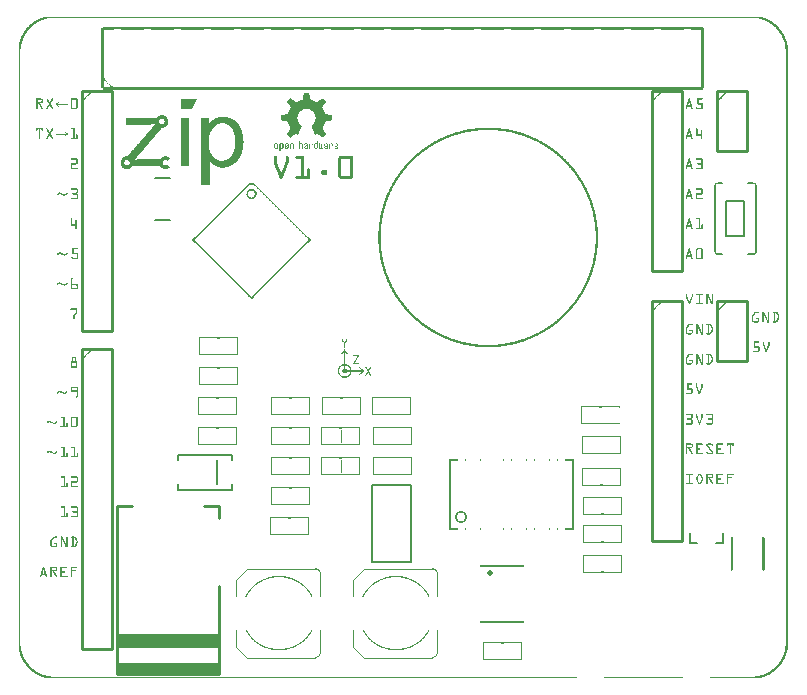
<source format=gto>
G04 MADE WITH FRITZING*
G04 WWW.FRITZING.ORG*
G04 DOUBLE SIDED*
G04 HOLES PLATED*
G04 CONTOUR ON CENTER OF CONTOUR VECTOR*
%ASAXBY*%
%FSLAX23Y23*%
%MOIN*%
%OFA0B0*%
%SFA1.0B1.0*%
%ADD10C,0.042189X0.030189*%
%ADD11C,0.019307X0.00330709*%
%ADD12C,0.010000*%
%ADD13C,0.006000*%
%ADD14C,0.008000*%
%ADD15C,0.005000*%
%ADD16C,0.003937*%
%ADD17C,0.003953*%
%ADD18C,0.004004*%
%ADD19R,0.001000X0.001000*%
%LNSILK1*%
G90*
G70*
G54D10*
X1474Y535D03*
G54D11*
X1571Y351D03*
G54D12*
X2328Y1957D02*
X2328Y1757D01*
D02*
X2328Y1757D02*
X2428Y1757D01*
D02*
X2428Y1757D02*
X2428Y1957D01*
D02*
X2428Y1957D02*
X2328Y1957D01*
D02*
X2328Y1257D02*
X2328Y1057D01*
D02*
X2328Y1057D02*
X2428Y1057D01*
D02*
X2428Y1057D02*
X2428Y1257D01*
D02*
X2428Y1257D02*
X2328Y1257D01*
G54D13*
D02*
X1845Y727D02*
X1845Y496D01*
D02*
X1435Y496D02*
X1435Y727D01*
G54D14*
D02*
X1178Y644D02*
X1308Y644D01*
D02*
X1308Y644D02*
X1308Y386D01*
D02*
X1308Y386D02*
X1178Y386D01*
D02*
X1178Y386D02*
X1178Y644D01*
D02*
X530Y725D02*
X530Y742D01*
D02*
X530Y742D02*
X711Y742D01*
D02*
X711Y742D02*
X711Y725D01*
D02*
X711Y646D02*
X711Y628D01*
D02*
X711Y628D02*
X530Y628D01*
D02*
X530Y628D02*
X530Y646D01*
D02*
X660Y725D02*
X660Y646D01*
D02*
X2322Y450D02*
X2345Y450D01*
D02*
X2345Y450D02*
X2345Y482D01*
D02*
X2259Y450D02*
X2235Y450D01*
D02*
X2235Y450D02*
X2235Y482D01*
G54D12*
D02*
X209Y1097D02*
X209Y97D01*
D02*
X209Y97D02*
X309Y97D01*
D02*
X309Y97D02*
X309Y1097D01*
D02*
X309Y1097D02*
X209Y1097D01*
D02*
X209Y1957D02*
X209Y1157D01*
D02*
X209Y1157D02*
X309Y1157D01*
D02*
X309Y1157D02*
X309Y1957D01*
D02*
X309Y1957D02*
X209Y1957D01*
D02*
X2109Y1257D02*
X2109Y457D01*
D02*
X2109Y457D02*
X2209Y457D01*
D02*
X2209Y457D02*
X2209Y1257D01*
D02*
X2209Y1257D02*
X2109Y1257D01*
D02*
X2109Y1957D02*
X2109Y1357D01*
D02*
X2109Y1357D02*
X2209Y1357D01*
D02*
X2209Y1357D02*
X2209Y1957D01*
D02*
X2209Y1957D02*
X2109Y1957D01*
D02*
X668Y307D02*
X668Y12D01*
D02*
X668Y12D02*
X328Y12D01*
D02*
X328Y12D02*
X328Y572D01*
D02*
X328Y572D02*
X378Y572D01*
D02*
X668Y532D02*
X668Y572D01*
D02*
X668Y572D02*
X618Y572D01*
D02*
X668Y12D02*
X328Y12D01*
D02*
X668Y17D02*
X328Y17D01*
D02*
X668Y22D02*
X328Y22D01*
D02*
X668Y27D02*
X328Y27D01*
D02*
X668Y32D02*
X328Y32D01*
D02*
X668Y37D02*
X328Y37D01*
D02*
X668Y42D02*
X328Y42D01*
D02*
X668Y47D02*
X328Y47D01*
D02*
X668Y142D02*
X328Y142D01*
D02*
X668Y137D02*
X328Y137D01*
D02*
X668Y132D02*
X328Y132D01*
D02*
X668Y127D02*
X328Y127D01*
D02*
X668Y122D02*
X328Y122D01*
D02*
X668Y117D02*
X328Y117D01*
D02*
X668Y112D02*
X328Y112D01*
D02*
X668Y107D02*
X328Y107D01*
G54D14*
D02*
X453Y1666D02*
X504Y1666D01*
D02*
X504Y1525D02*
X453Y1525D01*
G54D15*
D02*
X2319Y1423D02*
X2319Y1640D01*
D02*
X2457Y1636D02*
X2457Y1423D01*
D02*
X2447Y1413D02*
X2431Y1413D01*
D02*
X2344Y1413D02*
X2329Y1413D01*
D02*
X2344Y1649D02*
X2329Y1649D01*
D02*
X2447Y1649D02*
X2431Y1649D01*
D02*
X2358Y1472D02*
X2358Y1590D01*
D02*
X2417Y1590D02*
X2417Y1472D01*
D02*
X2417Y1472D02*
X2358Y1472D01*
D02*
X2417Y1590D02*
X2358Y1590D01*
G54D16*
X724Y328D02*
X759Y363D01*
D02*
G54D17*
X1003Y348D02*
X1003Y273D01*
D02*
G54D18*
X724Y273D02*
X724Y328D01*
D02*
G54D16*
X759Y363D02*
X987Y363D01*
D02*
X724Y104D02*
X760Y68D01*
D02*
G54D17*
X1004Y84D02*
X1004Y159D01*
D02*
G54D18*
X724Y159D02*
X724Y104D01*
D02*
G54D16*
X760Y68D02*
X988Y68D01*
D02*
X1114Y328D02*
X1149Y363D01*
D02*
G54D17*
X1393Y348D02*
X1393Y273D01*
D02*
G54D18*
X1114Y273D02*
X1114Y328D01*
D02*
G54D16*
X1149Y363D02*
X1377Y363D01*
D02*
X1114Y104D02*
X1150Y68D01*
D02*
G54D17*
X1394Y84D02*
X1394Y159D01*
D02*
G54D18*
X1114Y159D02*
X1114Y104D01*
D02*
G54D16*
X1150Y68D02*
X1378Y68D01*
D02*
G54D19*
X86Y2204D02*
X2474Y2204D01*
X83Y2203D02*
X2477Y2203D01*
X80Y2202D02*
X2480Y2202D01*
X77Y2201D02*
X2483Y2201D01*
X74Y2200D02*
X107Y2200D01*
X2453Y2200D02*
X2486Y2200D01*
X72Y2199D02*
X99Y2199D01*
X2461Y2199D02*
X2488Y2199D01*
X69Y2198D02*
X94Y2198D01*
X2466Y2198D02*
X2490Y2198D01*
X67Y2197D02*
X90Y2197D01*
X2470Y2197D02*
X2493Y2197D01*
X65Y2196D02*
X86Y2196D01*
X2474Y2196D02*
X2495Y2196D01*
X63Y2195D02*
X83Y2195D01*
X2477Y2195D02*
X2497Y2195D01*
X61Y2194D02*
X80Y2194D01*
X2480Y2194D02*
X2499Y2194D01*
X59Y2193D02*
X77Y2193D01*
X2483Y2193D02*
X2501Y2193D01*
X58Y2192D02*
X74Y2192D01*
X2486Y2192D02*
X2502Y2192D01*
X56Y2191D02*
X72Y2191D01*
X2488Y2191D02*
X2504Y2191D01*
X54Y2190D02*
X70Y2190D01*
X2490Y2190D02*
X2506Y2190D01*
X53Y2189D02*
X68Y2189D01*
X2492Y2189D02*
X2507Y2189D01*
X51Y2188D02*
X66Y2188D01*
X2494Y2188D02*
X2509Y2188D01*
X50Y2187D02*
X64Y2187D01*
X2496Y2187D02*
X2510Y2187D01*
X48Y2186D02*
X62Y2186D01*
X2498Y2186D02*
X2512Y2186D01*
X47Y2185D02*
X60Y2185D01*
X2500Y2185D02*
X2513Y2185D01*
X46Y2184D02*
X59Y2184D01*
X2501Y2184D02*
X2514Y2184D01*
X44Y2183D02*
X57Y2183D01*
X2503Y2183D02*
X2516Y2183D01*
X43Y2182D02*
X55Y2182D01*
X2504Y2182D02*
X2517Y2182D01*
X42Y2181D02*
X54Y2181D01*
X2506Y2181D02*
X2518Y2181D01*
X40Y2180D02*
X53Y2180D01*
X2507Y2180D02*
X2519Y2180D01*
X39Y2179D02*
X51Y2179D01*
X2509Y2179D02*
X2521Y2179D01*
X38Y2178D02*
X50Y2178D01*
X2510Y2178D02*
X2522Y2178D01*
X37Y2177D02*
X48Y2177D01*
X2512Y2177D02*
X2523Y2177D01*
X36Y2176D02*
X47Y2176D01*
X2513Y2176D02*
X2524Y2176D01*
X35Y2175D02*
X46Y2175D01*
X2514Y2175D02*
X2525Y2175D01*
X34Y2174D02*
X45Y2174D01*
X2515Y2174D02*
X2526Y2174D01*
X33Y2173D02*
X44Y2173D01*
X2516Y2173D02*
X2527Y2173D01*
X32Y2172D02*
X43Y2172D01*
X2517Y2172D02*
X2528Y2172D01*
X31Y2171D02*
X41Y2171D01*
X279Y2171D02*
X2278Y2171D01*
X2519Y2171D02*
X2529Y2171D01*
X30Y2170D02*
X40Y2170D01*
X279Y2170D02*
X2278Y2170D01*
X2520Y2170D02*
X2530Y2170D01*
X29Y2169D02*
X39Y2169D01*
X279Y2169D02*
X2278Y2169D01*
X2521Y2169D02*
X2531Y2169D01*
X28Y2168D02*
X38Y2168D01*
X279Y2168D02*
X2278Y2168D01*
X2522Y2168D02*
X2532Y2168D01*
X27Y2167D02*
X37Y2167D01*
X279Y2167D02*
X2278Y2167D01*
X2523Y2167D02*
X2533Y2167D01*
X26Y2166D02*
X36Y2166D01*
X274Y2166D02*
X2283Y2166D01*
X2524Y2166D02*
X2534Y2166D01*
X25Y2165D02*
X35Y2165D01*
X274Y2165D02*
X2283Y2165D01*
X2525Y2165D02*
X2534Y2165D01*
X25Y2164D02*
X34Y2164D01*
X274Y2164D02*
X2283Y2164D01*
X2526Y2164D02*
X2535Y2164D01*
X24Y2163D02*
X33Y2163D01*
X274Y2163D02*
X323Y2163D01*
X334Y2163D02*
X423Y2163D01*
X434Y2163D02*
X523Y2163D01*
X534Y2163D02*
X623Y2163D01*
X634Y2163D02*
X723Y2163D01*
X734Y2163D02*
X823Y2163D01*
X834Y2163D02*
X923Y2163D01*
X934Y2163D02*
X1023Y2163D01*
X1034Y2163D02*
X1123Y2163D01*
X1134Y2163D02*
X1223Y2163D01*
X1234Y2163D02*
X1323Y2163D01*
X1334Y2163D02*
X1423Y2163D01*
X1434Y2163D02*
X1523Y2163D01*
X1534Y2163D02*
X1623Y2163D01*
X1634Y2163D02*
X1723Y2163D01*
X1734Y2163D02*
X1823Y2163D01*
X1834Y2163D02*
X1923Y2163D01*
X1934Y2163D02*
X2023Y2163D01*
X2034Y2163D02*
X2123Y2163D01*
X2134Y2163D02*
X2223Y2163D01*
X2234Y2163D02*
X2283Y2163D01*
X2526Y2163D02*
X2536Y2163D01*
X23Y2162D02*
X33Y2162D01*
X274Y2162D02*
X317Y2162D01*
X339Y2162D02*
X417Y2162D01*
X439Y2162D02*
X517Y2162D01*
X539Y2162D02*
X617Y2162D01*
X639Y2162D02*
X717Y2162D01*
X739Y2162D02*
X817Y2162D01*
X839Y2162D02*
X917Y2162D01*
X939Y2162D02*
X1017Y2162D01*
X1039Y2162D02*
X1117Y2162D01*
X1139Y2162D02*
X1217Y2162D01*
X1239Y2162D02*
X1317Y2162D01*
X1339Y2162D02*
X1417Y2162D01*
X1439Y2162D02*
X1517Y2162D01*
X1539Y2162D02*
X1617Y2162D01*
X1639Y2162D02*
X1717Y2162D01*
X1739Y2162D02*
X1817Y2162D01*
X1839Y2162D02*
X1917Y2162D01*
X1939Y2162D02*
X2017Y2162D01*
X2039Y2162D02*
X2117Y2162D01*
X2139Y2162D02*
X2217Y2162D01*
X2239Y2162D02*
X2283Y2162D01*
X2527Y2162D02*
X2537Y2162D01*
X22Y2161D02*
X32Y2161D01*
X274Y2161D02*
X283Y2161D01*
X2274Y2161D02*
X2283Y2161D01*
X2528Y2161D02*
X2538Y2161D01*
X22Y2160D02*
X31Y2160D01*
X274Y2160D02*
X283Y2160D01*
X2274Y2160D02*
X2283Y2160D01*
X2529Y2160D02*
X2538Y2160D01*
X21Y2159D02*
X30Y2159D01*
X274Y2159D02*
X283Y2159D01*
X2274Y2159D02*
X2283Y2159D01*
X2530Y2159D02*
X2539Y2159D01*
X20Y2158D02*
X29Y2158D01*
X274Y2158D02*
X283Y2158D01*
X2274Y2158D02*
X2283Y2158D01*
X2531Y2158D02*
X2540Y2158D01*
X19Y2157D02*
X28Y2157D01*
X274Y2157D02*
X283Y2157D01*
X2274Y2157D02*
X2283Y2157D01*
X2532Y2157D02*
X2541Y2157D01*
X19Y2156D02*
X27Y2156D01*
X274Y2156D02*
X283Y2156D01*
X2274Y2156D02*
X2283Y2156D01*
X2533Y2156D02*
X2541Y2156D01*
X18Y2155D02*
X27Y2155D01*
X274Y2155D02*
X283Y2155D01*
X2274Y2155D02*
X2283Y2155D01*
X2533Y2155D02*
X2542Y2155D01*
X17Y2154D02*
X26Y2154D01*
X274Y2154D02*
X283Y2154D01*
X2274Y2154D02*
X2283Y2154D01*
X2534Y2154D02*
X2543Y2154D01*
X17Y2153D02*
X25Y2153D01*
X274Y2153D02*
X283Y2153D01*
X2274Y2153D02*
X2283Y2153D01*
X2535Y2153D02*
X2543Y2153D01*
X16Y2152D02*
X25Y2152D01*
X274Y2152D02*
X283Y2152D01*
X2274Y2152D02*
X2283Y2152D01*
X2535Y2152D02*
X2544Y2152D01*
X15Y2151D02*
X24Y2151D01*
X274Y2151D02*
X283Y2151D01*
X2274Y2151D02*
X2283Y2151D01*
X2536Y2151D02*
X2545Y2151D01*
X15Y2150D02*
X23Y2150D01*
X274Y2150D02*
X283Y2150D01*
X2274Y2150D02*
X2283Y2150D01*
X2537Y2150D02*
X2545Y2150D01*
X14Y2149D02*
X22Y2149D01*
X274Y2149D02*
X283Y2149D01*
X2274Y2149D02*
X2283Y2149D01*
X2537Y2149D02*
X2546Y2149D01*
X14Y2148D02*
X22Y2148D01*
X274Y2148D02*
X283Y2148D01*
X2274Y2148D02*
X2283Y2148D01*
X2538Y2148D02*
X2546Y2148D01*
X13Y2147D02*
X21Y2147D01*
X274Y2147D02*
X283Y2147D01*
X2274Y2147D02*
X2283Y2147D01*
X2539Y2147D02*
X2547Y2147D01*
X12Y2146D02*
X21Y2146D01*
X274Y2146D02*
X283Y2146D01*
X2274Y2146D02*
X2283Y2146D01*
X2539Y2146D02*
X2548Y2146D01*
X12Y2145D02*
X20Y2145D01*
X274Y2145D02*
X283Y2145D01*
X2274Y2145D02*
X2283Y2145D01*
X2540Y2145D02*
X2548Y2145D01*
X11Y2144D02*
X19Y2144D01*
X274Y2144D02*
X283Y2144D01*
X2274Y2144D02*
X2283Y2144D01*
X2541Y2144D02*
X2549Y2144D01*
X11Y2143D02*
X19Y2143D01*
X274Y2143D02*
X283Y2143D01*
X2274Y2143D02*
X2283Y2143D01*
X2541Y2143D02*
X2549Y2143D01*
X10Y2142D02*
X18Y2142D01*
X274Y2142D02*
X283Y2142D01*
X2274Y2142D02*
X2283Y2142D01*
X2542Y2142D02*
X2550Y2142D01*
X10Y2141D02*
X18Y2141D01*
X274Y2141D02*
X283Y2141D01*
X2274Y2141D02*
X2283Y2141D01*
X2542Y2141D02*
X2550Y2141D01*
X9Y2140D02*
X17Y2140D01*
X274Y2140D02*
X283Y2140D01*
X2274Y2140D02*
X2283Y2140D01*
X2543Y2140D02*
X2551Y2140D01*
X9Y2139D02*
X17Y2139D01*
X274Y2139D02*
X283Y2139D01*
X2274Y2139D02*
X2283Y2139D01*
X2543Y2139D02*
X2551Y2139D01*
X8Y2138D02*
X16Y2138D01*
X274Y2138D02*
X283Y2138D01*
X2274Y2138D02*
X2283Y2138D01*
X2544Y2138D02*
X2552Y2138D01*
X8Y2137D02*
X16Y2137D01*
X274Y2137D02*
X283Y2137D01*
X2274Y2137D02*
X2283Y2137D01*
X2544Y2137D02*
X2552Y2137D01*
X7Y2136D02*
X15Y2136D01*
X274Y2136D02*
X283Y2136D01*
X2274Y2136D02*
X2283Y2136D01*
X2545Y2136D02*
X2552Y2136D01*
X7Y2135D02*
X15Y2135D01*
X274Y2135D02*
X283Y2135D01*
X2274Y2135D02*
X2283Y2135D01*
X2545Y2135D02*
X2553Y2135D01*
X7Y2134D02*
X14Y2134D01*
X274Y2134D02*
X283Y2134D01*
X2274Y2134D02*
X2283Y2134D01*
X2546Y2134D02*
X2553Y2134D01*
X6Y2133D02*
X14Y2133D01*
X274Y2133D02*
X283Y2133D01*
X2274Y2133D02*
X2283Y2133D01*
X2546Y2133D02*
X2554Y2133D01*
X6Y2132D02*
X13Y2132D01*
X274Y2132D02*
X283Y2132D01*
X2274Y2132D02*
X2283Y2132D01*
X2547Y2132D02*
X2554Y2132D01*
X5Y2131D02*
X13Y2131D01*
X274Y2131D02*
X283Y2131D01*
X2274Y2131D02*
X2283Y2131D01*
X2547Y2131D02*
X2555Y2131D01*
X5Y2130D02*
X12Y2130D01*
X274Y2130D02*
X283Y2130D01*
X2274Y2130D02*
X2283Y2130D01*
X2548Y2130D02*
X2555Y2130D01*
X5Y2129D02*
X12Y2129D01*
X274Y2129D02*
X283Y2129D01*
X2274Y2129D02*
X2283Y2129D01*
X2548Y2129D02*
X2555Y2129D01*
X4Y2128D02*
X12Y2128D01*
X274Y2128D02*
X283Y2128D01*
X2274Y2128D02*
X2283Y2128D01*
X2548Y2128D02*
X2556Y2128D01*
X4Y2127D02*
X11Y2127D01*
X274Y2127D02*
X282Y2127D01*
X2274Y2127D02*
X2283Y2127D01*
X2549Y2127D02*
X2556Y2127D01*
X4Y2126D02*
X11Y2126D01*
X274Y2126D02*
X282Y2126D01*
X2274Y2126D02*
X2283Y2126D01*
X2549Y2126D02*
X2556Y2126D01*
X3Y2125D02*
X11Y2125D01*
X274Y2125D02*
X282Y2125D01*
X2275Y2125D02*
X2283Y2125D01*
X2549Y2125D02*
X2557Y2125D01*
X3Y2124D02*
X10Y2124D01*
X274Y2124D02*
X282Y2124D01*
X2275Y2124D02*
X2283Y2124D01*
X2550Y2124D02*
X2557Y2124D01*
X3Y2123D02*
X10Y2123D01*
X274Y2123D02*
X282Y2123D01*
X2275Y2123D02*
X2283Y2123D01*
X2550Y2123D02*
X2557Y2123D01*
X2Y2122D02*
X10Y2122D01*
X274Y2122D02*
X282Y2122D01*
X2275Y2122D02*
X2283Y2122D01*
X2550Y2122D02*
X2558Y2122D01*
X2Y2121D02*
X9Y2121D01*
X274Y2121D02*
X281Y2121D01*
X2275Y2121D02*
X2283Y2121D01*
X2551Y2121D02*
X2558Y2121D01*
X2Y2120D02*
X9Y2120D01*
X274Y2120D02*
X281Y2120D01*
X2275Y2120D02*
X2283Y2120D01*
X2551Y2120D02*
X2558Y2120D01*
X1Y2119D02*
X9Y2119D01*
X274Y2119D02*
X281Y2119D01*
X2275Y2119D02*
X2283Y2119D01*
X2551Y2119D02*
X2559Y2119D01*
X1Y2118D02*
X8Y2118D01*
X274Y2118D02*
X281Y2118D01*
X2275Y2118D02*
X2283Y2118D01*
X2552Y2118D02*
X2559Y2118D01*
X1Y2117D02*
X8Y2117D01*
X274Y2117D02*
X281Y2117D01*
X2275Y2117D02*
X2283Y2117D01*
X2552Y2117D02*
X2559Y2117D01*
X1Y2116D02*
X8Y2116D01*
X274Y2116D02*
X281Y2116D01*
X2275Y2116D02*
X2283Y2116D01*
X2552Y2116D02*
X2559Y2116D01*
X1Y2115D02*
X8Y2115D01*
X274Y2115D02*
X281Y2115D01*
X2275Y2115D02*
X2283Y2115D01*
X2552Y2115D02*
X2560Y2115D01*
X1Y2114D02*
X7Y2114D01*
X274Y2114D02*
X281Y2114D01*
X2275Y2114D02*
X2283Y2114D01*
X2553Y2114D02*
X2560Y2114D01*
X1Y2113D02*
X7Y2113D01*
X274Y2113D02*
X281Y2113D01*
X2275Y2113D02*
X2283Y2113D01*
X2553Y2113D02*
X2560Y2113D01*
X1Y2112D02*
X7Y2112D01*
X274Y2112D02*
X281Y2112D01*
X2275Y2112D02*
X2283Y2112D01*
X2553Y2112D02*
X2560Y2112D01*
X1Y2111D02*
X7Y2111D01*
X274Y2111D02*
X282Y2111D01*
X2275Y2111D02*
X2283Y2111D01*
X2553Y2111D02*
X2561Y2111D01*
X1Y2110D02*
X6Y2110D01*
X274Y2110D02*
X282Y2110D01*
X2275Y2110D02*
X2283Y2110D01*
X2554Y2110D02*
X2561Y2110D01*
X1Y2109D02*
X6Y2109D01*
X274Y2109D02*
X282Y2109D01*
X2275Y2109D02*
X2283Y2109D01*
X2554Y2109D02*
X2561Y2109D01*
X1Y2108D02*
X6Y2108D01*
X274Y2108D02*
X282Y2108D01*
X2274Y2108D02*
X2283Y2108D01*
X2554Y2108D02*
X2561Y2108D01*
X1Y2107D02*
X6Y2107D01*
X274Y2107D02*
X282Y2107D01*
X2274Y2107D02*
X2283Y2107D01*
X2554Y2107D02*
X2561Y2107D01*
X1Y2106D02*
X6Y2106D01*
X274Y2106D02*
X282Y2106D01*
X2274Y2106D02*
X2283Y2106D01*
X2554Y2106D02*
X2561Y2106D01*
X1Y2105D02*
X5Y2105D01*
X274Y2105D02*
X283Y2105D01*
X2274Y2105D02*
X2283Y2105D01*
X2555Y2105D02*
X2561Y2105D01*
X1Y2104D02*
X5Y2104D01*
X274Y2104D02*
X283Y2104D01*
X2274Y2104D02*
X2283Y2104D01*
X2555Y2104D02*
X2561Y2104D01*
X1Y2103D02*
X5Y2103D01*
X274Y2103D02*
X283Y2103D01*
X2274Y2103D02*
X2283Y2103D01*
X2555Y2103D02*
X2561Y2103D01*
X1Y2102D02*
X5Y2102D01*
X274Y2102D02*
X283Y2102D01*
X2274Y2102D02*
X2283Y2102D01*
X2555Y2102D02*
X2561Y2102D01*
X1Y2101D02*
X5Y2101D01*
X274Y2101D02*
X283Y2101D01*
X2274Y2101D02*
X2283Y2101D01*
X2555Y2101D02*
X2561Y2101D01*
X1Y2100D02*
X5Y2100D01*
X274Y2100D02*
X283Y2100D01*
X2274Y2100D02*
X2283Y2100D01*
X2555Y2100D02*
X2561Y2100D01*
X1Y2099D02*
X5Y2099D01*
X274Y2099D02*
X283Y2099D01*
X2274Y2099D02*
X2283Y2099D01*
X2555Y2099D02*
X2561Y2099D01*
X1Y2098D02*
X5Y2098D01*
X274Y2098D02*
X283Y2098D01*
X2274Y2098D02*
X2283Y2098D01*
X2555Y2098D02*
X2561Y2098D01*
X1Y2097D02*
X4Y2097D01*
X274Y2097D02*
X283Y2097D01*
X2274Y2097D02*
X2283Y2097D01*
X2556Y2097D02*
X2561Y2097D01*
X1Y2096D02*
X4Y2096D01*
X274Y2096D02*
X283Y2096D01*
X2274Y2096D02*
X2283Y2096D01*
X2556Y2096D02*
X2561Y2096D01*
X1Y2095D02*
X4Y2095D01*
X274Y2095D02*
X283Y2095D01*
X2274Y2095D02*
X2283Y2095D01*
X2556Y2095D02*
X2561Y2095D01*
X1Y2094D02*
X4Y2094D01*
X274Y2094D02*
X283Y2094D01*
X2274Y2094D02*
X2283Y2094D01*
X2556Y2094D02*
X2561Y2094D01*
X1Y2093D02*
X4Y2093D01*
X274Y2093D02*
X283Y2093D01*
X2274Y2093D02*
X2283Y2093D01*
X2556Y2093D02*
X2561Y2093D01*
X1Y2092D02*
X4Y2092D01*
X274Y2092D02*
X283Y2092D01*
X2274Y2092D02*
X2283Y2092D01*
X2556Y2092D02*
X2561Y2092D01*
X1Y2091D02*
X4Y2091D01*
X274Y2091D02*
X283Y2091D01*
X2274Y2091D02*
X2283Y2091D01*
X2556Y2091D02*
X2561Y2091D01*
X1Y2090D02*
X4Y2090D01*
X274Y2090D02*
X283Y2090D01*
X2274Y2090D02*
X2283Y2090D01*
X2556Y2090D02*
X2561Y2090D01*
X1Y2089D02*
X4Y2089D01*
X274Y2089D02*
X283Y2089D01*
X2274Y2089D02*
X2283Y2089D01*
X2556Y2089D02*
X2561Y2089D01*
X1Y2088D02*
X4Y2088D01*
X274Y2088D02*
X283Y2088D01*
X2274Y2088D02*
X2283Y2088D01*
X2556Y2088D02*
X2561Y2088D01*
X1Y2087D02*
X4Y2087D01*
X274Y2087D02*
X283Y2087D01*
X2274Y2087D02*
X2283Y2087D01*
X2556Y2087D02*
X2561Y2087D01*
X1Y2086D02*
X4Y2086D01*
X274Y2086D02*
X283Y2086D01*
X2274Y2086D02*
X2283Y2086D01*
X2556Y2086D02*
X2561Y2086D01*
X1Y2085D02*
X4Y2085D01*
X274Y2085D02*
X283Y2085D01*
X2274Y2085D02*
X2283Y2085D01*
X2556Y2085D02*
X2561Y2085D01*
X1Y2084D02*
X4Y2084D01*
X274Y2084D02*
X283Y2084D01*
X2274Y2084D02*
X2283Y2084D01*
X2556Y2084D02*
X2561Y2084D01*
X1Y2083D02*
X4Y2083D01*
X274Y2083D02*
X283Y2083D01*
X2274Y2083D02*
X2283Y2083D01*
X2556Y2083D02*
X2561Y2083D01*
X1Y2082D02*
X4Y2082D01*
X274Y2082D02*
X283Y2082D01*
X2274Y2082D02*
X2283Y2082D01*
X2556Y2082D02*
X2561Y2082D01*
X1Y2081D02*
X4Y2081D01*
X274Y2081D02*
X283Y2081D01*
X2274Y2081D02*
X2283Y2081D01*
X2556Y2081D02*
X2561Y2081D01*
X1Y2080D02*
X4Y2080D01*
X274Y2080D02*
X283Y2080D01*
X2274Y2080D02*
X2283Y2080D01*
X2556Y2080D02*
X2561Y2080D01*
X1Y2079D02*
X4Y2079D01*
X274Y2079D02*
X283Y2079D01*
X2274Y2079D02*
X2283Y2079D01*
X2556Y2079D02*
X2561Y2079D01*
X1Y2078D02*
X4Y2078D01*
X274Y2078D02*
X283Y2078D01*
X2274Y2078D02*
X2283Y2078D01*
X2556Y2078D02*
X2561Y2078D01*
X1Y2077D02*
X4Y2077D01*
X274Y2077D02*
X283Y2077D01*
X2274Y2077D02*
X2283Y2077D01*
X2556Y2077D02*
X2561Y2077D01*
X1Y2076D02*
X4Y2076D01*
X274Y2076D02*
X283Y2076D01*
X2274Y2076D02*
X2283Y2076D01*
X2556Y2076D02*
X2561Y2076D01*
X1Y2075D02*
X4Y2075D01*
X274Y2075D02*
X283Y2075D01*
X2274Y2075D02*
X2283Y2075D01*
X2556Y2075D02*
X2561Y2075D01*
X1Y2074D02*
X4Y2074D01*
X274Y2074D02*
X283Y2074D01*
X2274Y2074D02*
X2283Y2074D01*
X2556Y2074D02*
X2561Y2074D01*
X1Y2073D02*
X4Y2073D01*
X274Y2073D02*
X283Y2073D01*
X2274Y2073D02*
X2283Y2073D01*
X2556Y2073D02*
X2561Y2073D01*
X1Y2072D02*
X4Y2072D01*
X274Y2072D02*
X283Y2072D01*
X2274Y2072D02*
X2283Y2072D01*
X2556Y2072D02*
X2561Y2072D01*
X1Y2071D02*
X4Y2071D01*
X274Y2071D02*
X283Y2071D01*
X2274Y2071D02*
X2283Y2071D01*
X2556Y2071D02*
X2561Y2071D01*
X1Y2070D02*
X4Y2070D01*
X274Y2070D02*
X283Y2070D01*
X2274Y2070D02*
X2283Y2070D01*
X2556Y2070D02*
X2561Y2070D01*
X1Y2069D02*
X4Y2069D01*
X274Y2069D02*
X283Y2069D01*
X2274Y2069D02*
X2283Y2069D01*
X2556Y2069D02*
X2561Y2069D01*
X1Y2068D02*
X4Y2068D01*
X274Y2068D02*
X283Y2068D01*
X2274Y2068D02*
X2283Y2068D01*
X2556Y2068D02*
X2561Y2068D01*
X1Y2067D02*
X4Y2067D01*
X274Y2067D02*
X283Y2067D01*
X2274Y2067D02*
X2283Y2067D01*
X2556Y2067D02*
X2561Y2067D01*
X1Y2066D02*
X4Y2066D01*
X274Y2066D02*
X283Y2066D01*
X2274Y2066D02*
X2283Y2066D01*
X2556Y2066D02*
X2561Y2066D01*
X1Y2065D02*
X4Y2065D01*
X274Y2065D02*
X283Y2065D01*
X2274Y2065D02*
X2283Y2065D01*
X2556Y2065D02*
X2561Y2065D01*
X1Y2064D02*
X4Y2064D01*
X274Y2064D02*
X283Y2064D01*
X2274Y2064D02*
X2283Y2064D01*
X2556Y2064D02*
X2561Y2064D01*
X1Y2063D02*
X4Y2063D01*
X274Y2063D02*
X283Y2063D01*
X2274Y2063D02*
X2283Y2063D01*
X2556Y2063D02*
X2561Y2063D01*
X1Y2062D02*
X4Y2062D01*
X274Y2062D02*
X283Y2062D01*
X2274Y2062D02*
X2283Y2062D01*
X2556Y2062D02*
X2561Y2062D01*
X1Y2061D02*
X4Y2061D01*
X274Y2061D02*
X283Y2061D01*
X2274Y2061D02*
X2283Y2061D01*
X2556Y2061D02*
X2561Y2061D01*
X1Y2060D02*
X4Y2060D01*
X274Y2060D02*
X283Y2060D01*
X2274Y2060D02*
X2283Y2060D01*
X2556Y2060D02*
X2561Y2060D01*
X1Y2059D02*
X4Y2059D01*
X274Y2059D02*
X283Y2059D01*
X2274Y2059D02*
X2283Y2059D01*
X2556Y2059D02*
X2561Y2059D01*
X1Y2058D02*
X4Y2058D01*
X274Y2058D02*
X283Y2058D01*
X2274Y2058D02*
X2283Y2058D01*
X2556Y2058D02*
X2561Y2058D01*
X1Y2057D02*
X4Y2057D01*
X274Y2057D02*
X283Y2057D01*
X2274Y2057D02*
X2283Y2057D01*
X2556Y2057D02*
X2561Y2057D01*
X1Y2056D02*
X4Y2056D01*
X274Y2056D02*
X283Y2056D01*
X2274Y2056D02*
X2283Y2056D01*
X2556Y2056D02*
X2561Y2056D01*
X1Y2055D02*
X4Y2055D01*
X274Y2055D02*
X283Y2055D01*
X2274Y2055D02*
X2283Y2055D01*
X2556Y2055D02*
X2561Y2055D01*
X1Y2054D02*
X4Y2054D01*
X274Y2054D02*
X283Y2054D01*
X2274Y2054D02*
X2283Y2054D01*
X2556Y2054D02*
X2561Y2054D01*
X1Y2053D02*
X4Y2053D01*
X274Y2053D02*
X283Y2053D01*
X2274Y2053D02*
X2283Y2053D01*
X2556Y2053D02*
X2561Y2053D01*
X1Y2052D02*
X4Y2052D01*
X274Y2052D02*
X283Y2052D01*
X2274Y2052D02*
X2283Y2052D01*
X2556Y2052D02*
X2561Y2052D01*
X1Y2051D02*
X4Y2051D01*
X274Y2051D02*
X283Y2051D01*
X2274Y2051D02*
X2283Y2051D01*
X2556Y2051D02*
X2561Y2051D01*
X1Y2050D02*
X4Y2050D01*
X274Y2050D02*
X283Y2050D01*
X2274Y2050D02*
X2283Y2050D01*
X2556Y2050D02*
X2561Y2050D01*
X1Y2049D02*
X4Y2049D01*
X274Y2049D02*
X283Y2049D01*
X2274Y2049D02*
X2283Y2049D01*
X2556Y2049D02*
X2561Y2049D01*
X1Y2048D02*
X4Y2048D01*
X274Y2048D02*
X283Y2048D01*
X2274Y2048D02*
X2283Y2048D01*
X2556Y2048D02*
X2561Y2048D01*
X1Y2047D02*
X4Y2047D01*
X274Y2047D02*
X283Y2047D01*
X2274Y2047D02*
X2283Y2047D01*
X2556Y2047D02*
X2561Y2047D01*
X1Y2046D02*
X4Y2046D01*
X274Y2046D02*
X283Y2046D01*
X2274Y2046D02*
X2283Y2046D01*
X2556Y2046D02*
X2561Y2046D01*
X1Y2045D02*
X4Y2045D01*
X274Y2045D02*
X283Y2045D01*
X2274Y2045D02*
X2283Y2045D01*
X2556Y2045D02*
X2561Y2045D01*
X1Y2044D02*
X4Y2044D01*
X274Y2044D02*
X283Y2044D01*
X2274Y2044D02*
X2283Y2044D01*
X2556Y2044D02*
X2561Y2044D01*
X1Y2043D02*
X4Y2043D01*
X274Y2043D02*
X283Y2043D01*
X2274Y2043D02*
X2283Y2043D01*
X2556Y2043D02*
X2561Y2043D01*
X1Y2042D02*
X4Y2042D01*
X274Y2042D02*
X283Y2042D01*
X2274Y2042D02*
X2283Y2042D01*
X2556Y2042D02*
X2561Y2042D01*
X1Y2041D02*
X4Y2041D01*
X274Y2041D02*
X283Y2041D01*
X2274Y2041D02*
X2283Y2041D01*
X2556Y2041D02*
X2561Y2041D01*
X1Y2040D02*
X4Y2040D01*
X274Y2040D02*
X283Y2040D01*
X2274Y2040D02*
X2283Y2040D01*
X2556Y2040D02*
X2561Y2040D01*
X1Y2039D02*
X4Y2039D01*
X274Y2039D02*
X283Y2039D01*
X2274Y2039D02*
X2283Y2039D01*
X2556Y2039D02*
X2561Y2039D01*
X1Y2038D02*
X4Y2038D01*
X274Y2038D02*
X283Y2038D01*
X2274Y2038D02*
X2283Y2038D01*
X2556Y2038D02*
X2561Y2038D01*
X1Y2037D02*
X4Y2037D01*
X274Y2037D02*
X283Y2037D01*
X2274Y2037D02*
X2283Y2037D01*
X2556Y2037D02*
X2561Y2037D01*
X1Y2036D02*
X4Y2036D01*
X274Y2036D02*
X283Y2036D01*
X2274Y2036D02*
X2283Y2036D01*
X2556Y2036D02*
X2561Y2036D01*
X1Y2035D02*
X4Y2035D01*
X274Y2035D02*
X283Y2035D01*
X2274Y2035D02*
X2283Y2035D01*
X2556Y2035D02*
X2561Y2035D01*
X1Y2034D02*
X4Y2034D01*
X274Y2034D02*
X283Y2034D01*
X2274Y2034D02*
X2283Y2034D01*
X2556Y2034D02*
X2561Y2034D01*
X1Y2033D02*
X4Y2033D01*
X274Y2033D02*
X283Y2033D01*
X2274Y2033D02*
X2283Y2033D01*
X2556Y2033D02*
X2561Y2033D01*
X1Y2032D02*
X4Y2032D01*
X274Y2032D02*
X283Y2032D01*
X2274Y2032D02*
X2283Y2032D01*
X2556Y2032D02*
X2561Y2032D01*
X1Y2031D02*
X4Y2031D01*
X274Y2031D02*
X283Y2031D01*
X2274Y2031D02*
X2283Y2031D01*
X2556Y2031D02*
X2561Y2031D01*
X1Y2030D02*
X4Y2030D01*
X274Y2030D02*
X283Y2030D01*
X2274Y2030D02*
X2283Y2030D01*
X2556Y2030D02*
X2561Y2030D01*
X1Y2029D02*
X4Y2029D01*
X274Y2029D02*
X283Y2029D01*
X2274Y2029D02*
X2283Y2029D01*
X2556Y2029D02*
X2561Y2029D01*
X1Y2028D02*
X4Y2028D01*
X274Y2028D02*
X283Y2028D01*
X2274Y2028D02*
X2283Y2028D01*
X2556Y2028D02*
X2561Y2028D01*
X1Y2027D02*
X4Y2027D01*
X274Y2027D02*
X282Y2027D01*
X2274Y2027D02*
X2283Y2027D01*
X2556Y2027D02*
X2561Y2027D01*
X1Y2026D02*
X4Y2026D01*
X274Y2026D02*
X282Y2026D01*
X2274Y2026D02*
X2283Y2026D01*
X2556Y2026D02*
X2561Y2026D01*
X1Y2025D02*
X4Y2025D01*
X274Y2025D02*
X282Y2025D01*
X2275Y2025D02*
X2283Y2025D01*
X2556Y2025D02*
X2561Y2025D01*
X1Y2024D02*
X4Y2024D01*
X274Y2024D02*
X282Y2024D01*
X2275Y2024D02*
X2283Y2024D01*
X2556Y2024D02*
X2561Y2024D01*
X1Y2023D02*
X4Y2023D01*
X274Y2023D02*
X282Y2023D01*
X2275Y2023D02*
X2283Y2023D01*
X2556Y2023D02*
X2561Y2023D01*
X1Y2022D02*
X4Y2022D01*
X274Y2022D02*
X282Y2022D01*
X2275Y2022D02*
X2283Y2022D01*
X2556Y2022D02*
X2561Y2022D01*
X1Y2021D02*
X4Y2021D01*
X274Y2021D02*
X281Y2021D01*
X2275Y2021D02*
X2283Y2021D01*
X2556Y2021D02*
X2561Y2021D01*
X1Y2020D02*
X4Y2020D01*
X274Y2020D02*
X281Y2020D01*
X2275Y2020D02*
X2283Y2020D01*
X2556Y2020D02*
X2561Y2020D01*
X1Y2019D02*
X4Y2019D01*
X274Y2019D02*
X281Y2019D01*
X2275Y2019D02*
X2283Y2019D01*
X2556Y2019D02*
X2561Y2019D01*
X1Y2018D02*
X4Y2018D01*
X274Y2018D02*
X281Y2018D01*
X2275Y2018D02*
X2283Y2018D01*
X2556Y2018D02*
X2561Y2018D01*
X1Y2017D02*
X4Y2017D01*
X274Y2017D02*
X281Y2017D01*
X2275Y2017D02*
X2283Y2017D01*
X2556Y2017D02*
X2561Y2017D01*
X1Y2016D02*
X4Y2016D01*
X274Y2016D02*
X281Y2016D01*
X2275Y2016D02*
X2283Y2016D01*
X2556Y2016D02*
X2561Y2016D01*
X1Y2015D02*
X4Y2015D01*
X274Y2015D02*
X281Y2015D01*
X2275Y2015D02*
X2283Y2015D01*
X2556Y2015D02*
X2561Y2015D01*
X1Y2014D02*
X4Y2014D01*
X274Y2014D02*
X281Y2014D01*
X2275Y2014D02*
X2283Y2014D01*
X2556Y2014D02*
X2561Y2014D01*
X1Y2013D02*
X4Y2013D01*
X274Y2013D02*
X281Y2013D01*
X2275Y2013D02*
X2283Y2013D01*
X2556Y2013D02*
X2561Y2013D01*
X1Y2012D02*
X4Y2012D01*
X274Y2012D02*
X281Y2012D01*
X2275Y2012D02*
X2283Y2012D01*
X2556Y2012D02*
X2561Y2012D01*
X1Y2011D02*
X4Y2011D01*
X274Y2011D02*
X282Y2011D01*
X2275Y2011D02*
X2283Y2011D01*
X2556Y2011D02*
X2561Y2011D01*
X1Y2010D02*
X4Y2010D01*
X274Y2010D02*
X282Y2010D01*
X2275Y2010D02*
X2283Y2010D01*
X2556Y2010D02*
X2561Y2010D01*
X1Y2009D02*
X4Y2009D01*
X274Y2009D02*
X282Y2009D01*
X2275Y2009D02*
X2283Y2009D01*
X2556Y2009D02*
X2561Y2009D01*
X1Y2008D02*
X4Y2008D01*
X274Y2008D02*
X282Y2008D01*
X2274Y2008D02*
X2283Y2008D01*
X2556Y2008D02*
X2561Y2008D01*
X1Y2007D02*
X4Y2007D01*
X274Y2007D02*
X282Y2007D01*
X2274Y2007D02*
X2283Y2007D01*
X2556Y2007D02*
X2561Y2007D01*
X1Y2006D02*
X4Y2006D01*
X274Y2006D02*
X282Y2006D01*
X2274Y2006D02*
X2283Y2006D01*
X2556Y2006D02*
X2561Y2006D01*
X1Y2005D02*
X4Y2005D01*
X274Y2005D02*
X283Y2005D01*
X2274Y2005D02*
X2283Y2005D01*
X2556Y2005D02*
X2561Y2005D01*
X1Y2004D02*
X4Y2004D01*
X274Y2004D02*
X283Y2004D01*
X2274Y2004D02*
X2283Y2004D01*
X2556Y2004D02*
X2561Y2004D01*
X1Y2003D02*
X4Y2003D01*
X274Y2003D02*
X283Y2003D01*
X2274Y2003D02*
X2283Y2003D01*
X2556Y2003D02*
X2561Y2003D01*
X1Y2002D02*
X4Y2002D01*
X274Y2002D02*
X283Y2002D01*
X2274Y2002D02*
X2283Y2002D01*
X2556Y2002D02*
X2561Y2002D01*
X1Y2001D02*
X4Y2001D01*
X274Y2001D02*
X283Y2001D01*
X2274Y2001D02*
X2283Y2001D01*
X2556Y2001D02*
X2561Y2001D01*
X1Y2000D02*
X4Y2000D01*
X274Y2000D02*
X283Y2000D01*
X2274Y2000D02*
X2283Y2000D01*
X2556Y2000D02*
X2561Y2000D01*
X1Y1999D02*
X4Y1999D01*
X274Y1999D02*
X284Y1999D01*
X2274Y1999D02*
X2283Y1999D01*
X2556Y1999D02*
X2561Y1999D01*
X1Y1998D02*
X4Y1998D01*
X274Y1998D02*
X285Y1998D01*
X2274Y1998D02*
X2283Y1998D01*
X2556Y1998D02*
X2561Y1998D01*
X1Y1997D02*
X4Y1997D01*
X274Y1997D02*
X286Y1997D01*
X2274Y1997D02*
X2283Y1997D01*
X2556Y1997D02*
X2561Y1997D01*
X1Y1996D02*
X4Y1996D01*
X274Y1996D02*
X286Y1996D01*
X2274Y1996D02*
X2283Y1996D01*
X2556Y1996D02*
X2561Y1996D01*
X1Y1995D02*
X4Y1995D01*
X274Y1995D02*
X287Y1995D01*
X2274Y1995D02*
X2283Y1995D01*
X2556Y1995D02*
X2561Y1995D01*
X1Y1994D02*
X4Y1994D01*
X274Y1994D02*
X287Y1994D01*
X2274Y1994D02*
X2283Y1994D01*
X2556Y1994D02*
X2561Y1994D01*
X1Y1993D02*
X4Y1993D01*
X274Y1993D02*
X288Y1993D01*
X2274Y1993D02*
X2283Y1993D01*
X2556Y1993D02*
X2561Y1993D01*
X1Y1992D02*
X4Y1992D01*
X274Y1992D02*
X283Y1992D01*
X285Y1992D02*
X288Y1992D01*
X2274Y1992D02*
X2283Y1992D01*
X2556Y1992D02*
X2561Y1992D01*
X1Y1991D02*
X4Y1991D01*
X274Y1991D02*
X283Y1991D01*
X286Y1991D02*
X289Y1991D01*
X2274Y1991D02*
X2283Y1991D01*
X2556Y1991D02*
X2561Y1991D01*
X1Y1990D02*
X4Y1990D01*
X274Y1990D02*
X283Y1990D01*
X287Y1990D02*
X290Y1990D01*
X2274Y1990D02*
X2283Y1990D01*
X2556Y1990D02*
X2561Y1990D01*
X1Y1989D02*
X4Y1989D01*
X274Y1989D02*
X283Y1989D01*
X288Y1989D02*
X290Y1989D01*
X2274Y1989D02*
X2283Y1989D01*
X2556Y1989D02*
X2561Y1989D01*
X1Y1988D02*
X4Y1988D01*
X274Y1988D02*
X283Y1988D01*
X289Y1988D02*
X291Y1988D01*
X2274Y1988D02*
X2283Y1988D01*
X2556Y1988D02*
X2561Y1988D01*
X1Y1987D02*
X4Y1987D01*
X274Y1987D02*
X283Y1987D01*
X290Y1987D02*
X292Y1987D01*
X2274Y1987D02*
X2283Y1987D01*
X2556Y1987D02*
X2561Y1987D01*
X1Y1986D02*
X4Y1986D01*
X274Y1986D02*
X283Y1986D01*
X291Y1986D02*
X293Y1986D01*
X2274Y1986D02*
X2283Y1986D01*
X2556Y1986D02*
X2561Y1986D01*
X1Y1985D02*
X4Y1985D01*
X274Y1985D02*
X283Y1985D01*
X292Y1985D02*
X294Y1985D01*
X2274Y1985D02*
X2283Y1985D01*
X2556Y1985D02*
X2561Y1985D01*
X1Y1984D02*
X4Y1984D01*
X274Y1984D02*
X283Y1984D01*
X293Y1984D02*
X295Y1984D01*
X2274Y1984D02*
X2283Y1984D01*
X2556Y1984D02*
X2561Y1984D01*
X1Y1983D02*
X4Y1983D01*
X274Y1983D02*
X283Y1983D01*
X294Y1983D02*
X296Y1983D01*
X2274Y1983D02*
X2283Y1983D01*
X2556Y1983D02*
X2561Y1983D01*
X1Y1982D02*
X4Y1982D01*
X274Y1982D02*
X283Y1982D01*
X295Y1982D02*
X297Y1982D01*
X2274Y1982D02*
X2283Y1982D01*
X2556Y1982D02*
X2561Y1982D01*
X1Y1981D02*
X4Y1981D01*
X274Y1981D02*
X283Y1981D01*
X296Y1981D02*
X298Y1981D01*
X2274Y1981D02*
X2283Y1981D01*
X2556Y1981D02*
X2561Y1981D01*
X1Y1980D02*
X4Y1980D01*
X274Y1980D02*
X283Y1980D01*
X297Y1980D02*
X299Y1980D01*
X2274Y1980D02*
X2283Y1980D01*
X2556Y1980D02*
X2561Y1980D01*
X1Y1979D02*
X4Y1979D01*
X274Y1979D02*
X283Y1979D01*
X298Y1979D02*
X301Y1979D01*
X2274Y1979D02*
X2283Y1979D01*
X2556Y1979D02*
X2561Y1979D01*
X1Y1978D02*
X4Y1978D01*
X274Y1978D02*
X283Y1978D01*
X299Y1978D02*
X302Y1978D01*
X2274Y1978D02*
X2283Y1978D01*
X2556Y1978D02*
X2561Y1978D01*
X1Y1977D02*
X4Y1977D01*
X274Y1977D02*
X283Y1977D01*
X300Y1977D02*
X304Y1977D01*
X2274Y1977D02*
X2283Y1977D01*
X2556Y1977D02*
X2561Y1977D01*
X1Y1976D02*
X4Y1976D01*
X274Y1976D02*
X283Y1976D01*
X301Y1976D02*
X305Y1976D01*
X2274Y1976D02*
X2283Y1976D01*
X2556Y1976D02*
X2561Y1976D01*
X1Y1975D02*
X4Y1975D01*
X274Y1975D02*
X283Y1975D01*
X302Y1975D02*
X307Y1975D01*
X2274Y1975D02*
X2283Y1975D01*
X2556Y1975D02*
X2561Y1975D01*
X1Y1974D02*
X4Y1974D01*
X274Y1974D02*
X283Y1974D01*
X303Y1974D02*
X309Y1974D01*
X2274Y1974D02*
X2283Y1974D01*
X2556Y1974D02*
X2561Y1974D01*
X1Y1973D02*
X4Y1973D01*
X274Y1973D02*
X283Y1973D01*
X304Y1973D02*
X310Y1973D01*
X2274Y1973D02*
X2283Y1973D01*
X2556Y1973D02*
X2561Y1973D01*
X1Y1972D02*
X4Y1972D01*
X274Y1972D02*
X283Y1972D01*
X305Y1972D02*
X311Y1972D01*
X2274Y1972D02*
X2283Y1972D01*
X2556Y1972D02*
X2561Y1972D01*
X1Y1971D02*
X4Y1971D01*
X274Y1971D02*
X319Y1971D01*
X338Y1971D02*
X419Y1971D01*
X438Y1971D02*
X519Y1971D01*
X538Y1971D02*
X619Y1971D01*
X638Y1971D02*
X719Y1971D01*
X738Y1971D02*
X819Y1971D01*
X838Y1971D02*
X919Y1971D01*
X938Y1971D02*
X1019Y1971D01*
X1037Y1971D02*
X1119Y1971D01*
X1137Y1971D02*
X1219Y1971D01*
X1237Y1971D02*
X1319Y1971D01*
X1337Y1971D02*
X1419Y1971D01*
X1437Y1971D02*
X1519Y1971D01*
X1537Y1971D02*
X1619Y1971D01*
X1637Y1971D02*
X1719Y1971D01*
X1737Y1971D02*
X1819Y1971D01*
X1837Y1971D02*
X1919Y1971D01*
X1937Y1971D02*
X2019Y1971D01*
X2037Y1971D02*
X2119Y1971D01*
X2137Y1971D02*
X2219Y1971D01*
X2237Y1971D02*
X2283Y1971D01*
X2556Y1971D02*
X2561Y1971D01*
X1Y1970D02*
X4Y1970D01*
X274Y1970D02*
X2283Y1970D01*
X2556Y1970D02*
X2561Y1970D01*
X1Y1969D02*
X4Y1969D01*
X274Y1969D02*
X2283Y1969D01*
X2556Y1969D02*
X2561Y1969D01*
X1Y1968D02*
X4Y1968D01*
X274Y1968D02*
X2283Y1968D01*
X2556Y1968D02*
X2561Y1968D01*
X1Y1967D02*
X4Y1967D01*
X274Y1967D02*
X2283Y1967D01*
X2556Y1967D02*
X2561Y1967D01*
X1Y1966D02*
X4Y1966D01*
X279Y1966D02*
X2278Y1966D01*
X2556Y1966D02*
X2561Y1966D01*
X1Y1965D02*
X4Y1965D01*
X279Y1965D02*
X2278Y1965D01*
X2556Y1965D02*
X2561Y1965D01*
X1Y1964D02*
X4Y1964D01*
X279Y1964D02*
X2278Y1964D01*
X2556Y1964D02*
X2561Y1964D01*
X1Y1963D02*
X4Y1963D01*
X279Y1963D02*
X2278Y1963D01*
X2556Y1963D02*
X2561Y1963D01*
X1Y1962D02*
X4Y1962D01*
X279Y1962D02*
X2278Y1962D01*
X2556Y1962D02*
X2561Y1962D01*
X1Y1961D02*
X4Y1961D01*
X2556Y1961D02*
X2561Y1961D01*
X1Y1960D02*
X4Y1960D01*
X2556Y1960D02*
X2561Y1960D01*
X1Y1959D02*
X4Y1959D01*
X2556Y1959D02*
X2561Y1959D01*
X1Y1958D02*
X4Y1958D01*
X242Y1958D02*
X243Y1958D01*
X2142Y1958D02*
X2143Y1958D01*
X2361Y1958D02*
X2362Y1958D01*
X2556Y1958D02*
X2561Y1958D01*
X1Y1957D02*
X4Y1957D01*
X241Y1957D02*
X244Y1957D01*
X2141Y1957D02*
X2144Y1957D01*
X2360Y1957D02*
X2363Y1957D01*
X2556Y1957D02*
X2561Y1957D01*
X1Y1956D02*
X4Y1956D01*
X240Y1956D02*
X245Y1956D01*
X2140Y1956D02*
X2145Y1956D01*
X2359Y1956D02*
X2364Y1956D01*
X2556Y1956D02*
X2561Y1956D01*
X1Y1955D02*
X4Y1955D01*
X239Y1955D02*
X245Y1955D01*
X2139Y1955D02*
X2145Y1955D01*
X2358Y1955D02*
X2364Y1955D01*
X2556Y1955D02*
X2561Y1955D01*
X1Y1954D02*
X4Y1954D01*
X238Y1954D02*
X244Y1954D01*
X2138Y1954D02*
X2144Y1954D01*
X2357Y1954D02*
X2363Y1954D01*
X2556Y1954D02*
X2561Y1954D01*
X1Y1953D02*
X4Y1953D01*
X237Y1953D02*
X243Y1953D01*
X2137Y1953D02*
X2143Y1953D01*
X2356Y1953D02*
X2362Y1953D01*
X2556Y1953D02*
X2561Y1953D01*
X1Y1952D02*
X4Y1952D01*
X236Y1952D02*
X242Y1952D01*
X2136Y1952D02*
X2142Y1952D01*
X2355Y1952D02*
X2361Y1952D01*
X2556Y1952D02*
X2561Y1952D01*
X1Y1951D02*
X4Y1951D01*
X235Y1951D02*
X241Y1951D01*
X950Y1951D02*
X966Y1951D01*
X2135Y1951D02*
X2141Y1951D01*
X2354Y1951D02*
X2360Y1951D01*
X2556Y1951D02*
X2561Y1951D01*
X1Y1950D02*
X4Y1950D01*
X234Y1950D02*
X240Y1950D01*
X950Y1950D02*
X966Y1950D01*
X2134Y1950D02*
X2140Y1950D01*
X2353Y1950D02*
X2359Y1950D01*
X2556Y1950D02*
X2561Y1950D01*
X1Y1949D02*
X4Y1949D01*
X233Y1949D02*
X239Y1949D01*
X950Y1949D02*
X966Y1949D01*
X2133Y1949D02*
X2139Y1949D01*
X2352Y1949D02*
X2358Y1949D01*
X2556Y1949D02*
X2561Y1949D01*
X1Y1948D02*
X4Y1948D01*
X232Y1948D02*
X238Y1948D01*
X950Y1948D02*
X967Y1948D01*
X2132Y1948D02*
X2138Y1948D01*
X2351Y1948D02*
X2357Y1948D01*
X2556Y1948D02*
X2561Y1948D01*
X1Y1947D02*
X4Y1947D01*
X231Y1947D02*
X237Y1947D01*
X949Y1947D02*
X967Y1947D01*
X2131Y1947D02*
X2137Y1947D01*
X2350Y1947D02*
X2356Y1947D01*
X2556Y1947D02*
X2561Y1947D01*
X1Y1946D02*
X4Y1946D01*
X230Y1946D02*
X236Y1946D01*
X949Y1946D02*
X967Y1946D01*
X2130Y1946D02*
X2136Y1946D01*
X2349Y1946D02*
X2355Y1946D01*
X2556Y1946D02*
X2561Y1946D01*
X1Y1945D02*
X4Y1945D01*
X229Y1945D02*
X235Y1945D01*
X949Y1945D02*
X967Y1945D01*
X2129Y1945D02*
X2135Y1945D01*
X2348Y1945D02*
X2354Y1945D01*
X2556Y1945D02*
X2561Y1945D01*
X1Y1944D02*
X4Y1944D01*
X228Y1944D02*
X234Y1944D01*
X949Y1944D02*
X967Y1944D01*
X2128Y1944D02*
X2134Y1944D01*
X2347Y1944D02*
X2352Y1944D01*
X2556Y1944D02*
X2561Y1944D01*
X1Y1943D02*
X4Y1943D01*
X227Y1943D02*
X232Y1943D01*
X949Y1943D02*
X967Y1943D01*
X2127Y1943D02*
X2132Y1943D01*
X2346Y1943D02*
X2351Y1943D01*
X2556Y1943D02*
X2561Y1943D01*
X1Y1942D02*
X4Y1942D01*
X226Y1942D02*
X231Y1942D01*
X948Y1942D02*
X968Y1942D01*
X2126Y1942D02*
X2131Y1942D01*
X2345Y1942D02*
X2350Y1942D01*
X2556Y1942D02*
X2561Y1942D01*
X1Y1941D02*
X4Y1941D01*
X225Y1941D02*
X230Y1941D01*
X948Y1941D02*
X968Y1941D01*
X2125Y1941D02*
X2130Y1941D01*
X2344Y1941D02*
X2349Y1941D01*
X2556Y1941D02*
X2561Y1941D01*
X1Y1940D02*
X4Y1940D01*
X224Y1940D02*
X229Y1940D01*
X948Y1940D02*
X968Y1940D01*
X2124Y1940D02*
X2128Y1940D01*
X2343Y1940D02*
X2347Y1940D01*
X2556Y1940D02*
X2561Y1940D01*
X1Y1939D02*
X4Y1939D01*
X223Y1939D02*
X227Y1939D01*
X948Y1939D02*
X968Y1939D01*
X2123Y1939D02*
X2127Y1939D01*
X2342Y1939D02*
X2346Y1939D01*
X2556Y1939D02*
X2561Y1939D01*
X1Y1938D02*
X4Y1938D01*
X222Y1938D02*
X226Y1938D01*
X948Y1938D02*
X968Y1938D01*
X2122Y1938D02*
X2126Y1938D01*
X2341Y1938D02*
X2345Y1938D01*
X2556Y1938D02*
X2561Y1938D01*
X1Y1937D02*
X4Y1937D01*
X221Y1937D02*
X226Y1937D01*
X948Y1937D02*
X969Y1937D01*
X2121Y1937D02*
X2125Y1937D01*
X2340Y1937D02*
X2345Y1937D01*
X2556Y1937D02*
X2561Y1937D01*
X1Y1936D02*
X4Y1936D01*
X220Y1936D02*
X225Y1936D01*
X947Y1936D02*
X969Y1936D01*
X2120Y1936D02*
X2125Y1936D01*
X2339Y1936D02*
X2344Y1936D01*
X2556Y1936D02*
X2561Y1936D01*
X1Y1935D02*
X4Y1935D01*
X219Y1935D02*
X224Y1935D01*
X947Y1935D02*
X969Y1935D01*
X2119Y1935D02*
X2124Y1935D01*
X2338Y1935D02*
X2343Y1935D01*
X2556Y1935D02*
X2561Y1935D01*
X1Y1934D02*
X4Y1934D01*
X218Y1934D02*
X223Y1934D01*
X947Y1934D02*
X969Y1934D01*
X2118Y1934D02*
X2123Y1934D01*
X2337Y1934D02*
X2342Y1934D01*
X2556Y1934D02*
X2561Y1934D01*
X1Y1933D02*
X4Y1933D01*
X217Y1933D02*
X222Y1933D01*
X947Y1933D02*
X969Y1933D01*
X2117Y1933D02*
X2122Y1933D01*
X2336Y1933D02*
X2341Y1933D01*
X2556Y1933D02*
X2561Y1933D01*
X1Y1932D02*
X4Y1932D01*
X57Y1932D02*
X74Y1932D01*
X92Y1932D02*
X93Y1932D01*
X111Y1932D02*
X112Y1932D01*
X175Y1932D02*
X191Y1932D01*
X216Y1932D02*
X222Y1932D01*
X903Y1932D02*
X905Y1932D01*
X947Y1932D02*
X970Y1932D01*
X1012Y1932D02*
X1013Y1932D01*
X2116Y1932D02*
X2122Y1932D01*
X2233Y1932D02*
X2235Y1932D01*
X2261Y1932D02*
X2278Y1932D01*
X2335Y1932D02*
X2341Y1932D01*
X2556Y1932D02*
X2561Y1932D01*
X1Y1931D02*
X4Y1931D01*
X57Y1931D02*
X76Y1931D01*
X91Y1931D02*
X94Y1931D01*
X110Y1931D02*
X113Y1931D01*
X174Y1931D02*
X193Y1931D01*
X215Y1931D02*
X221Y1931D01*
X902Y1931D02*
X906Y1931D01*
X946Y1931D02*
X970Y1931D01*
X1010Y1931D02*
X1014Y1931D01*
X2115Y1931D02*
X2121Y1931D01*
X2232Y1931D02*
X2236Y1931D01*
X2261Y1931D02*
X2279Y1931D01*
X2334Y1931D02*
X2340Y1931D01*
X2556Y1931D02*
X2561Y1931D01*
X1Y1930D02*
X4Y1930D01*
X57Y1930D02*
X77Y1930D01*
X91Y1930D02*
X95Y1930D01*
X109Y1930D02*
X113Y1930D01*
X173Y1930D02*
X194Y1930D01*
X214Y1930D02*
X220Y1930D01*
X901Y1930D02*
X908Y1930D01*
X946Y1930D02*
X970Y1930D01*
X1009Y1930D02*
X1015Y1930D01*
X2114Y1930D02*
X2120Y1930D01*
X2232Y1930D02*
X2236Y1930D01*
X2261Y1930D02*
X2279Y1930D01*
X2333Y1930D02*
X2339Y1930D01*
X2556Y1930D02*
X2561Y1930D01*
X1Y1929D02*
X4Y1929D01*
X57Y1929D02*
X78Y1929D01*
X91Y1929D02*
X96Y1929D01*
X109Y1929D02*
X113Y1929D01*
X172Y1929D02*
X194Y1929D01*
X213Y1929D02*
X219Y1929D01*
X900Y1929D02*
X909Y1929D01*
X946Y1929D02*
X970Y1929D01*
X1007Y1929D02*
X1016Y1929D01*
X2113Y1929D02*
X2119Y1929D01*
X2231Y1929D02*
X2236Y1929D01*
X2261Y1929D02*
X2279Y1929D01*
X2332Y1929D02*
X2338Y1929D01*
X2556Y1929D02*
X2561Y1929D01*
X1Y1928D02*
X4Y1928D01*
X57Y1928D02*
X79Y1928D01*
X92Y1928D02*
X96Y1928D01*
X108Y1928D02*
X113Y1928D01*
X172Y1928D02*
X195Y1928D01*
X212Y1928D02*
X218Y1928D01*
X539Y1928D02*
X591Y1928D01*
X899Y1928D02*
X910Y1928D01*
X946Y1928D02*
X971Y1928D01*
X1006Y1928D02*
X1017Y1928D01*
X2112Y1928D02*
X2118Y1928D01*
X2231Y1928D02*
X2236Y1928D01*
X2261Y1928D02*
X2277Y1928D01*
X2331Y1928D02*
X2337Y1928D01*
X2556Y1928D02*
X2561Y1928D01*
X1Y1927D02*
X4Y1927D01*
X57Y1927D02*
X61Y1927D01*
X75Y1927D02*
X79Y1927D01*
X92Y1927D02*
X97Y1927D01*
X108Y1927D02*
X112Y1927D01*
X172Y1927D02*
X176Y1927D01*
X191Y1927D02*
X195Y1927D01*
X211Y1927D02*
X217Y1927D01*
X539Y1927D02*
X591Y1927D01*
X898Y1927D02*
X912Y1927D01*
X942Y1927D02*
X974Y1927D01*
X1004Y1927D02*
X1018Y1927D01*
X2111Y1927D02*
X2117Y1927D01*
X2231Y1927D02*
X2237Y1927D01*
X2261Y1927D02*
X2265Y1927D01*
X2330Y1927D02*
X2336Y1927D01*
X2556Y1927D02*
X2561Y1927D01*
X1Y1926D02*
X4Y1926D01*
X57Y1926D02*
X61Y1926D01*
X75Y1926D02*
X79Y1926D01*
X93Y1926D02*
X97Y1926D01*
X107Y1926D02*
X112Y1926D01*
X172Y1926D02*
X176Y1926D01*
X191Y1926D02*
X195Y1926D01*
X210Y1926D02*
X216Y1926D01*
X539Y1926D02*
X590Y1926D01*
X897Y1926D02*
X913Y1926D01*
X938Y1926D02*
X978Y1926D01*
X1003Y1926D02*
X1019Y1926D01*
X2110Y1926D02*
X2116Y1926D01*
X2230Y1926D02*
X2237Y1926D01*
X2261Y1926D02*
X2265Y1926D01*
X2329Y1926D02*
X2335Y1926D01*
X2556Y1926D02*
X2561Y1926D01*
X1Y1925D02*
X4Y1925D01*
X57Y1925D02*
X61Y1925D01*
X76Y1925D02*
X79Y1925D01*
X93Y1925D02*
X98Y1925D01*
X106Y1925D02*
X111Y1925D01*
X172Y1925D02*
X176Y1925D01*
X191Y1925D02*
X195Y1925D01*
X209Y1925D02*
X215Y1925D01*
X539Y1925D02*
X590Y1925D01*
X896Y1925D02*
X915Y1925D01*
X936Y1925D02*
X980Y1925D01*
X1001Y1925D02*
X1020Y1925D01*
X2109Y1925D02*
X2115Y1925D01*
X2230Y1925D02*
X2237Y1925D01*
X2261Y1925D02*
X2265Y1925D01*
X2328Y1925D02*
X2334Y1925D01*
X2556Y1925D02*
X2561Y1925D01*
X1Y1924D02*
X4Y1924D01*
X57Y1924D02*
X61Y1924D01*
X76Y1924D02*
X79Y1924D01*
X94Y1924D02*
X99Y1924D01*
X106Y1924D02*
X110Y1924D01*
X172Y1924D02*
X176Y1924D01*
X191Y1924D02*
X195Y1924D01*
X208Y1924D02*
X214Y1924D01*
X539Y1924D02*
X589Y1924D01*
X895Y1924D02*
X916Y1924D01*
X933Y1924D02*
X983Y1924D01*
X1000Y1924D02*
X1021Y1924D01*
X2108Y1924D02*
X2114Y1924D01*
X2230Y1924D02*
X2238Y1924D01*
X2261Y1924D02*
X2265Y1924D01*
X2327Y1924D02*
X2333Y1924D01*
X2556Y1924D02*
X2561Y1924D01*
X1Y1923D02*
X4Y1923D01*
X57Y1923D02*
X61Y1923D01*
X76Y1923D02*
X79Y1923D01*
X95Y1923D02*
X99Y1923D01*
X105Y1923D02*
X110Y1923D01*
X172Y1923D02*
X176Y1923D01*
X191Y1923D02*
X195Y1923D01*
X209Y1923D02*
X213Y1923D01*
X539Y1923D02*
X589Y1923D01*
X894Y1923D02*
X918Y1923D01*
X931Y1923D02*
X985Y1923D01*
X998Y1923D02*
X1022Y1923D01*
X2109Y1923D02*
X2113Y1923D01*
X2230Y1923D02*
X2238Y1923D01*
X2261Y1923D02*
X2265Y1923D01*
X2328Y1923D02*
X2332Y1923D01*
X2556Y1923D02*
X2561Y1923D01*
X1Y1922D02*
X4Y1922D01*
X57Y1922D02*
X61Y1922D01*
X75Y1922D02*
X79Y1922D01*
X95Y1922D02*
X100Y1922D01*
X105Y1922D02*
X109Y1922D01*
X172Y1922D02*
X176Y1922D01*
X191Y1922D02*
X195Y1922D01*
X210Y1922D02*
X212Y1922D01*
X539Y1922D02*
X588Y1922D01*
X893Y1922D02*
X919Y1922D01*
X929Y1922D02*
X987Y1922D01*
X997Y1922D02*
X1023Y1922D01*
X2110Y1922D02*
X2112Y1922D01*
X2229Y1922D02*
X2238Y1922D01*
X2261Y1922D02*
X2265Y1922D01*
X2329Y1922D02*
X2331Y1922D01*
X2556Y1922D02*
X2561Y1922D01*
X1Y1921D02*
X4Y1921D01*
X57Y1921D02*
X61Y1921D01*
X75Y1921D02*
X79Y1921D01*
X96Y1921D02*
X100Y1921D01*
X104Y1921D02*
X109Y1921D01*
X172Y1921D02*
X176Y1921D01*
X191Y1921D02*
X195Y1921D01*
X211Y1921D02*
X211Y1921D01*
X539Y1921D02*
X588Y1921D01*
X893Y1921D02*
X921Y1921D01*
X927Y1921D02*
X989Y1921D01*
X995Y1921D02*
X1023Y1921D01*
X2111Y1921D02*
X2111Y1921D01*
X2229Y1921D02*
X2238Y1921D01*
X2261Y1921D02*
X2265Y1921D01*
X2330Y1921D02*
X2330Y1921D01*
X2556Y1921D02*
X2561Y1921D01*
X1Y1920D02*
X4Y1920D01*
X57Y1920D02*
X79Y1920D01*
X96Y1920D02*
X101Y1920D01*
X103Y1920D02*
X108Y1920D01*
X132Y1920D02*
X132Y1920D01*
X172Y1920D02*
X176Y1920D01*
X191Y1920D02*
X195Y1920D01*
X539Y1920D02*
X587Y1920D01*
X894Y1920D02*
X922Y1920D01*
X926Y1920D02*
X990Y1920D01*
X994Y1920D02*
X1023Y1920D01*
X2229Y1920D02*
X2233Y1920D01*
X2235Y1920D02*
X2239Y1920D01*
X2261Y1920D02*
X2265Y1920D01*
X2556Y1920D02*
X2561Y1920D01*
X1Y1919D02*
X4Y1919D01*
X57Y1919D02*
X78Y1919D01*
X97Y1919D02*
X107Y1919D01*
X130Y1919D02*
X132Y1919D01*
X172Y1919D02*
X176Y1919D01*
X191Y1919D02*
X195Y1919D01*
X539Y1919D02*
X587Y1919D01*
X894Y1919D02*
X1022Y1919D01*
X2228Y1919D02*
X2232Y1919D01*
X2235Y1919D02*
X2239Y1919D01*
X2261Y1919D02*
X2265Y1919D01*
X2556Y1919D02*
X2561Y1919D01*
X1Y1918D02*
X4Y1918D01*
X57Y1918D02*
X78Y1918D01*
X97Y1918D02*
X107Y1918D01*
X129Y1918D02*
X131Y1918D01*
X172Y1918D02*
X176Y1918D01*
X191Y1918D02*
X195Y1918D01*
X539Y1918D02*
X586Y1918D01*
X895Y1918D02*
X1021Y1918D01*
X2228Y1918D02*
X2232Y1918D01*
X2235Y1918D02*
X2239Y1918D01*
X2261Y1918D02*
X2265Y1918D01*
X2556Y1918D02*
X2561Y1918D01*
X1Y1917D02*
X4Y1917D01*
X57Y1917D02*
X77Y1917D01*
X98Y1917D02*
X106Y1917D01*
X128Y1917D02*
X130Y1917D01*
X172Y1917D02*
X176Y1917D01*
X191Y1917D02*
X195Y1917D01*
X539Y1917D02*
X586Y1917D01*
X896Y1917D02*
X1021Y1917D01*
X2228Y1917D02*
X2232Y1917D01*
X2236Y1917D02*
X2240Y1917D01*
X2261Y1917D02*
X2265Y1917D01*
X2556Y1917D02*
X2561Y1917D01*
X1Y1916D02*
X4Y1916D01*
X57Y1916D02*
X75Y1916D01*
X99Y1916D02*
X106Y1916D01*
X126Y1916D02*
X129Y1916D01*
X172Y1916D02*
X176Y1916D01*
X191Y1916D02*
X195Y1916D01*
X539Y1916D02*
X585Y1916D01*
X896Y1916D02*
X1020Y1916D01*
X2228Y1916D02*
X2232Y1916D01*
X2236Y1916D02*
X2240Y1916D01*
X2261Y1916D02*
X2277Y1916D01*
X2556Y1916D02*
X2561Y1916D01*
X1Y1915D02*
X4Y1915D01*
X57Y1915D02*
X61Y1915D01*
X65Y1915D02*
X70Y1915D01*
X99Y1915D02*
X105Y1915D01*
X125Y1915D02*
X128Y1915D01*
X172Y1915D02*
X176Y1915D01*
X191Y1915D02*
X195Y1915D01*
X539Y1915D02*
X585Y1915D01*
X897Y1915D02*
X1019Y1915D01*
X2227Y1915D02*
X2231Y1915D01*
X2236Y1915D02*
X2240Y1915D01*
X2261Y1915D02*
X2278Y1915D01*
X2556Y1915D02*
X2561Y1915D01*
X1Y1914D02*
X4Y1914D01*
X57Y1914D02*
X61Y1914D01*
X66Y1914D02*
X70Y1914D01*
X100Y1914D02*
X105Y1914D01*
X124Y1914D02*
X163Y1914D01*
X172Y1914D02*
X176Y1914D01*
X191Y1914D02*
X195Y1914D01*
X539Y1914D02*
X584Y1914D01*
X898Y1914D02*
X1018Y1914D01*
X2227Y1914D02*
X2231Y1914D01*
X2237Y1914D02*
X2240Y1914D01*
X2261Y1914D02*
X2278Y1914D01*
X2556Y1914D02*
X2561Y1914D01*
X1Y1913D02*
X4Y1913D01*
X57Y1913D02*
X61Y1913D01*
X66Y1913D02*
X71Y1913D01*
X99Y1913D02*
X105Y1913D01*
X123Y1913D02*
X163Y1913D01*
X172Y1913D02*
X176Y1913D01*
X191Y1913D02*
X195Y1913D01*
X539Y1913D02*
X584Y1913D01*
X898Y1913D02*
X1018Y1913D01*
X2227Y1913D02*
X2231Y1913D01*
X2237Y1913D02*
X2241Y1913D01*
X2261Y1913D02*
X2279Y1913D01*
X2556Y1913D02*
X2561Y1913D01*
X1Y1912D02*
X4Y1912D01*
X57Y1912D02*
X61Y1912D01*
X67Y1912D02*
X72Y1912D01*
X99Y1912D02*
X106Y1912D01*
X122Y1912D02*
X163Y1912D01*
X172Y1912D02*
X176Y1912D01*
X191Y1912D02*
X195Y1912D01*
X539Y1912D02*
X584Y1912D01*
X899Y1912D02*
X1017Y1912D01*
X2226Y1912D02*
X2230Y1912D01*
X2237Y1912D02*
X2241Y1912D01*
X2262Y1912D02*
X2279Y1912D01*
X2556Y1912D02*
X2561Y1912D01*
X1Y1911D02*
X4Y1911D01*
X57Y1911D02*
X61Y1911D01*
X68Y1911D02*
X72Y1911D01*
X98Y1911D02*
X106Y1911D01*
X123Y1911D02*
X163Y1911D01*
X172Y1911D02*
X176Y1911D01*
X191Y1911D02*
X195Y1911D01*
X539Y1911D02*
X583Y1911D01*
X900Y1911D02*
X1016Y1911D01*
X2226Y1911D02*
X2230Y1911D01*
X2237Y1911D02*
X2241Y1911D01*
X2275Y1911D02*
X2279Y1911D01*
X2556Y1911D02*
X2561Y1911D01*
X1Y1910D02*
X4Y1910D01*
X57Y1910D02*
X61Y1910D01*
X68Y1910D02*
X73Y1910D01*
X98Y1910D02*
X107Y1910D01*
X125Y1910D02*
X128Y1910D01*
X172Y1910D02*
X176Y1910D01*
X191Y1910D02*
X195Y1910D01*
X539Y1910D02*
X583Y1910D01*
X900Y1910D02*
X1016Y1910D01*
X2226Y1910D02*
X2230Y1910D01*
X2238Y1910D02*
X2242Y1910D01*
X2275Y1910D02*
X2279Y1910D01*
X2556Y1910D02*
X2561Y1910D01*
X1Y1909D02*
X4Y1909D01*
X57Y1909D02*
X61Y1909D01*
X69Y1909D02*
X73Y1909D01*
X97Y1909D02*
X107Y1909D01*
X126Y1909D02*
X129Y1909D01*
X172Y1909D02*
X176Y1909D01*
X191Y1909D02*
X195Y1909D01*
X539Y1909D02*
X582Y1909D01*
X901Y1909D02*
X1015Y1909D01*
X2225Y1909D02*
X2230Y1909D01*
X2238Y1909D02*
X2242Y1909D01*
X2275Y1909D02*
X2279Y1909D01*
X2556Y1909D02*
X2561Y1909D01*
X1Y1908D02*
X4Y1908D01*
X57Y1908D02*
X61Y1908D01*
X69Y1908D02*
X74Y1908D01*
X96Y1908D02*
X101Y1908D01*
X103Y1908D02*
X108Y1908D01*
X127Y1908D02*
X130Y1908D01*
X172Y1908D02*
X176Y1908D01*
X191Y1908D02*
X195Y1908D01*
X539Y1908D02*
X582Y1908D01*
X902Y1908D02*
X1014Y1908D01*
X2225Y1908D02*
X2242Y1908D01*
X2275Y1908D02*
X2279Y1908D01*
X2556Y1908D02*
X2561Y1908D01*
X1Y1907D02*
X4Y1907D01*
X57Y1907D02*
X61Y1907D01*
X70Y1907D02*
X74Y1907D01*
X96Y1907D02*
X100Y1907D01*
X104Y1907D02*
X108Y1907D01*
X129Y1907D02*
X131Y1907D01*
X172Y1907D02*
X176Y1907D01*
X191Y1907D02*
X195Y1907D01*
X539Y1907D02*
X581Y1907D01*
X902Y1907D02*
X1014Y1907D01*
X2225Y1907D02*
X2243Y1907D01*
X2275Y1907D02*
X2279Y1907D01*
X2556Y1907D02*
X2561Y1907D01*
X1Y1906D02*
X4Y1906D01*
X57Y1906D02*
X61Y1906D01*
X70Y1906D02*
X75Y1906D01*
X95Y1906D02*
X100Y1906D01*
X104Y1906D02*
X109Y1906D01*
X130Y1906D02*
X131Y1906D01*
X172Y1906D02*
X176Y1906D01*
X191Y1906D02*
X195Y1906D01*
X539Y1906D02*
X581Y1906D01*
X903Y1906D02*
X1013Y1906D01*
X2225Y1906D02*
X2243Y1906D01*
X2275Y1906D02*
X2279Y1906D01*
X2556Y1906D02*
X2561Y1906D01*
X1Y1905D02*
X4Y1905D01*
X57Y1905D02*
X61Y1905D01*
X71Y1905D02*
X76Y1905D01*
X95Y1905D02*
X99Y1905D01*
X105Y1905D02*
X110Y1905D01*
X131Y1905D02*
X132Y1905D01*
X172Y1905D02*
X176Y1905D01*
X191Y1905D02*
X195Y1905D01*
X539Y1905D02*
X580Y1905D01*
X904Y1905D02*
X1012Y1905D01*
X2224Y1905D02*
X2243Y1905D01*
X2275Y1905D02*
X2279Y1905D01*
X2556Y1905D02*
X2561Y1905D01*
X1Y1904D02*
X4Y1904D01*
X57Y1904D02*
X61Y1904D01*
X72Y1904D02*
X76Y1904D01*
X94Y1904D02*
X99Y1904D01*
X106Y1904D02*
X110Y1904D01*
X172Y1904D02*
X176Y1904D01*
X191Y1904D02*
X195Y1904D01*
X539Y1904D02*
X580Y1904D01*
X905Y1904D02*
X1012Y1904D01*
X2224Y1904D02*
X2243Y1904D01*
X2275Y1904D02*
X2279Y1904D01*
X2556Y1904D02*
X2561Y1904D01*
X1Y1903D02*
X4Y1903D01*
X57Y1903D02*
X61Y1903D01*
X72Y1903D02*
X77Y1903D01*
X93Y1903D02*
X98Y1903D01*
X106Y1903D02*
X111Y1903D01*
X172Y1903D02*
X176Y1903D01*
X191Y1903D02*
X195Y1903D01*
X539Y1903D02*
X579Y1903D01*
X905Y1903D02*
X1011Y1903D01*
X2224Y1903D02*
X2228Y1903D01*
X2240Y1903D02*
X2244Y1903D01*
X2275Y1903D02*
X2279Y1903D01*
X2556Y1903D02*
X2561Y1903D01*
X1Y1902D02*
X4Y1902D01*
X57Y1902D02*
X61Y1902D01*
X73Y1902D02*
X77Y1902D01*
X93Y1902D02*
X97Y1902D01*
X107Y1902D02*
X111Y1902D01*
X172Y1902D02*
X176Y1902D01*
X191Y1902D02*
X195Y1902D01*
X539Y1902D02*
X579Y1902D01*
X906Y1902D02*
X1010Y1902D01*
X2223Y1902D02*
X2227Y1902D01*
X2240Y1902D02*
X2244Y1902D01*
X2257Y1902D02*
X2260Y1902D01*
X2275Y1902D02*
X2279Y1902D01*
X2556Y1902D02*
X2561Y1902D01*
X1Y1901D02*
X4Y1901D01*
X57Y1901D02*
X61Y1901D01*
X73Y1901D02*
X78Y1901D01*
X92Y1901D02*
X97Y1901D01*
X107Y1901D02*
X112Y1901D01*
X172Y1901D02*
X176Y1901D01*
X191Y1901D02*
X195Y1901D01*
X539Y1901D02*
X578Y1901D01*
X906Y1901D02*
X1010Y1901D01*
X2223Y1901D02*
X2227Y1901D01*
X2240Y1901D02*
X2244Y1901D01*
X2257Y1901D02*
X2262Y1901D01*
X2275Y1901D02*
X2279Y1901D01*
X2556Y1901D02*
X2561Y1901D01*
X1Y1900D02*
X4Y1900D01*
X57Y1900D02*
X61Y1900D01*
X74Y1900D02*
X79Y1900D01*
X92Y1900D02*
X96Y1900D01*
X108Y1900D02*
X113Y1900D01*
X172Y1900D02*
X195Y1900D01*
X539Y1900D02*
X578Y1900D01*
X905Y1900D02*
X1011Y1900D01*
X2223Y1900D02*
X2227Y1900D01*
X2241Y1900D02*
X2245Y1900D01*
X2257Y1900D02*
X2279Y1900D01*
X2556Y1900D02*
X2561Y1900D01*
X1Y1899D02*
X4Y1899D01*
X57Y1899D02*
X61Y1899D01*
X75Y1899D02*
X79Y1899D01*
X91Y1899D02*
X96Y1899D01*
X109Y1899D02*
X113Y1899D01*
X172Y1899D02*
X194Y1899D01*
X539Y1899D02*
X577Y1899D01*
X905Y1899D02*
X1012Y1899D01*
X2223Y1899D02*
X2227Y1899D01*
X2241Y1899D02*
X2245Y1899D01*
X2257Y1899D02*
X2279Y1899D01*
X2556Y1899D02*
X2561Y1899D01*
X1Y1898D02*
X4Y1898D01*
X57Y1898D02*
X61Y1898D01*
X75Y1898D02*
X79Y1898D01*
X91Y1898D02*
X95Y1898D01*
X109Y1898D02*
X113Y1898D01*
X173Y1898D02*
X194Y1898D01*
X539Y1898D02*
X577Y1898D01*
X904Y1898D02*
X1012Y1898D01*
X2222Y1898D02*
X2226Y1898D01*
X2241Y1898D02*
X2245Y1898D01*
X2258Y1898D02*
X2278Y1898D01*
X2556Y1898D02*
X2561Y1898D01*
X1Y1897D02*
X4Y1897D01*
X57Y1897D02*
X60Y1897D01*
X76Y1897D02*
X79Y1897D01*
X91Y1897D02*
X95Y1897D01*
X110Y1897D02*
X113Y1897D01*
X174Y1897D02*
X193Y1897D01*
X539Y1897D02*
X576Y1897D01*
X903Y1897D02*
X954Y1897D01*
X962Y1897D02*
X1013Y1897D01*
X2223Y1897D02*
X2226Y1897D01*
X2242Y1897D02*
X2245Y1897D01*
X2260Y1897D02*
X2277Y1897D01*
X2556Y1897D02*
X2561Y1897D01*
X1Y1896D02*
X4Y1896D01*
X58Y1896D02*
X60Y1896D01*
X77Y1896D02*
X78Y1896D01*
X92Y1896D02*
X94Y1896D01*
X111Y1896D02*
X112Y1896D01*
X175Y1896D02*
X192Y1896D01*
X903Y1896D02*
X949Y1896D01*
X967Y1896D02*
X1013Y1896D01*
X2224Y1896D02*
X2224Y1896D01*
X2243Y1896D02*
X2243Y1896D01*
X2264Y1896D02*
X2275Y1896D01*
X2556Y1896D02*
X2561Y1896D01*
X1Y1895D02*
X4Y1895D01*
X902Y1895D02*
X946Y1895D01*
X970Y1895D02*
X1014Y1895D01*
X2556Y1895D02*
X2561Y1895D01*
X1Y1894D02*
X4Y1894D01*
X902Y1894D02*
X944Y1894D01*
X972Y1894D02*
X1014Y1894D01*
X2556Y1894D02*
X2561Y1894D01*
X1Y1893D02*
X4Y1893D01*
X901Y1893D02*
X942Y1893D01*
X974Y1893D02*
X1015Y1893D01*
X2556Y1893D02*
X2561Y1893D01*
X1Y1892D02*
X4Y1892D01*
X901Y1892D02*
X941Y1892D01*
X975Y1892D02*
X1015Y1892D01*
X2556Y1892D02*
X2561Y1892D01*
X1Y1891D02*
X4Y1891D01*
X900Y1891D02*
X939Y1891D01*
X977Y1891D02*
X1016Y1891D01*
X2556Y1891D02*
X2561Y1891D01*
X1Y1890D02*
X4Y1890D01*
X900Y1890D02*
X938Y1890D01*
X978Y1890D02*
X1016Y1890D01*
X2556Y1890D02*
X2561Y1890D01*
X1Y1889D02*
X4Y1889D01*
X900Y1889D02*
X937Y1889D01*
X979Y1889D02*
X1016Y1889D01*
X2556Y1889D02*
X2561Y1889D01*
X1Y1888D02*
X4Y1888D01*
X899Y1888D02*
X936Y1888D01*
X980Y1888D02*
X1017Y1888D01*
X2556Y1888D02*
X2561Y1888D01*
X1Y1887D02*
X4Y1887D01*
X899Y1887D02*
X935Y1887D01*
X981Y1887D02*
X1017Y1887D01*
X2556Y1887D02*
X2561Y1887D01*
X1Y1886D02*
X4Y1886D01*
X899Y1886D02*
X934Y1886D01*
X982Y1886D02*
X1018Y1886D01*
X2556Y1886D02*
X2561Y1886D01*
X1Y1885D02*
X4Y1885D01*
X898Y1885D02*
X933Y1885D01*
X983Y1885D02*
X1018Y1885D01*
X2556Y1885D02*
X2561Y1885D01*
X1Y1884D02*
X4Y1884D01*
X898Y1884D02*
X933Y1884D01*
X984Y1884D02*
X1018Y1884D01*
X2556Y1884D02*
X2561Y1884D01*
X1Y1883D02*
X4Y1883D01*
X898Y1883D02*
X932Y1883D01*
X984Y1883D02*
X1018Y1883D01*
X2556Y1883D02*
X2561Y1883D01*
X1Y1882D02*
X4Y1882D01*
X897Y1882D02*
X931Y1882D01*
X985Y1882D02*
X1019Y1882D01*
X2556Y1882D02*
X2561Y1882D01*
X1Y1881D02*
X4Y1881D01*
X897Y1881D02*
X931Y1881D01*
X985Y1881D02*
X1019Y1881D01*
X2556Y1881D02*
X2561Y1881D01*
X1Y1880D02*
X4Y1880D01*
X897Y1880D02*
X930Y1880D01*
X986Y1880D02*
X1019Y1880D01*
X2556Y1880D02*
X2561Y1880D01*
X1Y1879D02*
X4Y1879D01*
X894Y1879D02*
X930Y1879D01*
X986Y1879D02*
X1022Y1879D01*
X2556Y1879D02*
X2561Y1879D01*
X1Y1878D02*
X4Y1878D01*
X888Y1878D02*
X929Y1878D01*
X987Y1878D02*
X1028Y1878D01*
X2556Y1878D02*
X2561Y1878D01*
X1Y1877D02*
X4Y1877D01*
X883Y1877D02*
X929Y1877D01*
X987Y1877D02*
X1033Y1877D01*
X2556Y1877D02*
X2561Y1877D01*
X1Y1876D02*
X4Y1876D01*
X476Y1876D02*
X477Y1876D01*
X878Y1876D02*
X929Y1876D01*
X987Y1876D02*
X1039Y1876D01*
X2556Y1876D02*
X2561Y1876D01*
X1Y1875D02*
X4Y1875D01*
X470Y1875D02*
X482Y1875D01*
X874Y1875D02*
X928Y1875D01*
X988Y1875D02*
X1042Y1875D01*
X2556Y1875D02*
X2561Y1875D01*
X1Y1874D02*
X4Y1874D01*
X468Y1874D02*
X485Y1874D01*
X874Y1874D02*
X928Y1874D01*
X988Y1874D02*
X1043Y1874D01*
X2556Y1874D02*
X2561Y1874D01*
X1Y1873D02*
X4Y1873D01*
X466Y1873D02*
X486Y1873D01*
X874Y1873D02*
X928Y1873D01*
X988Y1873D02*
X1043Y1873D01*
X2556Y1873D02*
X2561Y1873D01*
X1Y1872D02*
X4Y1872D01*
X464Y1872D02*
X488Y1872D01*
X874Y1872D02*
X928Y1872D01*
X988Y1872D02*
X1043Y1872D01*
X2556Y1872D02*
X2561Y1872D01*
X1Y1871D02*
X4Y1871D01*
X463Y1871D02*
X489Y1871D01*
X874Y1871D02*
X928Y1871D01*
X989Y1871D02*
X1043Y1871D01*
X2556Y1871D02*
X2561Y1871D01*
X1Y1870D02*
X4Y1870D01*
X462Y1870D02*
X491Y1870D01*
X673Y1870D02*
X686Y1870D01*
X874Y1870D02*
X927Y1870D01*
X989Y1870D02*
X1043Y1870D01*
X2556Y1870D02*
X2561Y1870D01*
X1Y1869D02*
X4Y1869D01*
X461Y1869D02*
X491Y1869D01*
X666Y1869D02*
X693Y1869D01*
X874Y1869D02*
X927Y1869D01*
X989Y1869D02*
X1043Y1869D01*
X2556Y1869D02*
X2561Y1869D01*
X1Y1868D02*
X4Y1868D01*
X460Y1868D02*
X492Y1868D01*
X663Y1868D02*
X697Y1868D01*
X874Y1868D02*
X927Y1868D01*
X989Y1868D02*
X1043Y1868D01*
X2556Y1868D02*
X2561Y1868D01*
X1Y1867D02*
X4Y1867D01*
X459Y1867D02*
X493Y1867D01*
X659Y1867D02*
X701Y1867D01*
X874Y1867D02*
X927Y1867D01*
X989Y1867D02*
X1043Y1867D01*
X2556Y1867D02*
X2561Y1867D01*
X1Y1866D02*
X4Y1866D01*
X358Y1866D02*
X494Y1866D01*
X539Y1866D02*
X566Y1866D01*
X608Y1866D02*
X632Y1866D01*
X657Y1866D02*
X704Y1866D01*
X874Y1866D02*
X927Y1866D01*
X989Y1866D02*
X1043Y1866D01*
X2556Y1866D02*
X2561Y1866D01*
X1Y1865D02*
X4Y1865D01*
X358Y1865D02*
X494Y1865D01*
X539Y1865D02*
X566Y1865D01*
X608Y1865D02*
X632Y1865D01*
X655Y1865D02*
X706Y1865D01*
X874Y1865D02*
X927Y1865D01*
X989Y1865D02*
X1043Y1865D01*
X2556Y1865D02*
X2561Y1865D01*
X1Y1864D02*
X4Y1864D01*
X358Y1864D02*
X495Y1864D01*
X539Y1864D02*
X566Y1864D01*
X608Y1864D02*
X632Y1864D01*
X653Y1864D02*
X708Y1864D01*
X874Y1864D02*
X927Y1864D01*
X989Y1864D02*
X1043Y1864D01*
X2556Y1864D02*
X2561Y1864D01*
X1Y1863D02*
X4Y1863D01*
X358Y1863D02*
X472Y1863D01*
X480Y1863D02*
X495Y1863D01*
X539Y1863D02*
X566Y1863D01*
X608Y1863D02*
X632Y1863D01*
X651Y1863D02*
X710Y1863D01*
X874Y1863D02*
X928Y1863D01*
X989Y1863D02*
X1043Y1863D01*
X2556Y1863D02*
X2561Y1863D01*
X1Y1862D02*
X4Y1862D01*
X358Y1862D02*
X470Y1862D01*
X482Y1862D02*
X496Y1862D01*
X539Y1862D02*
X566Y1862D01*
X608Y1862D02*
X632Y1862D01*
X650Y1862D02*
X712Y1862D01*
X874Y1862D02*
X928Y1862D01*
X988Y1862D02*
X1043Y1862D01*
X2556Y1862D02*
X2561Y1862D01*
X1Y1861D02*
X4Y1861D01*
X358Y1861D02*
X469Y1861D01*
X483Y1861D02*
X496Y1861D01*
X539Y1861D02*
X566Y1861D01*
X608Y1861D02*
X632Y1861D01*
X648Y1861D02*
X714Y1861D01*
X874Y1861D02*
X928Y1861D01*
X988Y1861D02*
X1043Y1861D01*
X2556Y1861D02*
X2561Y1861D01*
X1Y1860D02*
X4Y1860D01*
X358Y1860D02*
X468Y1860D01*
X484Y1860D02*
X496Y1860D01*
X539Y1860D02*
X566Y1860D01*
X608Y1860D02*
X632Y1860D01*
X647Y1860D02*
X715Y1860D01*
X874Y1860D02*
X928Y1860D01*
X988Y1860D02*
X1043Y1860D01*
X2556Y1860D02*
X2561Y1860D01*
X1Y1859D02*
X4Y1859D01*
X358Y1859D02*
X468Y1859D01*
X485Y1859D02*
X497Y1859D01*
X539Y1859D02*
X566Y1859D01*
X608Y1859D02*
X632Y1859D01*
X646Y1859D02*
X717Y1859D01*
X874Y1859D02*
X928Y1859D01*
X988Y1859D02*
X1042Y1859D01*
X2556Y1859D02*
X2561Y1859D01*
X1Y1858D02*
X4Y1858D01*
X358Y1858D02*
X467Y1858D01*
X485Y1858D02*
X497Y1858D01*
X539Y1858D02*
X566Y1858D01*
X608Y1858D02*
X632Y1858D01*
X644Y1858D02*
X718Y1858D01*
X878Y1858D02*
X929Y1858D01*
X987Y1858D02*
X1038Y1858D01*
X2556Y1858D02*
X2561Y1858D01*
X1Y1857D02*
X4Y1857D01*
X358Y1857D02*
X467Y1857D01*
X485Y1857D02*
X497Y1857D01*
X539Y1857D02*
X566Y1857D01*
X608Y1857D02*
X632Y1857D01*
X643Y1857D02*
X719Y1857D01*
X883Y1857D02*
X929Y1857D01*
X987Y1857D02*
X1033Y1857D01*
X2556Y1857D02*
X2561Y1857D01*
X1Y1856D02*
X4Y1856D01*
X358Y1856D02*
X467Y1856D01*
X486Y1856D02*
X497Y1856D01*
X539Y1856D02*
X566Y1856D01*
X608Y1856D02*
X632Y1856D01*
X642Y1856D02*
X721Y1856D01*
X889Y1856D02*
X929Y1856D01*
X987Y1856D02*
X1027Y1856D01*
X2556Y1856D02*
X2561Y1856D01*
X1Y1855D02*
X4Y1855D01*
X358Y1855D02*
X466Y1855D01*
X486Y1855D02*
X497Y1855D01*
X539Y1855D02*
X566Y1855D01*
X608Y1855D02*
X632Y1855D01*
X641Y1855D02*
X722Y1855D01*
X894Y1855D02*
X930Y1855D01*
X986Y1855D02*
X1022Y1855D01*
X2556Y1855D02*
X2561Y1855D01*
X1Y1854D02*
X4Y1854D01*
X358Y1854D02*
X466Y1854D01*
X486Y1854D02*
X497Y1854D01*
X539Y1854D02*
X566Y1854D01*
X608Y1854D02*
X632Y1854D01*
X640Y1854D02*
X723Y1854D01*
X896Y1854D02*
X930Y1854D01*
X986Y1854D02*
X1020Y1854D01*
X2556Y1854D02*
X2561Y1854D01*
X1Y1853D02*
X4Y1853D01*
X358Y1853D02*
X467Y1853D01*
X486Y1853D02*
X497Y1853D01*
X539Y1853D02*
X566Y1853D01*
X608Y1853D02*
X632Y1853D01*
X639Y1853D02*
X724Y1853D01*
X897Y1853D02*
X931Y1853D01*
X985Y1853D02*
X1019Y1853D01*
X2556Y1853D02*
X2561Y1853D01*
X1Y1852D02*
X4Y1852D01*
X358Y1852D02*
X467Y1852D01*
X485Y1852D02*
X497Y1852D01*
X539Y1852D02*
X566Y1852D01*
X608Y1852D02*
X632Y1852D01*
X638Y1852D02*
X725Y1852D01*
X897Y1852D02*
X931Y1852D01*
X985Y1852D02*
X1019Y1852D01*
X2556Y1852D02*
X2561Y1852D01*
X1Y1851D02*
X4Y1851D01*
X358Y1851D02*
X467Y1851D01*
X485Y1851D02*
X497Y1851D01*
X539Y1851D02*
X566Y1851D01*
X608Y1851D02*
X632Y1851D01*
X637Y1851D02*
X726Y1851D01*
X897Y1851D02*
X932Y1851D01*
X984Y1851D02*
X1019Y1851D01*
X2556Y1851D02*
X2561Y1851D01*
X1Y1850D02*
X4Y1850D01*
X358Y1850D02*
X468Y1850D01*
X485Y1850D02*
X497Y1850D01*
X539Y1850D02*
X566Y1850D01*
X608Y1850D02*
X632Y1850D01*
X637Y1850D02*
X727Y1850D01*
X897Y1850D02*
X933Y1850D01*
X984Y1850D02*
X1019Y1850D01*
X2556Y1850D02*
X2561Y1850D01*
X1Y1849D02*
X4Y1849D01*
X358Y1849D02*
X468Y1849D01*
X484Y1849D02*
X496Y1849D01*
X539Y1849D02*
X566Y1849D01*
X608Y1849D02*
X632Y1849D01*
X636Y1849D02*
X728Y1849D01*
X898Y1849D02*
X933Y1849D01*
X983Y1849D02*
X1019Y1849D01*
X2556Y1849D02*
X2561Y1849D01*
X1Y1848D02*
X4Y1848D01*
X358Y1848D02*
X469Y1848D01*
X483Y1848D02*
X496Y1848D01*
X539Y1848D02*
X566Y1848D01*
X608Y1848D02*
X632Y1848D01*
X635Y1848D02*
X669Y1848D01*
X686Y1848D02*
X729Y1848D01*
X898Y1848D02*
X934Y1848D01*
X982Y1848D02*
X1018Y1848D01*
X2556Y1848D02*
X2561Y1848D01*
X1Y1847D02*
X4Y1847D01*
X358Y1847D02*
X470Y1847D01*
X482Y1847D02*
X496Y1847D01*
X539Y1847D02*
X566Y1847D01*
X608Y1847D02*
X632Y1847D01*
X634Y1847D02*
X665Y1847D01*
X689Y1847D02*
X729Y1847D01*
X898Y1847D02*
X935Y1847D01*
X981Y1847D02*
X1018Y1847D01*
X2556Y1847D02*
X2561Y1847D01*
X1Y1846D02*
X4Y1846D01*
X358Y1846D02*
X472Y1846D01*
X480Y1846D02*
X495Y1846D01*
X539Y1846D02*
X566Y1846D01*
X608Y1846D02*
X663Y1846D01*
X692Y1846D02*
X730Y1846D01*
X899Y1846D02*
X936Y1846D01*
X980Y1846D02*
X1018Y1846D01*
X2556Y1846D02*
X2561Y1846D01*
X1Y1845D02*
X4Y1845D01*
X358Y1845D02*
X440Y1845D01*
X454Y1845D02*
X495Y1845D01*
X539Y1845D02*
X566Y1845D01*
X608Y1845D02*
X660Y1845D01*
X694Y1845D02*
X731Y1845D01*
X899Y1845D02*
X937Y1845D01*
X979Y1845D02*
X1017Y1845D01*
X2556Y1845D02*
X2561Y1845D01*
X1Y1844D02*
X4Y1844D01*
X453Y1844D02*
X494Y1844D01*
X539Y1844D02*
X566Y1844D01*
X608Y1844D02*
X659Y1844D01*
X696Y1844D02*
X732Y1844D01*
X899Y1844D02*
X938Y1844D01*
X978Y1844D02*
X1017Y1844D01*
X2556Y1844D02*
X2561Y1844D01*
X1Y1843D02*
X4Y1843D01*
X452Y1843D02*
X494Y1843D01*
X539Y1843D02*
X566Y1843D01*
X608Y1843D02*
X657Y1843D01*
X697Y1843D02*
X732Y1843D01*
X900Y1843D02*
X939Y1843D01*
X977Y1843D02*
X1017Y1843D01*
X2556Y1843D02*
X2561Y1843D01*
X1Y1842D02*
X4Y1842D01*
X451Y1842D02*
X493Y1842D01*
X539Y1842D02*
X566Y1842D01*
X608Y1842D02*
X656Y1842D01*
X699Y1842D02*
X733Y1842D01*
X900Y1842D02*
X940Y1842D01*
X976Y1842D02*
X1016Y1842D01*
X2556Y1842D02*
X2561Y1842D01*
X1Y1841D02*
X4Y1841D01*
X450Y1841D02*
X492Y1841D01*
X539Y1841D02*
X566Y1841D01*
X608Y1841D02*
X654Y1841D01*
X700Y1841D02*
X734Y1841D01*
X900Y1841D02*
X942Y1841D01*
X975Y1841D02*
X1016Y1841D01*
X2556Y1841D02*
X2561Y1841D01*
X1Y1840D02*
X4Y1840D01*
X449Y1840D02*
X491Y1840D01*
X539Y1840D02*
X566Y1840D01*
X608Y1840D02*
X653Y1840D01*
X701Y1840D02*
X734Y1840D01*
X901Y1840D02*
X941Y1840D01*
X975Y1840D02*
X1015Y1840D01*
X2556Y1840D02*
X2561Y1840D01*
X1Y1839D02*
X4Y1839D01*
X449Y1839D02*
X490Y1839D01*
X539Y1839D02*
X566Y1839D01*
X608Y1839D02*
X652Y1839D01*
X703Y1839D02*
X735Y1839D01*
X901Y1839D02*
X941Y1839D01*
X975Y1839D02*
X1015Y1839D01*
X2556Y1839D02*
X2561Y1839D01*
X1Y1838D02*
X4Y1838D01*
X448Y1838D02*
X489Y1838D01*
X539Y1838D02*
X566Y1838D01*
X608Y1838D02*
X651Y1838D01*
X704Y1838D02*
X735Y1838D01*
X902Y1838D02*
X941Y1838D01*
X976Y1838D02*
X1014Y1838D01*
X2556Y1838D02*
X2561Y1838D01*
X1Y1837D02*
X4Y1837D01*
X447Y1837D02*
X488Y1837D01*
X539Y1837D02*
X566Y1837D01*
X608Y1837D02*
X650Y1837D01*
X705Y1837D02*
X736Y1837D01*
X902Y1837D02*
X940Y1837D01*
X976Y1837D02*
X1014Y1837D01*
X2556Y1837D02*
X2561Y1837D01*
X1Y1836D02*
X4Y1836D01*
X446Y1836D02*
X486Y1836D01*
X539Y1836D02*
X566Y1836D01*
X608Y1836D02*
X649Y1836D01*
X706Y1836D02*
X736Y1836D01*
X903Y1836D02*
X940Y1836D01*
X976Y1836D02*
X1013Y1836D01*
X2556Y1836D02*
X2561Y1836D01*
X1Y1835D02*
X4Y1835D01*
X445Y1835D02*
X484Y1835D01*
X539Y1835D02*
X566Y1835D01*
X608Y1835D02*
X648Y1835D01*
X706Y1835D02*
X737Y1835D01*
X903Y1835D02*
X939Y1835D01*
X977Y1835D02*
X1013Y1835D01*
X2556Y1835D02*
X2561Y1835D01*
X1Y1834D02*
X4Y1834D01*
X444Y1834D02*
X481Y1834D01*
X539Y1834D02*
X566Y1834D01*
X608Y1834D02*
X647Y1834D01*
X707Y1834D02*
X738Y1834D01*
X904Y1834D02*
X939Y1834D01*
X977Y1834D02*
X1012Y1834D01*
X1543Y1834D02*
X1584Y1834D01*
X2556Y1834D02*
X2561Y1834D01*
X1Y1833D02*
X4Y1833D01*
X443Y1833D02*
X475Y1833D01*
X539Y1833D02*
X566Y1833D01*
X608Y1833D02*
X646Y1833D01*
X708Y1833D02*
X738Y1833D01*
X905Y1833D02*
X938Y1833D01*
X978Y1833D02*
X1012Y1833D01*
X1530Y1833D02*
X1597Y1833D01*
X2556Y1833D02*
X2561Y1833D01*
X1Y1832D02*
X4Y1832D01*
X57Y1832D02*
X79Y1832D01*
X91Y1832D02*
X94Y1832D01*
X110Y1832D02*
X113Y1832D01*
X173Y1832D02*
X185Y1832D01*
X443Y1832D02*
X474Y1832D01*
X539Y1832D02*
X566Y1832D01*
X608Y1832D02*
X645Y1832D01*
X709Y1832D02*
X738Y1832D01*
X905Y1832D02*
X938Y1832D01*
X978Y1832D02*
X1011Y1832D01*
X1520Y1832D02*
X1606Y1832D01*
X2233Y1832D02*
X2235Y1832D01*
X2258Y1832D02*
X2260Y1832D01*
X2556Y1832D02*
X2561Y1832D01*
X1Y1831D02*
X4Y1831D01*
X57Y1831D02*
X79Y1831D01*
X91Y1831D02*
X95Y1831D01*
X109Y1831D02*
X113Y1831D01*
X172Y1831D02*
X185Y1831D01*
X442Y1831D02*
X473Y1831D01*
X539Y1831D02*
X566Y1831D01*
X608Y1831D02*
X644Y1831D01*
X710Y1831D02*
X739Y1831D01*
X905Y1831D02*
X938Y1831D01*
X979Y1831D02*
X1011Y1831D01*
X1513Y1831D02*
X1614Y1831D01*
X2232Y1831D02*
X2235Y1831D01*
X2258Y1831D02*
X2261Y1831D01*
X2556Y1831D02*
X2561Y1831D01*
X1Y1830D02*
X4Y1830D01*
X57Y1830D02*
X79Y1830D01*
X91Y1830D02*
X95Y1830D01*
X109Y1830D02*
X113Y1830D01*
X172Y1830D02*
X185Y1830D01*
X441Y1830D02*
X473Y1830D01*
X539Y1830D02*
X566Y1830D01*
X608Y1830D02*
X644Y1830D01*
X710Y1830D02*
X739Y1830D01*
X904Y1830D02*
X937Y1830D01*
X979Y1830D02*
X1012Y1830D01*
X1506Y1830D02*
X1621Y1830D01*
X2231Y1830D02*
X2236Y1830D01*
X2257Y1830D02*
X2261Y1830D01*
X2556Y1830D02*
X2561Y1830D01*
X1Y1829D02*
X4Y1829D01*
X57Y1829D02*
X79Y1829D01*
X91Y1829D02*
X96Y1829D01*
X108Y1829D02*
X113Y1829D01*
X173Y1829D02*
X185Y1829D01*
X440Y1829D02*
X472Y1829D01*
X539Y1829D02*
X566Y1829D01*
X608Y1829D02*
X643Y1829D01*
X711Y1829D02*
X740Y1829D01*
X904Y1829D02*
X937Y1829D01*
X979Y1829D02*
X1012Y1829D01*
X1500Y1829D02*
X1627Y1829D01*
X2231Y1829D02*
X2236Y1829D01*
X2257Y1829D02*
X2261Y1829D01*
X2556Y1829D02*
X2561Y1829D01*
X1Y1828D02*
X4Y1828D01*
X57Y1828D02*
X61Y1828D01*
X66Y1828D02*
X70Y1828D01*
X75Y1828D02*
X79Y1828D01*
X92Y1828D02*
X96Y1828D01*
X108Y1828D02*
X112Y1828D01*
X181Y1828D02*
X185Y1828D01*
X439Y1828D02*
X471Y1828D01*
X539Y1828D02*
X566Y1828D01*
X608Y1828D02*
X642Y1828D01*
X712Y1828D02*
X740Y1828D01*
X903Y1828D02*
X936Y1828D01*
X980Y1828D02*
X1013Y1828D01*
X1495Y1828D02*
X1632Y1828D01*
X2231Y1828D02*
X2236Y1828D01*
X2257Y1828D02*
X2261Y1828D01*
X2272Y1828D02*
X2274Y1828D01*
X2556Y1828D02*
X2561Y1828D01*
X1Y1827D02*
X4Y1827D01*
X57Y1827D02*
X61Y1827D01*
X66Y1827D02*
X70Y1827D01*
X76Y1827D02*
X79Y1827D01*
X92Y1827D02*
X97Y1827D01*
X107Y1827D02*
X112Y1827D01*
X181Y1827D02*
X185Y1827D01*
X438Y1827D02*
X470Y1827D01*
X539Y1827D02*
X566Y1827D01*
X608Y1827D02*
X642Y1827D01*
X712Y1827D02*
X741Y1827D01*
X902Y1827D02*
X936Y1827D01*
X980Y1827D02*
X1014Y1827D01*
X1490Y1827D02*
X1637Y1827D01*
X2231Y1827D02*
X2236Y1827D01*
X2257Y1827D02*
X2261Y1827D01*
X2272Y1827D02*
X2275Y1827D01*
X2556Y1827D02*
X2561Y1827D01*
X1Y1826D02*
X4Y1826D01*
X57Y1826D02*
X60Y1826D01*
X66Y1826D02*
X70Y1826D01*
X76Y1826D02*
X79Y1826D01*
X93Y1826D02*
X98Y1826D01*
X107Y1826D02*
X111Y1826D01*
X181Y1826D02*
X185Y1826D01*
X437Y1826D02*
X469Y1826D01*
X539Y1826D02*
X566Y1826D01*
X608Y1826D02*
X641Y1826D01*
X713Y1826D02*
X741Y1826D01*
X902Y1826D02*
X936Y1826D01*
X981Y1826D02*
X1014Y1826D01*
X1485Y1826D02*
X1542Y1826D01*
X1585Y1826D02*
X1642Y1826D01*
X2230Y1826D02*
X2237Y1826D01*
X2257Y1826D02*
X2261Y1826D01*
X2272Y1826D02*
X2275Y1826D01*
X2556Y1826D02*
X2561Y1826D01*
X1Y1825D02*
X4Y1825D01*
X57Y1825D02*
X60Y1825D01*
X66Y1825D02*
X70Y1825D01*
X76Y1825D02*
X79Y1825D01*
X94Y1825D02*
X98Y1825D01*
X106Y1825D02*
X111Y1825D01*
X181Y1825D02*
X185Y1825D01*
X436Y1825D02*
X468Y1825D01*
X539Y1825D02*
X566Y1825D01*
X608Y1825D02*
X641Y1825D01*
X713Y1825D02*
X741Y1825D01*
X901Y1825D02*
X935Y1825D01*
X981Y1825D02*
X1015Y1825D01*
X1481Y1825D02*
X1529Y1825D01*
X1598Y1825D02*
X1646Y1825D01*
X2230Y1825D02*
X2237Y1825D01*
X2257Y1825D02*
X2261Y1825D01*
X2272Y1825D02*
X2275Y1825D01*
X2556Y1825D02*
X2561Y1825D01*
X1Y1824D02*
X4Y1824D01*
X66Y1824D02*
X70Y1824D01*
X94Y1824D02*
X99Y1824D01*
X105Y1824D02*
X110Y1824D01*
X181Y1824D02*
X185Y1824D01*
X436Y1824D02*
X468Y1824D01*
X539Y1824D02*
X566Y1824D01*
X608Y1824D02*
X640Y1824D01*
X714Y1824D02*
X742Y1824D01*
X900Y1824D02*
X935Y1824D01*
X981Y1824D02*
X1016Y1824D01*
X1476Y1824D02*
X1520Y1824D01*
X1607Y1824D02*
X1650Y1824D01*
X2230Y1824D02*
X2237Y1824D01*
X2257Y1824D02*
X2261Y1824D01*
X2272Y1824D02*
X2275Y1824D01*
X2556Y1824D02*
X2561Y1824D01*
X1Y1823D02*
X4Y1823D01*
X66Y1823D02*
X70Y1823D01*
X95Y1823D02*
X99Y1823D01*
X105Y1823D02*
X109Y1823D01*
X181Y1823D02*
X185Y1823D01*
X435Y1823D02*
X467Y1823D01*
X539Y1823D02*
X566Y1823D01*
X608Y1823D02*
X639Y1823D01*
X714Y1823D02*
X742Y1823D01*
X900Y1823D02*
X934Y1823D01*
X982Y1823D02*
X1016Y1823D01*
X1472Y1823D02*
X1512Y1823D01*
X1615Y1823D02*
X1655Y1823D01*
X2229Y1823D02*
X2238Y1823D01*
X2257Y1823D02*
X2261Y1823D01*
X2272Y1823D02*
X2275Y1823D01*
X2556Y1823D02*
X2561Y1823D01*
X1Y1822D02*
X4Y1822D01*
X66Y1822D02*
X70Y1822D01*
X95Y1822D02*
X100Y1822D01*
X104Y1822D02*
X109Y1822D01*
X181Y1822D02*
X185Y1822D01*
X434Y1822D02*
X466Y1822D01*
X539Y1822D02*
X566Y1822D01*
X608Y1822D02*
X639Y1822D01*
X715Y1822D02*
X742Y1822D01*
X899Y1822D02*
X934Y1822D01*
X982Y1822D02*
X1017Y1822D01*
X1469Y1822D02*
X1505Y1822D01*
X1622Y1822D02*
X1658Y1822D01*
X2229Y1822D02*
X2238Y1822D01*
X2257Y1822D02*
X2261Y1822D01*
X2272Y1822D02*
X2275Y1822D01*
X2556Y1822D02*
X2561Y1822D01*
X1Y1821D02*
X4Y1821D01*
X66Y1821D02*
X70Y1821D01*
X96Y1821D02*
X101Y1821D01*
X104Y1821D02*
X108Y1821D01*
X181Y1821D02*
X185Y1821D01*
X433Y1821D02*
X465Y1821D01*
X539Y1821D02*
X566Y1821D01*
X608Y1821D02*
X639Y1821D01*
X715Y1821D02*
X743Y1821D01*
X898Y1821D02*
X933Y1821D01*
X983Y1821D02*
X1018Y1821D01*
X1465Y1821D02*
X1499Y1821D01*
X1628Y1821D02*
X1662Y1821D01*
X2229Y1821D02*
X2238Y1821D01*
X2257Y1821D02*
X2261Y1821D01*
X2272Y1821D02*
X2275Y1821D01*
X2556Y1821D02*
X2561Y1821D01*
X1Y1820D02*
X4Y1820D01*
X66Y1820D02*
X70Y1820D01*
X97Y1820D02*
X101Y1820D01*
X103Y1820D02*
X108Y1820D01*
X154Y1820D02*
X154Y1820D01*
X181Y1820D02*
X185Y1820D01*
X432Y1820D02*
X464Y1820D01*
X539Y1820D02*
X566Y1820D01*
X608Y1820D02*
X638Y1820D01*
X716Y1820D02*
X743Y1820D01*
X898Y1820D02*
X933Y1820D01*
X983Y1820D02*
X1019Y1820D01*
X1462Y1820D02*
X1494Y1820D01*
X1633Y1820D02*
X1665Y1820D01*
X2229Y1820D02*
X2233Y1820D01*
X2235Y1820D02*
X2239Y1820D01*
X2257Y1820D02*
X2261Y1820D01*
X2272Y1820D02*
X2275Y1820D01*
X2556Y1820D02*
X2561Y1820D01*
X1Y1819D02*
X4Y1819D01*
X66Y1819D02*
X70Y1819D01*
X97Y1819D02*
X107Y1819D01*
X154Y1819D02*
X156Y1819D01*
X181Y1819D02*
X185Y1819D01*
X431Y1819D02*
X463Y1819D01*
X539Y1819D02*
X566Y1819D01*
X608Y1819D02*
X638Y1819D01*
X716Y1819D02*
X743Y1819D01*
X897Y1819D02*
X933Y1819D01*
X983Y1819D02*
X1019Y1819D01*
X1458Y1819D02*
X1489Y1819D01*
X1638Y1819D02*
X1669Y1819D01*
X2228Y1819D02*
X2232Y1819D01*
X2235Y1819D02*
X2239Y1819D01*
X2257Y1819D02*
X2261Y1819D01*
X2272Y1819D02*
X2275Y1819D01*
X2556Y1819D02*
X2561Y1819D01*
X1Y1818D02*
X4Y1818D01*
X66Y1818D02*
X70Y1818D01*
X98Y1818D02*
X106Y1818D01*
X155Y1818D02*
X157Y1818D01*
X181Y1818D02*
X185Y1818D01*
X430Y1818D02*
X462Y1818D01*
X539Y1818D02*
X566Y1818D01*
X608Y1818D02*
X637Y1818D01*
X716Y1818D02*
X744Y1818D01*
X896Y1818D02*
X932Y1818D01*
X984Y1818D02*
X1020Y1818D01*
X1455Y1818D02*
X1485Y1818D01*
X1642Y1818D02*
X1672Y1818D01*
X2228Y1818D02*
X2232Y1818D01*
X2235Y1818D02*
X2239Y1818D01*
X2257Y1818D02*
X2261Y1818D01*
X2272Y1818D02*
X2275Y1818D01*
X2556Y1818D02*
X2561Y1818D01*
X1Y1817D02*
X4Y1817D01*
X66Y1817D02*
X70Y1817D01*
X98Y1817D02*
X106Y1817D01*
X156Y1817D02*
X158Y1817D01*
X181Y1817D02*
X185Y1817D01*
X429Y1817D02*
X462Y1817D01*
X539Y1817D02*
X566Y1817D01*
X608Y1817D02*
X637Y1817D01*
X717Y1817D02*
X744Y1817D01*
X896Y1817D02*
X932Y1817D01*
X984Y1817D02*
X1021Y1817D01*
X1452Y1817D02*
X1480Y1817D01*
X1646Y1817D02*
X1675Y1817D01*
X2228Y1817D02*
X2232Y1817D01*
X2235Y1817D02*
X2239Y1817D01*
X2257Y1817D02*
X2261Y1817D01*
X2272Y1817D02*
X2275Y1817D01*
X2556Y1817D02*
X2561Y1817D01*
X1Y1816D02*
X4Y1816D01*
X66Y1816D02*
X70Y1816D01*
X99Y1816D02*
X105Y1816D01*
X157Y1816D02*
X160Y1816D01*
X181Y1816D02*
X185Y1816D01*
X429Y1816D02*
X461Y1816D01*
X539Y1816D02*
X566Y1816D01*
X608Y1816D02*
X637Y1816D01*
X717Y1816D02*
X744Y1816D01*
X895Y1816D02*
X931Y1816D01*
X985Y1816D02*
X1021Y1816D01*
X1449Y1816D02*
X1476Y1816D01*
X1651Y1816D02*
X1678Y1816D01*
X2227Y1816D02*
X2231Y1816D01*
X2236Y1816D02*
X2240Y1816D01*
X2257Y1816D02*
X2261Y1816D01*
X2272Y1816D02*
X2275Y1816D01*
X2556Y1816D02*
X2561Y1816D01*
X1Y1815D02*
X4Y1815D01*
X66Y1815D02*
X70Y1815D01*
X99Y1815D02*
X105Y1815D01*
X157Y1815D02*
X161Y1815D01*
X181Y1815D02*
X185Y1815D01*
X428Y1815D02*
X460Y1815D01*
X539Y1815D02*
X566Y1815D01*
X608Y1815D02*
X636Y1815D01*
X717Y1815D02*
X744Y1815D01*
X894Y1815D02*
X931Y1815D01*
X985Y1815D02*
X1022Y1815D01*
X1446Y1815D02*
X1472Y1815D01*
X1655Y1815D02*
X1681Y1815D01*
X2227Y1815D02*
X2231Y1815D01*
X2236Y1815D02*
X2240Y1815D01*
X2257Y1815D02*
X2261Y1815D01*
X2272Y1815D02*
X2275Y1815D01*
X2556Y1815D02*
X2561Y1815D01*
X1Y1814D02*
X4Y1814D01*
X66Y1814D02*
X70Y1814D01*
X100Y1814D02*
X105Y1814D01*
X122Y1814D02*
X162Y1814D01*
X181Y1814D02*
X185Y1814D01*
X427Y1814D02*
X459Y1814D01*
X539Y1814D02*
X566Y1814D01*
X608Y1814D02*
X636Y1814D01*
X717Y1814D02*
X745Y1814D01*
X894Y1814D02*
X931Y1814D01*
X986Y1814D02*
X1023Y1814D01*
X1443Y1814D02*
X1469Y1814D01*
X1658Y1814D02*
X1684Y1814D01*
X2227Y1814D02*
X2231Y1814D01*
X2236Y1814D02*
X2240Y1814D01*
X2257Y1814D02*
X2261Y1814D01*
X2272Y1814D02*
X2275Y1814D01*
X2556Y1814D02*
X2561Y1814D01*
X1Y1813D02*
X4Y1813D01*
X66Y1813D02*
X70Y1813D01*
X99Y1813D02*
X105Y1813D01*
X122Y1813D02*
X163Y1813D01*
X181Y1813D02*
X185Y1813D01*
X426Y1813D02*
X458Y1813D01*
X539Y1813D02*
X566Y1813D01*
X608Y1813D02*
X636Y1813D01*
X718Y1813D02*
X745Y1813D01*
X893Y1813D02*
X921Y1813D01*
X924Y1813D02*
X930Y1813D01*
X986Y1813D02*
X992Y1813D01*
X996Y1813D02*
X1023Y1813D01*
X1440Y1813D02*
X1465Y1813D01*
X1662Y1813D02*
X1687Y1813D01*
X2227Y1813D02*
X2230Y1813D01*
X2237Y1813D02*
X2241Y1813D01*
X2257Y1813D02*
X2261Y1813D01*
X2271Y1813D02*
X2275Y1813D01*
X2556Y1813D02*
X2561Y1813D01*
X1Y1812D02*
X4Y1812D01*
X66Y1812D02*
X70Y1812D01*
X98Y1812D02*
X106Y1812D01*
X122Y1812D02*
X163Y1812D01*
X181Y1812D02*
X185Y1812D01*
X191Y1812D02*
X194Y1812D01*
X425Y1812D02*
X457Y1812D01*
X539Y1812D02*
X566Y1812D01*
X608Y1812D02*
X635Y1812D01*
X718Y1812D02*
X745Y1812D01*
X893Y1812D02*
X919Y1812D01*
X926Y1812D02*
X930Y1812D01*
X986Y1812D02*
X990Y1812D01*
X997Y1812D02*
X1023Y1812D01*
X1437Y1812D02*
X1461Y1812D01*
X1665Y1812D02*
X1690Y1812D01*
X2226Y1812D02*
X2230Y1812D01*
X2237Y1812D02*
X2241Y1812D01*
X2257Y1812D02*
X2277Y1812D01*
X2556Y1812D02*
X2561Y1812D01*
X1Y1811D02*
X4Y1811D01*
X66Y1811D02*
X70Y1811D01*
X98Y1811D02*
X106Y1811D01*
X157Y1811D02*
X161Y1811D01*
X181Y1811D02*
X185Y1811D01*
X191Y1811D02*
X194Y1811D01*
X424Y1811D02*
X456Y1811D01*
X539Y1811D02*
X566Y1811D01*
X608Y1811D02*
X635Y1811D01*
X718Y1811D02*
X745Y1811D01*
X894Y1811D02*
X918Y1811D01*
X927Y1811D02*
X929Y1811D01*
X987Y1811D02*
X989Y1811D01*
X998Y1811D02*
X1022Y1811D01*
X1435Y1811D02*
X1458Y1811D01*
X1669Y1811D02*
X1692Y1811D01*
X2226Y1811D02*
X2230Y1811D01*
X2237Y1811D02*
X2241Y1811D01*
X2257Y1811D02*
X2277Y1811D01*
X2556Y1811D02*
X2561Y1811D01*
X1Y1810D02*
X4Y1810D01*
X66Y1810D02*
X70Y1810D01*
X97Y1810D02*
X107Y1810D01*
X157Y1810D02*
X160Y1810D01*
X181Y1810D02*
X185Y1810D01*
X191Y1810D02*
X195Y1810D01*
X423Y1810D02*
X456Y1810D01*
X539Y1810D02*
X566Y1810D01*
X608Y1810D02*
X635Y1810D01*
X718Y1810D02*
X745Y1810D01*
X895Y1810D02*
X916Y1810D01*
X929Y1810D02*
X929Y1810D01*
X987Y1810D02*
X987Y1810D01*
X1000Y1810D02*
X1021Y1810D01*
X1432Y1810D02*
X1455Y1810D01*
X1672Y1810D02*
X1695Y1810D01*
X2226Y1810D02*
X2230Y1810D01*
X2237Y1810D02*
X2241Y1810D01*
X2257Y1810D02*
X2278Y1810D01*
X2556Y1810D02*
X2561Y1810D01*
X1Y1809D02*
X4Y1809D01*
X66Y1809D02*
X70Y1809D01*
X97Y1809D02*
X101Y1809D01*
X103Y1809D02*
X108Y1809D01*
X156Y1809D02*
X159Y1809D01*
X181Y1809D02*
X185Y1809D01*
X191Y1809D02*
X195Y1809D01*
X422Y1809D02*
X455Y1809D01*
X539Y1809D02*
X566Y1809D01*
X608Y1809D02*
X635Y1809D01*
X719Y1809D02*
X746Y1809D01*
X896Y1809D02*
X915Y1809D01*
X1001Y1809D02*
X1020Y1809D01*
X1430Y1809D02*
X1452Y1809D01*
X1675Y1809D02*
X1697Y1809D01*
X2225Y1809D02*
X2229Y1809D01*
X2238Y1809D02*
X2242Y1809D01*
X2257Y1809D02*
X2277Y1809D01*
X2556Y1809D02*
X2561Y1809D01*
X1Y1808D02*
X4Y1808D01*
X66Y1808D02*
X70Y1808D01*
X96Y1808D02*
X101Y1808D01*
X104Y1808D02*
X108Y1808D01*
X155Y1808D02*
X157Y1808D01*
X181Y1808D02*
X185Y1808D01*
X191Y1808D02*
X195Y1808D01*
X422Y1808D02*
X454Y1808D01*
X539Y1808D02*
X566Y1808D01*
X608Y1808D02*
X634Y1808D01*
X719Y1808D02*
X746Y1808D01*
X897Y1808D02*
X913Y1808D01*
X1003Y1808D02*
X1019Y1808D01*
X1427Y1808D02*
X1449Y1808D01*
X1678Y1808D02*
X1700Y1808D01*
X2225Y1808D02*
X2242Y1808D01*
X2258Y1808D02*
X2276Y1808D01*
X2556Y1808D02*
X2561Y1808D01*
X1Y1807D02*
X4Y1807D01*
X66Y1807D02*
X70Y1807D01*
X95Y1807D02*
X100Y1807D01*
X104Y1807D02*
X109Y1807D01*
X155Y1807D02*
X156Y1807D01*
X181Y1807D02*
X185Y1807D01*
X191Y1807D02*
X195Y1807D01*
X421Y1807D02*
X453Y1807D01*
X539Y1807D02*
X566Y1807D01*
X608Y1807D02*
X634Y1807D01*
X719Y1807D02*
X746Y1807D01*
X898Y1807D02*
X912Y1807D01*
X1004Y1807D02*
X1018Y1807D01*
X1425Y1807D02*
X1446Y1807D01*
X1681Y1807D02*
X1702Y1807D01*
X2225Y1807D02*
X2242Y1807D01*
X2272Y1807D02*
X2275Y1807D01*
X2556Y1807D02*
X2561Y1807D01*
X1Y1806D02*
X4Y1806D01*
X66Y1806D02*
X70Y1806D01*
X95Y1806D02*
X99Y1806D01*
X105Y1806D02*
X109Y1806D01*
X154Y1806D02*
X155Y1806D01*
X181Y1806D02*
X185Y1806D01*
X191Y1806D02*
X195Y1806D01*
X420Y1806D02*
X452Y1806D01*
X539Y1806D02*
X566Y1806D01*
X608Y1806D02*
X634Y1806D01*
X719Y1806D02*
X746Y1806D01*
X899Y1806D02*
X910Y1806D01*
X1006Y1806D02*
X1017Y1806D01*
X1422Y1806D02*
X1443Y1806D01*
X1684Y1806D02*
X1705Y1806D01*
X2224Y1806D02*
X2243Y1806D01*
X2272Y1806D02*
X2275Y1806D01*
X2556Y1806D02*
X2561Y1806D01*
X1Y1805D02*
X4Y1805D01*
X66Y1805D02*
X70Y1805D01*
X94Y1805D02*
X99Y1805D01*
X105Y1805D02*
X110Y1805D01*
X181Y1805D02*
X185Y1805D01*
X191Y1805D02*
X195Y1805D01*
X419Y1805D02*
X451Y1805D01*
X539Y1805D02*
X566Y1805D01*
X608Y1805D02*
X634Y1805D01*
X719Y1805D02*
X746Y1805D01*
X900Y1805D02*
X909Y1805D01*
X1007Y1805D02*
X1016Y1805D01*
X1420Y1805D02*
X1440Y1805D01*
X1687Y1805D02*
X1707Y1805D01*
X2224Y1805D02*
X2243Y1805D01*
X2272Y1805D02*
X2275Y1805D01*
X2556Y1805D02*
X2561Y1805D01*
X1Y1804D02*
X4Y1804D01*
X66Y1804D02*
X70Y1804D01*
X94Y1804D02*
X98Y1804D01*
X106Y1804D02*
X110Y1804D01*
X181Y1804D02*
X185Y1804D01*
X191Y1804D02*
X195Y1804D01*
X418Y1804D02*
X450Y1804D01*
X539Y1804D02*
X566Y1804D01*
X608Y1804D02*
X634Y1804D01*
X719Y1804D02*
X746Y1804D01*
X901Y1804D02*
X907Y1804D01*
X1009Y1804D02*
X1015Y1804D01*
X1418Y1804D02*
X1437Y1804D01*
X1690Y1804D02*
X1709Y1804D01*
X2224Y1804D02*
X2243Y1804D01*
X2272Y1804D02*
X2275Y1804D01*
X2556Y1804D02*
X2561Y1804D01*
X1Y1803D02*
X4Y1803D01*
X66Y1803D02*
X70Y1803D01*
X93Y1803D02*
X98Y1803D01*
X106Y1803D02*
X111Y1803D01*
X181Y1803D02*
X185Y1803D01*
X191Y1803D02*
X195Y1803D01*
X417Y1803D02*
X450Y1803D01*
X539Y1803D02*
X566Y1803D01*
X608Y1803D02*
X633Y1803D01*
X720Y1803D02*
X747Y1803D01*
X902Y1803D02*
X906Y1803D01*
X1010Y1803D02*
X1014Y1803D01*
X1415Y1803D02*
X1435Y1803D01*
X1692Y1803D02*
X1712Y1803D01*
X2224Y1803D02*
X2228Y1803D01*
X2240Y1803D02*
X2243Y1803D01*
X2272Y1803D02*
X2275Y1803D01*
X2556Y1803D02*
X2561Y1803D01*
X1Y1802D02*
X4Y1802D01*
X66Y1802D02*
X70Y1802D01*
X93Y1802D02*
X97Y1802D01*
X107Y1802D02*
X112Y1802D01*
X181Y1802D02*
X185Y1802D01*
X191Y1802D02*
X195Y1802D01*
X416Y1802D02*
X449Y1802D01*
X539Y1802D02*
X566Y1802D01*
X608Y1802D02*
X633Y1802D01*
X720Y1802D02*
X747Y1802D01*
X903Y1802D02*
X905Y1802D01*
X1012Y1802D02*
X1013Y1802D01*
X1413Y1802D02*
X1432Y1802D01*
X1695Y1802D02*
X1714Y1802D01*
X2223Y1802D02*
X2227Y1802D01*
X2240Y1802D02*
X2244Y1802D01*
X2272Y1802D02*
X2275Y1802D01*
X2556Y1802D02*
X2561Y1802D01*
X1Y1801D02*
X4Y1801D01*
X66Y1801D02*
X70Y1801D01*
X92Y1801D02*
X96Y1801D01*
X108Y1801D02*
X112Y1801D01*
X181Y1801D02*
X185Y1801D01*
X191Y1801D02*
X195Y1801D01*
X415Y1801D02*
X448Y1801D01*
X539Y1801D02*
X566Y1801D01*
X608Y1801D02*
X633Y1801D01*
X720Y1801D02*
X747Y1801D01*
X1411Y1801D02*
X1430Y1801D01*
X1697Y1801D02*
X1716Y1801D01*
X2223Y1801D02*
X2227Y1801D01*
X2240Y1801D02*
X2244Y1801D01*
X2272Y1801D02*
X2275Y1801D01*
X2556Y1801D02*
X2561Y1801D01*
X1Y1800D02*
X4Y1800D01*
X66Y1800D02*
X70Y1800D01*
X91Y1800D02*
X96Y1800D01*
X108Y1800D02*
X113Y1800D01*
X173Y1800D02*
X195Y1800D01*
X415Y1800D02*
X447Y1800D01*
X539Y1800D02*
X566Y1800D01*
X608Y1800D02*
X633Y1800D01*
X720Y1800D02*
X747Y1800D01*
X1409Y1800D02*
X1427Y1800D01*
X1700Y1800D02*
X1718Y1800D01*
X2223Y1800D02*
X2227Y1800D01*
X2240Y1800D02*
X2244Y1800D01*
X2272Y1800D02*
X2275Y1800D01*
X2556Y1800D02*
X2561Y1800D01*
X1Y1799D02*
X4Y1799D01*
X66Y1799D02*
X70Y1799D01*
X91Y1799D02*
X95Y1799D01*
X109Y1799D02*
X113Y1799D01*
X172Y1799D02*
X195Y1799D01*
X414Y1799D02*
X446Y1799D01*
X539Y1799D02*
X566Y1799D01*
X608Y1799D02*
X633Y1799D01*
X720Y1799D02*
X747Y1799D01*
X1406Y1799D02*
X1425Y1799D01*
X1702Y1799D02*
X1720Y1799D01*
X2222Y1799D02*
X2226Y1799D01*
X2241Y1799D02*
X2245Y1799D01*
X2272Y1799D02*
X2275Y1799D01*
X2556Y1799D02*
X2561Y1799D01*
X1Y1798D02*
X4Y1798D01*
X66Y1798D02*
X70Y1798D01*
X91Y1798D02*
X95Y1798D01*
X109Y1798D02*
X113Y1798D01*
X172Y1798D02*
X195Y1798D01*
X413Y1798D02*
X445Y1798D01*
X539Y1798D02*
X566Y1798D01*
X608Y1798D02*
X633Y1798D01*
X720Y1798D02*
X747Y1798D01*
X1404Y1798D02*
X1422Y1798D01*
X1705Y1798D02*
X1723Y1798D01*
X2222Y1798D02*
X2226Y1798D01*
X2241Y1798D02*
X2245Y1798D01*
X2272Y1798D02*
X2275Y1798D01*
X2556Y1798D02*
X2561Y1798D01*
X1Y1797D02*
X4Y1797D01*
X67Y1797D02*
X69Y1797D01*
X91Y1797D02*
X94Y1797D01*
X110Y1797D02*
X113Y1797D01*
X173Y1797D02*
X194Y1797D01*
X412Y1797D02*
X444Y1797D01*
X539Y1797D02*
X566Y1797D01*
X608Y1797D02*
X633Y1797D01*
X720Y1797D02*
X747Y1797D01*
X1402Y1797D02*
X1420Y1797D01*
X1707Y1797D02*
X1725Y1797D01*
X2223Y1797D02*
X2226Y1797D01*
X2241Y1797D02*
X2245Y1797D01*
X2272Y1797D02*
X2275Y1797D01*
X2556Y1797D02*
X2561Y1797D01*
X1Y1796D02*
X4Y1796D01*
X175Y1796D02*
X192Y1796D01*
X411Y1796D02*
X444Y1796D01*
X539Y1796D02*
X566Y1796D01*
X608Y1796D02*
X633Y1796D01*
X720Y1796D02*
X747Y1796D01*
X1400Y1796D02*
X1418Y1796D01*
X1709Y1796D02*
X1726Y1796D01*
X2224Y1796D02*
X2225Y1796D01*
X2242Y1796D02*
X2243Y1796D01*
X2273Y1796D02*
X2274Y1796D01*
X2556Y1796D02*
X2561Y1796D01*
X1Y1795D02*
X4Y1795D01*
X410Y1795D02*
X443Y1795D01*
X539Y1795D02*
X566Y1795D01*
X608Y1795D02*
X633Y1795D01*
X720Y1795D02*
X747Y1795D01*
X1398Y1795D02*
X1416Y1795D01*
X1711Y1795D02*
X1728Y1795D01*
X2556Y1795D02*
X2561Y1795D01*
X1Y1794D02*
X4Y1794D01*
X409Y1794D02*
X442Y1794D01*
X539Y1794D02*
X566Y1794D01*
X608Y1794D02*
X632Y1794D01*
X720Y1794D02*
X747Y1794D01*
X1397Y1794D02*
X1413Y1794D01*
X1713Y1794D02*
X1730Y1794D01*
X2556Y1794D02*
X2561Y1794D01*
X1Y1793D02*
X4Y1793D01*
X409Y1793D02*
X441Y1793D01*
X539Y1793D02*
X566Y1793D01*
X608Y1793D02*
X632Y1793D01*
X720Y1793D02*
X747Y1793D01*
X1395Y1793D02*
X1411Y1793D01*
X1716Y1793D02*
X1732Y1793D01*
X2556Y1793D02*
X2561Y1793D01*
X1Y1792D02*
X4Y1792D01*
X408Y1792D02*
X440Y1792D01*
X539Y1792D02*
X566Y1792D01*
X608Y1792D02*
X632Y1792D01*
X720Y1792D02*
X747Y1792D01*
X1393Y1792D02*
X1409Y1792D01*
X1718Y1792D02*
X1734Y1792D01*
X2556Y1792D02*
X2561Y1792D01*
X1Y1791D02*
X4Y1791D01*
X407Y1791D02*
X439Y1791D01*
X539Y1791D02*
X566Y1791D01*
X608Y1791D02*
X632Y1791D01*
X720Y1791D02*
X747Y1791D01*
X1391Y1791D02*
X1407Y1791D01*
X1720Y1791D02*
X1736Y1791D01*
X2556Y1791D02*
X2561Y1791D01*
X1Y1790D02*
X4Y1790D01*
X406Y1790D02*
X438Y1790D01*
X539Y1790D02*
X566Y1790D01*
X608Y1790D02*
X632Y1790D01*
X721Y1790D02*
X748Y1790D01*
X1389Y1790D02*
X1405Y1790D01*
X1722Y1790D02*
X1738Y1790D01*
X2556Y1790D02*
X2561Y1790D01*
X1Y1789D02*
X4Y1789D01*
X405Y1789D02*
X438Y1789D01*
X539Y1789D02*
X566Y1789D01*
X608Y1789D02*
X632Y1789D01*
X721Y1789D02*
X748Y1789D01*
X1387Y1789D02*
X1403Y1789D01*
X1724Y1789D02*
X1740Y1789D01*
X2556Y1789D02*
X2561Y1789D01*
X1Y1788D02*
X4Y1788D01*
X404Y1788D02*
X437Y1788D01*
X539Y1788D02*
X566Y1788D01*
X608Y1788D02*
X632Y1788D01*
X721Y1788D02*
X748Y1788D01*
X934Y1788D02*
X935Y1788D01*
X995Y1788D02*
X996Y1788D01*
X1385Y1788D02*
X1401Y1788D01*
X1726Y1788D02*
X1742Y1788D01*
X2556Y1788D02*
X2561Y1788D01*
X1Y1787D02*
X4Y1787D01*
X403Y1787D02*
X436Y1787D01*
X539Y1787D02*
X566Y1787D01*
X608Y1787D02*
X632Y1787D01*
X721Y1787D02*
X748Y1787D01*
X933Y1787D02*
X935Y1787D01*
X994Y1787D02*
X996Y1787D01*
X1384Y1787D02*
X1399Y1787D01*
X1728Y1787D02*
X1743Y1787D01*
X2556Y1787D02*
X2561Y1787D01*
X1Y1786D02*
X4Y1786D01*
X402Y1786D02*
X435Y1786D01*
X539Y1786D02*
X566Y1786D01*
X608Y1786D02*
X632Y1786D01*
X721Y1786D02*
X748Y1786D01*
X933Y1786D02*
X935Y1786D01*
X994Y1786D02*
X996Y1786D01*
X1382Y1786D02*
X1397Y1786D01*
X1730Y1786D02*
X1745Y1786D01*
X2556Y1786D02*
X2561Y1786D01*
X1Y1785D02*
X4Y1785D01*
X402Y1785D02*
X434Y1785D01*
X539Y1785D02*
X566Y1785D01*
X608Y1785D02*
X632Y1785D01*
X721Y1785D02*
X748Y1785D01*
X933Y1785D02*
X935Y1785D01*
X994Y1785D02*
X996Y1785D01*
X1380Y1785D02*
X1395Y1785D01*
X1732Y1785D02*
X1747Y1785D01*
X2556Y1785D02*
X2561Y1785D01*
X1Y1784D02*
X4Y1784D01*
X401Y1784D02*
X433Y1784D01*
X539Y1784D02*
X566Y1784D01*
X608Y1784D02*
X632Y1784D01*
X720Y1784D02*
X748Y1784D01*
X933Y1784D02*
X935Y1784D01*
X994Y1784D02*
X996Y1784D01*
X1378Y1784D02*
X1393Y1784D01*
X1734Y1784D02*
X1749Y1784D01*
X2556Y1784D02*
X2561Y1784D01*
X1Y1783D02*
X4Y1783D01*
X400Y1783D02*
X433Y1783D01*
X539Y1783D02*
X566Y1783D01*
X608Y1783D02*
X632Y1783D01*
X720Y1783D02*
X747Y1783D01*
X855Y1783D02*
X859Y1783D01*
X873Y1783D02*
X876Y1783D01*
X891Y1783D02*
X894Y1783D01*
X908Y1783D02*
X912Y1783D01*
X933Y1783D02*
X935Y1783D01*
X994Y1783D02*
X996Y1783D01*
X1377Y1783D02*
X1391Y1783D01*
X1735Y1783D02*
X1750Y1783D01*
X2556Y1783D02*
X2561Y1783D01*
X1Y1782D02*
X4Y1782D01*
X399Y1782D02*
X432Y1782D01*
X539Y1782D02*
X566Y1782D01*
X608Y1782D02*
X632Y1782D01*
X720Y1782D02*
X747Y1782D01*
X853Y1782D02*
X860Y1782D01*
X871Y1782D02*
X878Y1782D01*
X889Y1782D02*
X896Y1782D01*
X906Y1782D02*
X914Y1782D01*
X933Y1782D02*
X935Y1782D01*
X938Y1782D02*
X941Y1782D01*
X955Y1782D02*
X958Y1782D01*
X972Y1782D02*
X974Y1782D01*
X988Y1782D02*
X991Y1782D01*
X994Y1782D02*
X996Y1782D01*
X1001Y1782D02*
X1001Y1782D01*
X1022Y1782D02*
X1025Y1782D01*
X1039Y1782D02*
X1042Y1782D01*
X1056Y1782D02*
X1059Y1782D01*
X1375Y1782D02*
X1390Y1782D01*
X1737Y1782D02*
X1752Y1782D01*
X2556Y1782D02*
X2561Y1782D01*
X1Y1781D02*
X4Y1781D01*
X398Y1781D02*
X431Y1781D01*
X539Y1781D02*
X566Y1781D01*
X608Y1781D02*
X632Y1781D01*
X720Y1781D02*
X747Y1781D01*
X852Y1781D02*
X862Y1781D01*
X870Y1781D02*
X879Y1781D01*
X888Y1781D02*
X897Y1781D01*
X905Y1781D02*
X915Y1781D01*
X933Y1781D02*
X942Y1781D01*
X953Y1781D02*
X959Y1781D01*
X970Y1781D02*
X976Y1781D01*
X987Y1781D02*
X996Y1781D01*
X1000Y1781D02*
X1001Y1781D01*
X1006Y1781D02*
X1008Y1781D01*
X1013Y1781D02*
X1014Y1781D01*
X1021Y1781D02*
X1027Y1781D01*
X1037Y1781D02*
X1044Y1781D01*
X1054Y1781D02*
X1061Y1781D01*
X1373Y1781D02*
X1388Y1781D01*
X1739Y1781D02*
X1754Y1781D01*
X2556Y1781D02*
X2561Y1781D01*
X1Y1780D02*
X4Y1780D01*
X397Y1780D02*
X430Y1780D01*
X539Y1780D02*
X566Y1780D01*
X608Y1780D02*
X632Y1780D01*
X720Y1780D02*
X747Y1780D01*
X851Y1780D02*
X862Y1780D01*
X869Y1780D02*
X880Y1780D01*
X887Y1780D02*
X898Y1780D01*
X905Y1780D02*
X916Y1780D01*
X933Y1780D02*
X943Y1780D01*
X952Y1780D02*
X960Y1780D01*
X969Y1780D02*
X977Y1780D01*
X986Y1780D02*
X996Y1780D01*
X999Y1780D02*
X1001Y1780D01*
X1006Y1780D02*
X1008Y1780D01*
X1012Y1780D02*
X1014Y1780D01*
X1020Y1780D02*
X1028Y1780D01*
X1036Y1780D02*
X1045Y1780D01*
X1053Y1780D02*
X1062Y1780D01*
X1372Y1780D02*
X1386Y1780D01*
X1741Y1780D02*
X1755Y1780D01*
X2556Y1780D02*
X2561Y1780D01*
X1Y1779D02*
X4Y1779D01*
X396Y1779D02*
X429Y1779D01*
X539Y1779D02*
X566Y1779D01*
X608Y1779D02*
X632Y1779D01*
X720Y1779D02*
X747Y1779D01*
X851Y1779D02*
X855Y1779D01*
X859Y1779D02*
X863Y1779D01*
X869Y1779D02*
X872Y1779D01*
X877Y1779D02*
X881Y1779D01*
X886Y1779D02*
X890Y1779D01*
X895Y1779D02*
X898Y1779D01*
X904Y1779D02*
X908Y1779D01*
X912Y1779D02*
X916Y1779D01*
X933Y1779D02*
X937Y1779D01*
X941Y1779D02*
X944Y1779D01*
X951Y1779D02*
X954Y1779D01*
X958Y1779D02*
X961Y1779D01*
X968Y1779D02*
X971Y1779D01*
X975Y1779D02*
X978Y1779D01*
X985Y1779D02*
X988Y1779D01*
X992Y1779D02*
X996Y1779D01*
X999Y1779D02*
X1001Y1779D01*
X1006Y1779D02*
X1008Y1779D01*
X1012Y1779D02*
X1014Y1779D01*
X1019Y1779D02*
X1021Y1779D01*
X1026Y1779D02*
X1029Y1779D01*
X1036Y1779D02*
X1038Y1779D01*
X1043Y1779D02*
X1046Y1779D01*
X1053Y1779D02*
X1055Y1779D01*
X1060Y1779D02*
X1063Y1779D01*
X1370Y1779D02*
X1384Y1779D01*
X1742Y1779D02*
X1757Y1779D01*
X2556Y1779D02*
X2561Y1779D01*
X1Y1778D02*
X4Y1778D01*
X395Y1778D02*
X428Y1778D01*
X539Y1778D02*
X566Y1778D01*
X608Y1778D02*
X632Y1778D01*
X720Y1778D02*
X747Y1778D01*
X851Y1778D02*
X854Y1778D01*
X860Y1778D02*
X863Y1778D01*
X868Y1778D02*
X871Y1778D01*
X878Y1778D02*
X881Y1778D01*
X886Y1778D02*
X889Y1778D01*
X896Y1778D02*
X899Y1778D01*
X904Y1778D02*
X907Y1778D01*
X913Y1778D02*
X916Y1778D01*
X933Y1778D02*
X936Y1778D01*
X943Y1778D02*
X945Y1778D01*
X951Y1778D02*
X953Y1778D01*
X960Y1778D02*
X962Y1778D01*
X967Y1778D02*
X970Y1778D01*
X976Y1778D02*
X979Y1778D01*
X984Y1778D02*
X986Y1778D01*
X993Y1778D02*
X996Y1778D01*
X999Y1778D02*
X1001Y1778D01*
X1006Y1778D02*
X1008Y1778D01*
X1012Y1778D02*
X1014Y1778D01*
X1018Y1778D02*
X1020Y1778D01*
X1027Y1778D02*
X1029Y1778D01*
X1035Y1778D02*
X1037Y1778D01*
X1044Y1778D02*
X1046Y1778D01*
X1052Y1778D02*
X1054Y1778D01*
X1061Y1778D02*
X1063Y1778D01*
X1369Y1778D02*
X1383Y1778D01*
X1744Y1778D02*
X1758Y1778D01*
X2556Y1778D02*
X2561Y1778D01*
X1Y1777D02*
X4Y1777D01*
X395Y1777D02*
X427Y1777D01*
X539Y1777D02*
X566Y1777D01*
X608Y1777D02*
X632Y1777D01*
X720Y1777D02*
X747Y1777D01*
X850Y1777D02*
X853Y1777D01*
X860Y1777D02*
X863Y1777D01*
X868Y1777D02*
X871Y1777D01*
X878Y1777D02*
X881Y1777D01*
X886Y1777D02*
X889Y1777D01*
X896Y1777D02*
X899Y1777D01*
X904Y1777D02*
X907Y1777D01*
X914Y1777D02*
X917Y1777D01*
X933Y1777D02*
X935Y1777D01*
X943Y1777D02*
X945Y1777D01*
X950Y1777D02*
X952Y1777D01*
X960Y1777D02*
X962Y1777D01*
X967Y1777D02*
X969Y1777D01*
X977Y1777D02*
X979Y1777D01*
X984Y1777D02*
X986Y1777D01*
X994Y1777D02*
X996Y1777D01*
X999Y1777D02*
X1001Y1777D01*
X1006Y1777D02*
X1008Y1777D01*
X1012Y1777D02*
X1014Y1777D01*
X1018Y1777D02*
X1020Y1777D01*
X1028Y1777D02*
X1030Y1777D01*
X1035Y1777D02*
X1037Y1777D01*
X1045Y1777D02*
X1046Y1777D01*
X1052Y1777D02*
X1054Y1777D01*
X1061Y1777D02*
X1063Y1777D01*
X1367Y1777D02*
X1381Y1777D01*
X1746Y1777D02*
X1760Y1777D01*
X2556Y1777D02*
X2561Y1777D01*
X1Y1776D02*
X4Y1776D01*
X394Y1776D02*
X427Y1776D01*
X539Y1776D02*
X566Y1776D01*
X608Y1776D02*
X632Y1776D01*
X720Y1776D02*
X747Y1776D01*
X850Y1776D02*
X853Y1776D01*
X860Y1776D02*
X863Y1776D01*
X868Y1776D02*
X871Y1776D01*
X878Y1776D02*
X881Y1776D01*
X886Y1776D02*
X889Y1776D01*
X894Y1776D02*
X899Y1776D01*
X904Y1776D02*
X907Y1776D01*
X914Y1776D02*
X917Y1776D01*
X933Y1776D02*
X935Y1776D01*
X943Y1776D02*
X945Y1776D01*
X950Y1776D02*
X952Y1776D01*
X960Y1776D02*
X962Y1776D01*
X967Y1776D02*
X969Y1776D01*
X977Y1776D02*
X979Y1776D01*
X984Y1776D02*
X986Y1776D01*
X994Y1776D02*
X996Y1776D01*
X999Y1776D02*
X1001Y1776D01*
X1006Y1776D02*
X1008Y1776D01*
X1012Y1776D02*
X1014Y1776D01*
X1018Y1776D02*
X1020Y1776D01*
X1028Y1776D02*
X1030Y1776D01*
X1035Y1776D02*
X1036Y1776D01*
X1045Y1776D02*
X1046Y1776D01*
X1052Y1776D02*
X1053Y1776D01*
X1061Y1776D02*
X1063Y1776D01*
X1365Y1776D02*
X1379Y1776D01*
X1748Y1776D02*
X1762Y1776D01*
X2556Y1776D02*
X2561Y1776D01*
X1Y1775D02*
X4Y1775D01*
X393Y1775D02*
X426Y1775D01*
X539Y1775D02*
X566Y1775D01*
X608Y1775D02*
X632Y1775D01*
X720Y1775D02*
X747Y1775D01*
X850Y1775D02*
X853Y1775D01*
X860Y1775D02*
X863Y1775D01*
X868Y1775D02*
X871Y1775D01*
X878Y1775D02*
X881Y1775D01*
X886Y1775D02*
X889Y1775D01*
X892Y1775D02*
X899Y1775D01*
X904Y1775D02*
X907Y1775D01*
X914Y1775D02*
X917Y1775D01*
X933Y1775D02*
X935Y1775D01*
X943Y1775D02*
X945Y1775D01*
X950Y1775D02*
X950Y1775D01*
X958Y1775D02*
X962Y1775D01*
X967Y1775D02*
X969Y1775D01*
X977Y1775D02*
X977Y1775D01*
X984Y1775D02*
X986Y1775D01*
X994Y1775D02*
X996Y1775D01*
X999Y1775D02*
X1001Y1775D01*
X1006Y1775D02*
X1008Y1775D01*
X1012Y1775D02*
X1014Y1775D01*
X1018Y1775D02*
X1018Y1775D01*
X1026Y1775D02*
X1030Y1775D01*
X1035Y1775D02*
X1036Y1775D01*
X1045Y1775D02*
X1045Y1775D01*
X1052Y1775D02*
X1053Y1775D01*
X1059Y1775D02*
X1063Y1775D01*
X1364Y1775D02*
X1378Y1775D01*
X1749Y1775D02*
X1763Y1775D01*
X2556Y1775D02*
X2561Y1775D01*
X1Y1774D02*
X4Y1774D01*
X392Y1774D02*
X425Y1774D01*
X539Y1774D02*
X566Y1774D01*
X608Y1774D02*
X633Y1774D01*
X720Y1774D02*
X747Y1774D01*
X850Y1774D02*
X853Y1774D01*
X860Y1774D02*
X863Y1774D01*
X868Y1774D02*
X871Y1774D01*
X878Y1774D02*
X881Y1774D01*
X886Y1774D02*
X898Y1774D01*
X904Y1774D02*
X907Y1774D01*
X914Y1774D02*
X917Y1774D01*
X933Y1774D02*
X935Y1774D01*
X943Y1774D02*
X945Y1774D01*
X956Y1774D02*
X962Y1774D01*
X967Y1774D02*
X969Y1774D01*
X984Y1774D02*
X986Y1774D01*
X994Y1774D02*
X996Y1774D01*
X999Y1774D02*
X1001Y1774D01*
X1006Y1774D02*
X1008Y1774D01*
X1012Y1774D02*
X1014Y1774D01*
X1024Y1774D02*
X1030Y1774D01*
X1035Y1774D02*
X1036Y1774D01*
X1052Y1774D02*
X1053Y1774D01*
X1057Y1774D02*
X1063Y1774D01*
X1362Y1774D02*
X1376Y1774D01*
X1751Y1774D02*
X1765Y1774D01*
X2556Y1774D02*
X2561Y1774D01*
X1Y1773D02*
X4Y1773D01*
X391Y1773D02*
X424Y1773D01*
X539Y1773D02*
X566Y1773D01*
X608Y1773D02*
X633Y1773D01*
X720Y1773D02*
X747Y1773D01*
X850Y1773D02*
X853Y1773D01*
X860Y1773D02*
X863Y1773D01*
X868Y1773D02*
X871Y1773D01*
X878Y1773D02*
X881Y1773D01*
X886Y1773D02*
X895Y1773D01*
X904Y1773D02*
X907Y1773D01*
X914Y1773D02*
X917Y1773D01*
X933Y1773D02*
X935Y1773D01*
X943Y1773D02*
X945Y1773D01*
X954Y1773D02*
X962Y1773D01*
X967Y1773D02*
X969Y1773D01*
X984Y1773D02*
X986Y1773D01*
X994Y1773D02*
X996Y1773D01*
X999Y1773D02*
X1001Y1773D01*
X1006Y1773D02*
X1008Y1773D01*
X1012Y1773D02*
X1014Y1773D01*
X1021Y1773D02*
X1030Y1773D01*
X1035Y1773D02*
X1036Y1773D01*
X1052Y1773D02*
X1060Y1773D01*
X1361Y1773D02*
X1374Y1773D01*
X1753Y1773D02*
X1766Y1773D01*
X2556Y1773D02*
X2561Y1773D01*
X1Y1772D02*
X4Y1772D01*
X390Y1772D02*
X423Y1772D01*
X539Y1772D02*
X566Y1772D01*
X608Y1772D02*
X633Y1772D01*
X720Y1772D02*
X747Y1772D01*
X850Y1772D02*
X853Y1772D01*
X860Y1772D02*
X863Y1772D01*
X868Y1772D02*
X871Y1772D01*
X878Y1772D02*
X881Y1772D01*
X886Y1772D02*
X893Y1772D01*
X898Y1772D02*
X899Y1772D01*
X904Y1772D02*
X907Y1772D01*
X914Y1772D02*
X917Y1772D01*
X933Y1772D02*
X935Y1772D01*
X943Y1772D02*
X945Y1772D01*
X952Y1772D02*
X957Y1772D01*
X960Y1772D02*
X962Y1772D01*
X967Y1772D02*
X969Y1772D01*
X984Y1772D02*
X986Y1772D01*
X994Y1772D02*
X996Y1772D01*
X999Y1772D02*
X1001Y1772D01*
X1006Y1772D02*
X1008Y1772D01*
X1012Y1772D02*
X1014Y1772D01*
X1019Y1772D02*
X1025Y1772D01*
X1028Y1772D02*
X1030Y1772D01*
X1035Y1772D02*
X1036Y1772D01*
X1052Y1772D02*
X1058Y1772D01*
X1359Y1772D02*
X1373Y1772D01*
X1754Y1772D02*
X1768Y1772D01*
X2556Y1772D02*
X2561Y1772D01*
X1Y1771D02*
X4Y1771D01*
X389Y1771D02*
X422Y1771D01*
X539Y1771D02*
X566Y1771D01*
X608Y1771D02*
X633Y1771D01*
X720Y1771D02*
X747Y1771D01*
X850Y1771D02*
X853Y1771D01*
X860Y1771D02*
X863Y1771D01*
X868Y1771D02*
X871Y1771D01*
X878Y1771D02*
X881Y1771D01*
X886Y1771D02*
X891Y1771D01*
X896Y1771D02*
X899Y1771D01*
X904Y1771D02*
X907Y1771D01*
X914Y1771D02*
X917Y1771D01*
X933Y1771D02*
X935Y1771D01*
X943Y1771D02*
X945Y1771D01*
X951Y1771D02*
X955Y1771D01*
X960Y1771D02*
X962Y1771D01*
X967Y1771D02*
X969Y1771D01*
X984Y1771D02*
X986Y1771D01*
X994Y1771D02*
X996Y1771D01*
X999Y1771D02*
X1001Y1771D01*
X1006Y1771D02*
X1008Y1771D01*
X1012Y1771D02*
X1014Y1771D01*
X1019Y1771D02*
X1022Y1771D01*
X1028Y1771D02*
X1030Y1771D01*
X1035Y1771D02*
X1036Y1771D01*
X1052Y1771D02*
X1056Y1771D01*
X1358Y1771D02*
X1371Y1771D01*
X1756Y1771D02*
X1769Y1771D01*
X2556Y1771D02*
X2561Y1771D01*
X1Y1770D02*
X4Y1770D01*
X388Y1770D02*
X421Y1770D01*
X539Y1770D02*
X566Y1770D01*
X608Y1770D02*
X633Y1770D01*
X719Y1770D02*
X746Y1770D01*
X850Y1770D02*
X853Y1770D01*
X860Y1770D02*
X863Y1770D01*
X868Y1770D02*
X871Y1770D01*
X878Y1770D02*
X881Y1770D01*
X886Y1770D02*
X889Y1770D01*
X896Y1770D02*
X899Y1770D01*
X904Y1770D02*
X907Y1770D01*
X914Y1770D02*
X917Y1770D01*
X933Y1770D02*
X935Y1770D01*
X943Y1770D02*
X945Y1770D01*
X950Y1770D02*
X953Y1770D01*
X960Y1770D02*
X962Y1770D01*
X967Y1770D02*
X969Y1770D01*
X984Y1770D02*
X986Y1770D01*
X994Y1770D02*
X996Y1770D01*
X999Y1770D02*
X1001Y1770D01*
X1006Y1770D02*
X1008Y1770D01*
X1012Y1770D02*
X1014Y1770D01*
X1018Y1770D02*
X1021Y1770D01*
X1028Y1770D02*
X1030Y1770D01*
X1035Y1770D02*
X1036Y1770D01*
X1052Y1770D02*
X1054Y1770D01*
X1062Y1770D02*
X1063Y1770D01*
X1356Y1770D02*
X1370Y1770D01*
X1757Y1770D02*
X1771Y1770D01*
X2556Y1770D02*
X2561Y1770D01*
X1Y1769D02*
X4Y1769D01*
X388Y1769D02*
X421Y1769D01*
X539Y1769D02*
X566Y1769D01*
X608Y1769D02*
X633Y1769D01*
X719Y1769D02*
X746Y1769D01*
X850Y1769D02*
X854Y1769D01*
X860Y1769D02*
X863Y1769D01*
X868Y1769D02*
X871Y1769D01*
X878Y1769D02*
X881Y1769D01*
X886Y1769D02*
X889Y1769D01*
X896Y1769D02*
X899Y1769D01*
X904Y1769D02*
X907Y1769D01*
X914Y1769D02*
X917Y1769D01*
X933Y1769D02*
X935Y1769D01*
X943Y1769D02*
X945Y1769D01*
X950Y1769D02*
X952Y1769D01*
X960Y1769D02*
X962Y1769D01*
X967Y1769D02*
X969Y1769D01*
X984Y1769D02*
X986Y1769D01*
X994Y1769D02*
X996Y1769D01*
X999Y1769D02*
X1001Y1769D01*
X1006Y1769D02*
X1008Y1769D01*
X1012Y1769D02*
X1014Y1769D01*
X1018Y1769D02*
X1020Y1769D01*
X1028Y1769D02*
X1030Y1769D01*
X1035Y1769D02*
X1036Y1769D01*
X1052Y1769D02*
X1053Y1769D01*
X1062Y1769D02*
X1063Y1769D01*
X1355Y1769D02*
X1368Y1769D01*
X1759Y1769D02*
X1772Y1769D01*
X2556Y1769D02*
X2561Y1769D01*
X1Y1768D02*
X4Y1768D01*
X387Y1768D02*
X420Y1768D01*
X539Y1768D02*
X566Y1768D01*
X608Y1768D02*
X633Y1768D01*
X719Y1768D02*
X746Y1768D01*
X851Y1768D02*
X854Y1768D01*
X859Y1768D02*
X863Y1768D01*
X868Y1768D02*
X872Y1768D01*
X877Y1768D02*
X881Y1768D01*
X886Y1768D02*
X890Y1768D01*
X895Y1768D02*
X898Y1768D01*
X904Y1768D02*
X907Y1768D01*
X914Y1768D02*
X917Y1768D01*
X933Y1768D02*
X935Y1768D01*
X943Y1768D02*
X945Y1768D01*
X950Y1768D02*
X952Y1768D01*
X960Y1768D02*
X962Y1768D01*
X967Y1768D02*
X969Y1768D01*
X984Y1768D02*
X986Y1768D01*
X994Y1768D02*
X996Y1768D01*
X999Y1768D02*
X1001Y1768D01*
X1006Y1768D02*
X1008Y1768D01*
X1012Y1768D02*
X1014Y1768D01*
X1018Y1768D02*
X1020Y1768D01*
X1028Y1768D02*
X1030Y1768D01*
X1035Y1768D02*
X1036Y1768D01*
X1052Y1768D02*
X1054Y1768D01*
X1061Y1768D02*
X1063Y1768D01*
X1354Y1768D02*
X1367Y1768D01*
X1760Y1768D02*
X1773Y1768D01*
X2556Y1768D02*
X2561Y1768D01*
X1Y1767D02*
X4Y1767D01*
X386Y1767D02*
X419Y1767D01*
X539Y1767D02*
X566Y1767D01*
X608Y1767D02*
X633Y1767D01*
X719Y1767D02*
X746Y1767D01*
X851Y1767D02*
X862Y1767D01*
X868Y1767D02*
X880Y1767D01*
X887Y1767D02*
X898Y1767D01*
X904Y1767D02*
X907Y1767D01*
X914Y1767D02*
X917Y1767D01*
X933Y1767D02*
X935Y1767D01*
X943Y1767D02*
X945Y1767D01*
X950Y1767D02*
X953Y1767D01*
X960Y1767D02*
X962Y1767D01*
X967Y1767D02*
X969Y1767D01*
X985Y1767D02*
X987Y1767D01*
X993Y1767D02*
X995Y1767D01*
X1000Y1767D02*
X1001Y1767D01*
X1006Y1767D02*
X1008Y1767D01*
X1012Y1767D02*
X1014Y1767D01*
X1018Y1767D02*
X1020Y1767D01*
X1028Y1767D02*
X1030Y1767D01*
X1035Y1767D02*
X1036Y1767D01*
X1052Y1767D02*
X1055Y1767D01*
X1060Y1767D02*
X1063Y1767D01*
X1352Y1767D02*
X1365Y1767D01*
X1762Y1767D02*
X1775Y1767D01*
X2556Y1767D02*
X2561Y1767D01*
X1Y1766D02*
X4Y1766D01*
X385Y1766D02*
X418Y1766D01*
X539Y1766D02*
X566Y1766D01*
X608Y1766D02*
X634Y1766D01*
X719Y1766D02*
X746Y1766D01*
X852Y1766D02*
X862Y1766D01*
X868Y1766D02*
X880Y1766D01*
X887Y1766D02*
X897Y1766D01*
X904Y1766D02*
X907Y1766D01*
X914Y1766D02*
X917Y1766D01*
X933Y1766D02*
X935Y1766D01*
X943Y1766D02*
X945Y1766D01*
X951Y1766D02*
X957Y1766D01*
X960Y1766D02*
X962Y1766D01*
X967Y1766D02*
X969Y1766D01*
X985Y1766D02*
X994Y1766D01*
X1000Y1766D02*
X1009Y1766D01*
X1011Y1766D02*
X1014Y1766D01*
X1019Y1766D02*
X1025Y1766D01*
X1028Y1766D02*
X1030Y1766D01*
X1035Y1766D02*
X1036Y1766D01*
X1053Y1766D02*
X1062Y1766D01*
X1351Y1766D02*
X1363Y1766D01*
X1763Y1766D02*
X1776Y1766D01*
X2556Y1766D02*
X2561Y1766D01*
X1Y1765D02*
X4Y1765D01*
X384Y1765D02*
X417Y1765D01*
X539Y1765D02*
X566Y1765D01*
X608Y1765D02*
X634Y1765D01*
X719Y1765D02*
X746Y1765D01*
X853Y1765D02*
X861Y1765D01*
X868Y1765D02*
X879Y1765D01*
X888Y1765D02*
X896Y1765D01*
X904Y1765D02*
X907Y1765D01*
X914Y1765D02*
X917Y1765D01*
X933Y1765D02*
X935Y1765D01*
X943Y1765D02*
X945Y1765D01*
X952Y1765D02*
X958Y1765D01*
X960Y1765D02*
X962Y1765D01*
X967Y1765D02*
X969Y1765D01*
X986Y1765D02*
X994Y1765D01*
X1000Y1765D02*
X1013Y1765D01*
X1019Y1765D02*
X1025Y1765D01*
X1028Y1765D02*
X1030Y1765D01*
X1035Y1765D02*
X1036Y1765D01*
X1054Y1765D02*
X1061Y1765D01*
X1349Y1765D02*
X1362Y1765D01*
X1765Y1765D02*
X1778Y1765D01*
X2556Y1765D02*
X2561Y1765D01*
X1Y1764D02*
X4Y1764D01*
X383Y1764D02*
X416Y1764D01*
X539Y1764D02*
X566Y1764D01*
X608Y1764D02*
X634Y1764D01*
X718Y1764D02*
X745Y1764D01*
X854Y1764D02*
X859Y1764D01*
X868Y1764D02*
X877Y1764D01*
X890Y1764D02*
X895Y1764D01*
X904Y1764D02*
X905Y1764D01*
X914Y1764D02*
X915Y1764D01*
X933Y1764D02*
X934Y1764D01*
X943Y1764D02*
X944Y1764D01*
X953Y1764D02*
X958Y1764D01*
X960Y1764D02*
X961Y1764D01*
X967Y1764D02*
X968Y1764D01*
X988Y1764D02*
X992Y1764D01*
X1002Y1764D02*
X1005Y1764D01*
X1008Y1764D02*
X1012Y1764D01*
X1021Y1764D02*
X1025Y1764D01*
X1028Y1764D02*
X1029Y1764D01*
X1035Y1764D02*
X1035Y1764D01*
X1055Y1764D02*
X1060Y1764D01*
X1348Y1764D02*
X1361Y1764D01*
X1766Y1764D02*
X1779Y1764D01*
X2556Y1764D02*
X2561Y1764D01*
X1Y1763D02*
X4Y1763D01*
X382Y1763D02*
X415Y1763D01*
X539Y1763D02*
X566Y1763D01*
X608Y1763D02*
X634Y1763D01*
X718Y1763D02*
X745Y1763D01*
X868Y1763D02*
X871Y1763D01*
X1346Y1763D02*
X1359Y1763D01*
X1768Y1763D02*
X1780Y1763D01*
X2556Y1763D02*
X2561Y1763D01*
X1Y1762D02*
X4Y1762D01*
X382Y1762D02*
X415Y1762D01*
X539Y1762D02*
X566Y1762D01*
X608Y1762D02*
X634Y1762D01*
X718Y1762D02*
X745Y1762D01*
X868Y1762D02*
X871Y1762D01*
X1345Y1762D02*
X1358Y1762D01*
X1769Y1762D02*
X1782Y1762D01*
X2556Y1762D02*
X2561Y1762D01*
X1Y1761D02*
X4Y1761D01*
X381Y1761D02*
X414Y1761D01*
X539Y1761D02*
X566Y1761D01*
X608Y1761D02*
X635Y1761D01*
X718Y1761D02*
X745Y1761D01*
X868Y1761D02*
X871Y1761D01*
X1344Y1761D02*
X1356Y1761D01*
X1771Y1761D02*
X1783Y1761D01*
X2556Y1761D02*
X2561Y1761D01*
X1Y1760D02*
X4Y1760D01*
X380Y1760D02*
X413Y1760D01*
X539Y1760D02*
X566Y1760D01*
X608Y1760D02*
X635Y1760D01*
X718Y1760D02*
X745Y1760D01*
X868Y1760D02*
X871Y1760D01*
X1342Y1760D02*
X1355Y1760D01*
X1772Y1760D02*
X1784Y1760D01*
X2556Y1760D02*
X2561Y1760D01*
X1Y1759D02*
X4Y1759D01*
X379Y1759D02*
X412Y1759D01*
X539Y1759D02*
X566Y1759D01*
X608Y1759D02*
X635Y1759D01*
X717Y1759D02*
X744Y1759D01*
X868Y1759D02*
X871Y1759D01*
X1341Y1759D02*
X1354Y1759D01*
X1773Y1759D02*
X1786Y1759D01*
X2556Y1759D02*
X2561Y1759D01*
X1Y1758D02*
X4Y1758D01*
X378Y1758D02*
X411Y1758D01*
X539Y1758D02*
X566Y1758D01*
X608Y1758D02*
X635Y1758D01*
X717Y1758D02*
X744Y1758D01*
X868Y1758D02*
X871Y1758D01*
X1340Y1758D02*
X1352Y1758D01*
X1775Y1758D02*
X1787Y1758D01*
X2556Y1758D02*
X2561Y1758D01*
X1Y1757D02*
X4Y1757D01*
X377Y1757D02*
X410Y1757D01*
X539Y1757D02*
X566Y1757D01*
X608Y1757D02*
X636Y1757D01*
X717Y1757D02*
X744Y1757D01*
X868Y1757D02*
X869Y1757D01*
X1339Y1757D02*
X1351Y1757D01*
X1776Y1757D02*
X1788Y1757D01*
X2556Y1757D02*
X2561Y1757D01*
X1Y1756D02*
X4Y1756D01*
X376Y1756D02*
X409Y1756D01*
X539Y1756D02*
X566Y1756D01*
X608Y1756D02*
X636Y1756D01*
X716Y1756D02*
X743Y1756D01*
X1337Y1756D02*
X1349Y1756D01*
X1778Y1756D02*
X1790Y1756D01*
X2556Y1756D02*
X2561Y1756D01*
X1Y1755D02*
X4Y1755D01*
X375Y1755D02*
X409Y1755D01*
X539Y1755D02*
X566Y1755D01*
X608Y1755D02*
X636Y1755D01*
X716Y1755D02*
X743Y1755D01*
X1336Y1755D02*
X1348Y1755D01*
X1779Y1755D02*
X1791Y1755D01*
X2556Y1755D02*
X2561Y1755D01*
X1Y1754D02*
X4Y1754D01*
X375Y1754D02*
X408Y1754D01*
X539Y1754D02*
X566Y1754D01*
X608Y1754D02*
X636Y1754D01*
X716Y1754D02*
X743Y1754D01*
X1335Y1754D02*
X1347Y1754D01*
X1780Y1754D02*
X1792Y1754D01*
X2556Y1754D02*
X2561Y1754D01*
X1Y1753D02*
X4Y1753D01*
X374Y1753D02*
X407Y1753D01*
X539Y1753D02*
X566Y1753D01*
X608Y1753D02*
X637Y1753D01*
X715Y1753D02*
X743Y1753D01*
X1334Y1753D02*
X1345Y1753D01*
X1781Y1753D02*
X1793Y1753D01*
X2556Y1753D02*
X2561Y1753D01*
X1Y1752D02*
X4Y1752D01*
X373Y1752D02*
X406Y1752D01*
X539Y1752D02*
X566Y1752D01*
X608Y1752D02*
X637Y1752D01*
X715Y1752D02*
X742Y1752D01*
X1332Y1752D02*
X1344Y1752D01*
X1783Y1752D02*
X1795Y1752D01*
X2556Y1752D02*
X2561Y1752D01*
X1Y1751D02*
X4Y1751D01*
X372Y1751D02*
X405Y1751D01*
X539Y1751D02*
X566Y1751D01*
X608Y1751D02*
X638Y1751D01*
X714Y1751D02*
X742Y1751D01*
X1331Y1751D02*
X1343Y1751D01*
X1784Y1751D02*
X1796Y1751D01*
X2556Y1751D02*
X2561Y1751D01*
X1Y1750D02*
X4Y1750D01*
X371Y1750D02*
X404Y1750D01*
X539Y1750D02*
X566Y1750D01*
X608Y1750D02*
X638Y1750D01*
X714Y1750D02*
X742Y1750D01*
X1330Y1750D02*
X1342Y1750D01*
X1785Y1750D02*
X1797Y1750D01*
X2556Y1750D02*
X2561Y1750D01*
X1Y1749D02*
X4Y1749D01*
X370Y1749D02*
X403Y1749D01*
X539Y1749D02*
X566Y1749D01*
X608Y1749D02*
X638Y1749D01*
X714Y1749D02*
X741Y1749D01*
X1329Y1749D02*
X1340Y1749D01*
X1787Y1749D02*
X1798Y1749D01*
X2556Y1749D02*
X2561Y1749D01*
X1Y1748D02*
X4Y1748D01*
X369Y1748D02*
X403Y1748D01*
X539Y1748D02*
X566Y1748D01*
X608Y1748D02*
X639Y1748D01*
X713Y1748D02*
X741Y1748D01*
X1328Y1748D02*
X1339Y1748D01*
X1788Y1748D02*
X1799Y1748D01*
X2556Y1748D02*
X2561Y1748D01*
X1Y1747D02*
X4Y1747D01*
X368Y1747D02*
X402Y1747D01*
X539Y1747D02*
X566Y1747D01*
X608Y1747D02*
X639Y1747D01*
X713Y1747D02*
X741Y1747D01*
X1326Y1747D02*
X1338Y1747D01*
X1789Y1747D02*
X1801Y1747D01*
X2556Y1747D02*
X2561Y1747D01*
X1Y1746D02*
X4Y1746D01*
X368Y1746D02*
X401Y1746D01*
X539Y1746D02*
X566Y1746D01*
X608Y1746D02*
X640Y1746D01*
X712Y1746D02*
X740Y1746D01*
X1325Y1746D02*
X1337Y1746D01*
X1790Y1746D02*
X1802Y1746D01*
X2556Y1746D02*
X2561Y1746D01*
X1Y1745D02*
X4Y1745D01*
X367Y1745D02*
X400Y1745D01*
X539Y1745D02*
X566Y1745D01*
X608Y1745D02*
X641Y1745D01*
X711Y1745D02*
X740Y1745D01*
X1324Y1745D02*
X1335Y1745D01*
X1792Y1745D02*
X1803Y1745D01*
X2556Y1745D02*
X2561Y1745D01*
X1Y1744D02*
X4Y1744D01*
X366Y1744D02*
X399Y1744D01*
X539Y1744D02*
X566Y1744D01*
X608Y1744D02*
X641Y1744D01*
X711Y1744D02*
X739Y1744D01*
X1323Y1744D02*
X1334Y1744D01*
X1793Y1744D02*
X1804Y1744D01*
X2556Y1744D02*
X2561Y1744D01*
X1Y1743D02*
X4Y1743D01*
X365Y1743D02*
X398Y1743D01*
X539Y1743D02*
X566Y1743D01*
X608Y1743D02*
X642Y1743D01*
X710Y1743D02*
X739Y1743D01*
X1322Y1743D02*
X1333Y1743D01*
X1794Y1743D02*
X1805Y1743D01*
X2556Y1743D02*
X2561Y1743D01*
X1Y1742D02*
X4Y1742D01*
X364Y1742D02*
X397Y1742D01*
X539Y1742D02*
X566Y1742D01*
X608Y1742D02*
X642Y1742D01*
X709Y1742D02*
X738Y1742D01*
X1321Y1742D02*
X1332Y1742D01*
X1795Y1742D02*
X1806Y1742D01*
X2556Y1742D02*
X2561Y1742D01*
X1Y1741D02*
X4Y1741D01*
X363Y1741D02*
X396Y1741D01*
X539Y1741D02*
X566Y1741D01*
X608Y1741D02*
X643Y1741D01*
X709Y1741D02*
X738Y1741D01*
X1319Y1741D02*
X1331Y1741D01*
X1796Y1741D02*
X1807Y1741D01*
X2556Y1741D02*
X2561Y1741D01*
X1Y1740D02*
X4Y1740D01*
X362Y1740D02*
X396Y1740D01*
X539Y1740D02*
X566Y1740D01*
X608Y1740D02*
X644Y1740D01*
X708Y1740D02*
X737Y1740D01*
X851Y1740D02*
X856Y1740D01*
X891Y1740D02*
X895Y1740D01*
X923Y1740D02*
X950Y1740D01*
X1071Y1740D02*
X1108Y1740D01*
X1318Y1740D02*
X1330Y1740D01*
X1797Y1740D02*
X1809Y1740D01*
X2556Y1740D02*
X2561Y1740D01*
X1Y1739D02*
X4Y1739D01*
X361Y1739D02*
X395Y1739D01*
X539Y1739D02*
X566Y1739D01*
X608Y1739D02*
X645Y1739D01*
X707Y1739D02*
X737Y1739D01*
X850Y1739D02*
X857Y1739D01*
X890Y1739D02*
X897Y1739D01*
X922Y1739D02*
X950Y1739D01*
X1069Y1739D02*
X1109Y1739D01*
X1317Y1739D02*
X1328Y1739D01*
X1799Y1739D02*
X1810Y1739D01*
X2556Y1739D02*
X2561Y1739D01*
X1Y1738D02*
X4Y1738D01*
X355Y1738D02*
X394Y1738D01*
X484Y1738D02*
X493Y1738D01*
X539Y1738D02*
X566Y1738D01*
X608Y1738D02*
X646Y1738D01*
X706Y1738D02*
X736Y1738D01*
X850Y1738D02*
X858Y1738D01*
X889Y1738D02*
X897Y1738D01*
X922Y1738D02*
X950Y1738D01*
X1068Y1738D02*
X1111Y1738D01*
X1316Y1738D02*
X1327Y1738D01*
X1800Y1738D02*
X1811Y1738D01*
X2556Y1738D02*
X2561Y1738D01*
X1Y1737D02*
X4Y1737D01*
X352Y1737D02*
X393Y1737D01*
X481Y1737D02*
X496Y1737D01*
X539Y1737D02*
X566Y1737D01*
X608Y1737D02*
X646Y1737D01*
X705Y1737D02*
X736Y1737D01*
X849Y1737D02*
X858Y1737D01*
X889Y1737D02*
X898Y1737D01*
X921Y1737D02*
X950Y1737D01*
X1067Y1737D02*
X1111Y1737D01*
X1315Y1737D02*
X1326Y1737D01*
X1801Y1737D02*
X1812Y1737D01*
X2556Y1737D02*
X2561Y1737D01*
X1Y1736D02*
X4Y1736D01*
X350Y1736D02*
X392Y1736D01*
X479Y1736D02*
X498Y1736D01*
X539Y1736D02*
X566Y1736D01*
X608Y1736D02*
X647Y1736D01*
X704Y1736D02*
X735Y1736D01*
X849Y1736D02*
X858Y1736D01*
X889Y1736D02*
X898Y1736D01*
X921Y1736D02*
X950Y1736D01*
X1067Y1736D02*
X1112Y1736D01*
X1314Y1736D02*
X1325Y1736D01*
X1802Y1736D02*
X1813Y1736D01*
X2556Y1736D02*
X2561Y1736D01*
X1Y1735D02*
X4Y1735D01*
X348Y1735D02*
X391Y1735D01*
X477Y1735D02*
X500Y1735D01*
X539Y1735D02*
X566Y1735D01*
X608Y1735D02*
X648Y1735D01*
X703Y1735D02*
X735Y1735D01*
X849Y1735D02*
X858Y1735D01*
X889Y1735D02*
X898Y1735D01*
X921Y1735D02*
X950Y1735D01*
X1066Y1735D02*
X1113Y1735D01*
X1313Y1735D02*
X1324Y1735D01*
X1803Y1735D02*
X1814Y1735D01*
X2556Y1735D02*
X2561Y1735D01*
X1Y1734D02*
X4Y1734D01*
X347Y1734D02*
X390Y1734D01*
X476Y1734D02*
X501Y1734D01*
X539Y1734D02*
X566Y1734D01*
X608Y1734D02*
X650Y1734D01*
X702Y1734D02*
X734Y1734D01*
X849Y1734D02*
X858Y1734D01*
X889Y1734D02*
X898Y1734D01*
X921Y1734D02*
X950Y1734D01*
X1066Y1734D02*
X1113Y1734D01*
X1312Y1734D02*
X1323Y1734D01*
X1804Y1734D02*
X1815Y1734D01*
X2556Y1734D02*
X2561Y1734D01*
X1Y1733D02*
X4Y1733D01*
X346Y1733D02*
X389Y1733D01*
X474Y1733D02*
X502Y1733D01*
X539Y1733D02*
X566Y1733D01*
X608Y1733D02*
X651Y1733D01*
X701Y1733D02*
X734Y1733D01*
X849Y1733D02*
X858Y1733D01*
X889Y1733D02*
X898Y1733D01*
X922Y1733D02*
X950Y1733D01*
X1065Y1733D02*
X1114Y1733D01*
X1311Y1733D02*
X1322Y1733D01*
X1805Y1733D02*
X1816Y1733D01*
X2556Y1733D02*
X2561Y1733D01*
X1Y1732D02*
X4Y1732D01*
X173Y1732D02*
X193Y1732D01*
X345Y1732D02*
X388Y1732D01*
X473Y1732D02*
X503Y1732D01*
X539Y1732D02*
X566Y1732D01*
X608Y1732D02*
X652Y1732D01*
X700Y1732D02*
X733Y1732D01*
X849Y1732D02*
X858Y1732D01*
X889Y1732D02*
X898Y1732D01*
X923Y1732D02*
X950Y1732D01*
X1065Y1732D02*
X1114Y1732D01*
X1310Y1732D02*
X1320Y1732D01*
X1806Y1732D02*
X1817Y1732D01*
X2233Y1732D02*
X2235Y1732D01*
X2257Y1732D02*
X2277Y1732D01*
X2556Y1732D02*
X2561Y1732D01*
X1Y1731D02*
X4Y1731D01*
X173Y1731D02*
X194Y1731D01*
X344Y1731D02*
X387Y1731D01*
X472Y1731D02*
X502Y1731D01*
X539Y1731D02*
X566Y1731D01*
X608Y1731D02*
X653Y1731D01*
X698Y1731D02*
X732Y1731D01*
X849Y1731D02*
X858Y1731D01*
X889Y1731D02*
X898Y1731D01*
X925Y1731D02*
X950Y1731D01*
X1065Y1731D02*
X1114Y1731D01*
X1309Y1731D02*
X1319Y1731D01*
X1807Y1731D02*
X1818Y1731D01*
X2232Y1731D02*
X2236Y1731D01*
X2257Y1731D02*
X2278Y1731D01*
X2556Y1731D02*
X2561Y1731D01*
X1Y1730D02*
X4Y1730D01*
X173Y1730D02*
X195Y1730D01*
X343Y1730D02*
X386Y1730D01*
X472Y1730D02*
X501Y1730D01*
X539Y1730D02*
X566Y1730D01*
X608Y1730D02*
X655Y1730D01*
X697Y1730D02*
X732Y1730D01*
X849Y1730D02*
X858Y1730D01*
X889Y1730D02*
X898Y1730D01*
X941Y1730D02*
X950Y1730D01*
X1065Y1730D02*
X1074Y1730D01*
X1105Y1730D02*
X1114Y1730D01*
X1308Y1730D02*
X1318Y1730D01*
X1809Y1730D02*
X1819Y1730D01*
X2232Y1730D02*
X2236Y1730D01*
X2257Y1730D02*
X2278Y1730D01*
X2556Y1730D02*
X2561Y1730D01*
X1Y1729D02*
X4Y1729D01*
X173Y1729D02*
X195Y1729D01*
X342Y1729D02*
X386Y1729D01*
X471Y1729D02*
X500Y1729D01*
X539Y1729D02*
X566Y1729D01*
X608Y1729D02*
X656Y1729D01*
X695Y1729D02*
X731Y1729D01*
X849Y1729D02*
X858Y1729D01*
X889Y1729D02*
X898Y1729D01*
X941Y1729D02*
X950Y1729D01*
X1065Y1729D02*
X1074Y1729D01*
X1105Y1729D02*
X1114Y1729D01*
X1307Y1729D02*
X1317Y1729D01*
X1810Y1729D02*
X1820Y1729D01*
X2231Y1729D02*
X2236Y1729D01*
X2257Y1729D02*
X2279Y1729D01*
X2556Y1729D02*
X2561Y1729D01*
X1Y1728D02*
X4Y1728D01*
X175Y1728D02*
X195Y1728D01*
X342Y1728D02*
X385Y1728D01*
X394Y1728D02*
X499Y1728D01*
X539Y1728D02*
X566Y1728D01*
X608Y1728D02*
X658Y1728D01*
X693Y1728D02*
X730Y1728D01*
X849Y1728D02*
X858Y1728D01*
X889Y1728D02*
X898Y1728D01*
X941Y1728D02*
X950Y1728D01*
X1065Y1728D02*
X1074Y1728D01*
X1105Y1728D02*
X1114Y1728D01*
X1306Y1728D02*
X1316Y1728D01*
X1811Y1728D02*
X1821Y1728D01*
X2231Y1728D02*
X2236Y1728D01*
X2258Y1728D02*
X2279Y1728D01*
X2556Y1728D02*
X2561Y1728D01*
X1Y1727D02*
X4Y1727D01*
X191Y1727D02*
X195Y1727D01*
X341Y1727D02*
X498Y1727D01*
X539Y1727D02*
X566Y1727D01*
X608Y1727D02*
X660Y1727D01*
X691Y1727D02*
X729Y1727D01*
X849Y1727D02*
X858Y1727D01*
X889Y1727D02*
X898Y1727D01*
X941Y1727D02*
X950Y1727D01*
X1065Y1727D02*
X1074Y1727D01*
X1105Y1727D02*
X1114Y1727D01*
X1305Y1727D02*
X1315Y1727D01*
X1812Y1727D02*
X1822Y1727D01*
X2231Y1727D02*
X2237Y1727D01*
X2275Y1727D02*
X2279Y1727D01*
X2556Y1727D02*
X2561Y1727D01*
X1Y1726D02*
X4Y1726D01*
X191Y1726D02*
X195Y1726D01*
X340Y1726D02*
X357Y1726D01*
X363Y1726D02*
X485Y1726D01*
X491Y1726D02*
X497Y1726D01*
X539Y1726D02*
X566Y1726D01*
X608Y1726D02*
X663Y1726D01*
X689Y1726D02*
X729Y1726D01*
X849Y1726D02*
X858Y1726D01*
X889Y1726D02*
X898Y1726D01*
X941Y1726D02*
X950Y1726D01*
X1065Y1726D02*
X1074Y1726D01*
X1105Y1726D02*
X1114Y1726D01*
X1304Y1726D02*
X1314Y1726D01*
X1813Y1726D02*
X1823Y1726D01*
X2231Y1726D02*
X2237Y1726D01*
X2275Y1726D02*
X2279Y1726D01*
X2556Y1726D02*
X2561Y1726D01*
X1Y1725D02*
X4Y1725D01*
X191Y1725D02*
X195Y1725D01*
X340Y1725D02*
X354Y1725D01*
X365Y1725D02*
X483Y1725D01*
X494Y1725D02*
X496Y1725D01*
X539Y1725D02*
X566Y1725D01*
X608Y1725D02*
X666Y1725D01*
X685Y1725D02*
X728Y1725D01*
X849Y1725D02*
X858Y1725D01*
X889Y1725D02*
X898Y1725D01*
X941Y1725D02*
X950Y1725D01*
X1065Y1725D02*
X1074Y1725D01*
X1105Y1725D02*
X1114Y1725D01*
X1303Y1725D02*
X1313Y1725D01*
X1814Y1725D02*
X1824Y1725D01*
X2230Y1725D02*
X2237Y1725D01*
X2275Y1725D02*
X2279Y1725D01*
X2556Y1725D02*
X2561Y1725D01*
X1Y1724D02*
X4Y1724D01*
X191Y1724D02*
X195Y1724D01*
X340Y1724D02*
X353Y1724D01*
X366Y1724D02*
X482Y1724D01*
X495Y1724D02*
X495Y1724D01*
X539Y1724D02*
X566Y1724D01*
X608Y1724D02*
X727Y1724D01*
X849Y1724D02*
X858Y1724D01*
X889Y1724D02*
X898Y1724D01*
X941Y1724D02*
X950Y1724D01*
X1065Y1724D02*
X1074Y1724D01*
X1105Y1724D02*
X1114Y1724D01*
X1302Y1724D02*
X1312Y1724D01*
X1815Y1724D02*
X1825Y1724D01*
X2230Y1724D02*
X2238Y1724D01*
X2275Y1724D02*
X2279Y1724D01*
X2556Y1724D02*
X2561Y1724D01*
X1Y1723D02*
X4Y1723D01*
X191Y1723D02*
X195Y1723D01*
X339Y1723D02*
X352Y1723D01*
X367Y1723D02*
X481Y1723D01*
X539Y1723D02*
X566Y1723D01*
X608Y1723D02*
X726Y1723D01*
X849Y1723D02*
X858Y1723D01*
X889Y1723D02*
X898Y1723D01*
X941Y1723D02*
X950Y1723D01*
X1065Y1723D02*
X1074Y1723D01*
X1105Y1723D02*
X1114Y1723D01*
X1301Y1723D02*
X1311Y1723D01*
X1816Y1723D02*
X1826Y1723D01*
X2230Y1723D02*
X2238Y1723D01*
X2275Y1723D02*
X2279Y1723D01*
X2556Y1723D02*
X2561Y1723D01*
X1Y1722D02*
X4Y1722D01*
X191Y1722D02*
X195Y1722D01*
X339Y1722D02*
X351Y1722D01*
X368Y1722D02*
X480Y1722D01*
X539Y1722D02*
X566Y1722D01*
X608Y1722D02*
X725Y1722D01*
X849Y1722D02*
X858Y1722D01*
X889Y1722D02*
X898Y1722D01*
X941Y1722D02*
X950Y1722D01*
X1065Y1722D02*
X1074Y1722D01*
X1105Y1722D02*
X1114Y1722D01*
X1300Y1722D02*
X1310Y1722D01*
X1817Y1722D02*
X1827Y1722D01*
X2229Y1722D02*
X2238Y1722D01*
X2275Y1722D02*
X2279Y1722D01*
X2556Y1722D02*
X2561Y1722D01*
X1Y1721D02*
X4Y1721D01*
X191Y1721D02*
X195Y1721D01*
X339Y1721D02*
X351Y1721D01*
X368Y1721D02*
X480Y1721D01*
X539Y1721D02*
X566Y1721D01*
X608Y1721D02*
X724Y1721D01*
X849Y1721D02*
X858Y1721D01*
X889Y1721D02*
X898Y1721D01*
X941Y1721D02*
X950Y1721D01*
X1065Y1721D02*
X1074Y1721D01*
X1105Y1721D02*
X1114Y1721D01*
X1299Y1721D02*
X1309Y1721D01*
X1818Y1721D02*
X1828Y1721D01*
X2229Y1721D02*
X2238Y1721D01*
X2275Y1721D02*
X2279Y1721D01*
X2556Y1721D02*
X2561Y1721D01*
X1Y1720D02*
X4Y1720D01*
X191Y1720D02*
X195Y1720D01*
X339Y1720D02*
X350Y1720D01*
X369Y1720D02*
X479Y1720D01*
X539Y1720D02*
X566Y1720D01*
X608Y1720D02*
X635Y1720D01*
X637Y1720D02*
X723Y1720D01*
X849Y1720D02*
X858Y1720D01*
X889Y1720D02*
X898Y1720D01*
X941Y1720D02*
X950Y1720D01*
X1065Y1720D02*
X1074Y1720D01*
X1105Y1720D02*
X1114Y1720D01*
X1298Y1720D02*
X1308Y1720D01*
X1819Y1720D02*
X1829Y1720D01*
X2229Y1720D02*
X2233Y1720D01*
X2235Y1720D02*
X2239Y1720D01*
X2275Y1720D02*
X2279Y1720D01*
X2556Y1720D02*
X2561Y1720D01*
X1Y1719D02*
X4Y1719D01*
X191Y1719D02*
X195Y1719D01*
X339Y1719D02*
X350Y1719D01*
X369Y1719D02*
X479Y1719D01*
X539Y1719D02*
X566Y1719D01*
X608Y1719D02*
X635Y1719D01*
X638Y1719D02*
X722Y1719D01*
X849Y1719D02*
X858Y1719D01*
X888Y1719D02*
X898Y1719D01*
X941Y1719D02*
X950Y1719D01*
X1065Y1719D02*
X1074Y1719D01*
X1105Y1719D02*
X1114Y1719D01*
X1297Y1719D02*
X1307Y1719D01*
X1820Y1719D02*
X1830Y1719D01*
X2228Y1719D02*
X2232Y1719D01*
X2235Y1719D02*
X2239Y1719D01*
X2275Y1719D02*
X2279Y1719D01*
X2556Y1719D02*
X2561Y1719D01*
X1Y1718D02*
X4Y1718D01*
X191Y1718D02*
X195Y1718D01*
X339Y1718D02*
X350Y1718D01*
X369Y1718D02*
X479Y1718D01*
X539Y1718D02*
X566Y1718D01*
X608Y1718D02*
X635Y1718D01*
X639Y1718D02*
X721Y1718D01*
X849Y1718D02*
X859Y1718D01*
X888Y1718D02*
X898Y1718D01*
X941Y1718D02*
X950Y1718D01*
X1065Y1718D02*
X1074Y1718D01*
X1105Y1718D02*
X1114Y1718D01*
X1296Y1718D02*
X1306Y1718D01*
X1821Y1718D02*
X1831Y1718D01*
X2228Y1718D02*
X2232Y1718D01*
X2235Y1718D02*
X2239Y1718D01*
X2275Y1718D02*
X2279Y1718D01*
X2556Y1718D02*
X2561Y1718D01*
X1Y1717D02*
X4Y1717D01*
X191Y1717D02*
X195Y1717D01*
X339Y1717D02*
X350Y1717D01*
X369Y1717D02*
X479Y1717D01*
X539Y1717D02*
X566Y1717D01*
X608Y1717D02*
X635Y1717D01*
X640Y1717D02*
X720Y1717D01*
X849Y1717D02*
X859Y1717D01*
X888Y1717D02*
X898Y1717D01*
X941Y1717D02*
X950Y1717D01*
X1065Y1717D02*
X1074Y1717D01*
X1105Y1717D02*
X1114Y1717D01*
X1295Y1717D02*
X1305Y1717D01*
X1822Y1717D02*
X1832Y1717D01*
X2228Y1717D02*
X2232Y1717D01*
X2236Y1717D02*
X2240Y1717D01*
X2274Y1717D02*
X2279Y1717D01*
X2556Y1717D02*
X2561Y1717D01*
X1Y1716D02*
X4Y1716D01*
X175Y1716D02*
X195Y1716D01*
X339Y1716D02*
X350Y1716D01*
X369Y1716D02*
X479Y1716D01*
X539Y1716D02*
X566Y1716D01*
X608Y1716D02*
X635Y1716D01*
X641Y1716D02*
X718Y1716D01*
X850Y1716D02*
X860Y1716D01*
X887Y1716D02*
X897Y1716D01*
X941Y1716D02*
X950Y1716D01*
X1065Y1716D02*
X1074Y1716D01*
X1105Y1716D02*
X1114Y1716D01*
X1294Y1716D02*
X1304Y1716D01*
X1823Y1716D02*
X1833Y1716D01*
X2228Y1716D02*
X2232Y1716D01*
X2236Y1716D02*
X2240Y1716D01*
X2262Y1716D02*
X2278Y1716D01*
X2556Y1716D02*
X2561Y1716D01*
X1Y1715D02*
X4Y1715D01*
X174Y1715D02*
X195Y1715D01*
X339Y1715D02*
X350Y1715D01*
X369Y1715D02*
X479Y1715D01*
X539Y1715D02*
X566Y1715D01*
X608Y1715D02*
X635Y1715D01*
X642Y1715D02*
X717Y1715D01*
X850Y1715D02*
X860Y1715D01*
X887Y1715D02*
X897Y1715D01*
X941Y1715D02*
X950Y1715D01*
X1065Y1715D02*
X1074Y1715D01*
X1105Y1715D02*
X1114Y1715D01*
X1293Y1715D02*
X1303Y1715D01*
X1824Y1715D02*
X1834Y1715D01*
X2227Y1715D02*
X2231Y1715D01*
X2236Y1715D02*
X2240Y1715D01*
X2261Y1715D02*
X2278Y1715D01*
X2556Y1715D02*
X2561Y1715D01*
X1Y1714D02*
X4Y1714D01*
X173Y1714D02*
X194Y1714D01*
X339Y1714D02*
X350Y1714D01*
X369Y1714D02*
X479Y1714D01*
X539Y1714D02*
X566Y1714D01*
X608Y1714D02*
X635Y1714D01*
X643Y1714D02*
X716Y1714D01*
X850Y1714D02*
X860Y1714D01*
X886Y1714D02*
X896Y1714D01*
X941Y1714D02*
X950Y1714D01*
X1065Y1714D02*
X1074Y1714D01*
X1105Y1714D02*
X1114Y1714D01*
X1292Y1714D02*
X1302Y1714D01*
X1825Y1714D02*
X1835Y1714D01*
X2227Y1714D02*
X2231Y1714D01*
X2237Y1714D02*
X2241Y1714D01*
X2261Y1714D02*
X2277Y1714D01*
X2556Y1714D02*
X2561Y1714D01*
X1Y1713D02*
X4Y1713D01*
X173Y1713D02*
X193Y1713D01*
X339Y1713D02*
X351Y1713D01*
X368Y1713D02*
X480Y1713D01*
X539Y1713D02*
X566Y1713D01*
X608Y1713D02*
X635Y1713D01*
X645Y1713D02*
X714Y1713D01*
X851Y1713D02*
X861Y1713D01*
X886Y1713D02*
X896Y1713D01*
X941Y1713D02*
X950Y1713D01*
X1065Y1713D02*
X1074Y1713D01*
X1105Y1713D02*
X1114Y1713D01*
X1291Y1713D02*
X1301Y1713D01*
X1826Y1713D02*
X1835Y1713D01*
X2227Y1713D02*
X2231Y1713D01*
X2237Y1713D02*
X2241Y1713D01*
X2262Y1713D02*
X2278Y1713D01*
X2556Y1713D02*
X2561Y1713D01*
X1Y1712D02*
X4Y1712D01*
X173Y1712D02*
X190Y1712D01*
X339Y1712D02*
X351Y1712D01*
X368Y1712D02*
X480Y1712D01*
X539Y1712D02*
X566Y1712D01*
X608Y1712D02*
X635Y1712D01*
X646Y1712D02*
X713Y1712D01*
X851Y1712D02*
X861Y1712D01*
X886Y1712D02*
X896Y1712D01*
X941Y1712D02*
X950Y1712D01*
X1065Y1712D02*
X1074Y1712D01*
X1105Y1712D02*
X1114Y1712D01*
X1291Y1712D02*
X1300Y1712D01*
X1826Y1712D02*
X1836Y1712D01*
X2226Y1712D02*
X2230Y1712D01*
X2237Y1712D02*
X2241Y1712D01*
X2263Y1712D02*
X2279Y1712D01*
X2556Y1712D02*
X2561Y1712D01*
X1Y1711D02*
X4Y1711D01*
X173Y1711D02*
X177Y1711D01*
X340Y1711D02*
X352Y1711D01*
X367Y1711D02*
X481Y1711D01*
X539Y1711D02*
X566Y1711D01*
X608Y1711D02*
X635Y1711D01*
X647Y1711D02*
X711Y1711D01*
X852Y1711D02*
X862Y1711D01*
X885Y1711D02*
X895Y1711D01*
X941Y1711D02*
X950Y1711D01*
X1065Y1711D02*
X1074Y1711D01*
X1105Y1711D02*
X1114Y1711D01*
X1290Y1711D02*
X1299Y1711D01*
X1827Y1711D02*
X1837Y1711D01*
X2226Y1711D02*
X2230Y1711D01*
X2237Y1711D02*
X2241Y1711D01*
X2275Y1711D02*
X2279Y1711D01*
X2556Y1711D02*
X2561Y1711D01*
X1Y1710D02*
X4Y1710D01*
X173Y1710D02*
X177Y1710D01*
X340Y1710D02*
X353Y1710D01*
X366Y1710D02*
X482Y1710D01*
X495Y1710D02*
X495Y1710D01*
X539Y1710D02*
X566Y1710D01*
X608Y1710D02*
X635Y1710D01*
X649Y1710D02*
X709Y1710D01*
X852Y1710D02*
X862Y1710D01*
X885Y1710D02*
X895Y1710D01*
X941Y1710D02*
X950Y1710D01*
X1065Y1710D02*
X1074Y1710D01*
X1105Y1710D02*
X1114Y1710D01*
X1289Y1710D02*
X1298Y1710D01*
X1828Y1710D02*
X1838Y1710D01*
X2226Y1710D02*
X2230Y1710D01*
X2238Y1710D02*
X2242Y1710D01*
X2275Y1710D02*
X2279Y1710D01*
X2556Y1710D02*
X2561Y1710D01*
X1Y1709D02*
X4Y1709D01*
X173Y1709D02*
X177Y1709D01*
X340Y1709D02*
X355Y1709D01*
X364Y1709D02*
X484Y1709D01*
X493Y1709D02*
X496Y1709D01*
X539Y1709D02*
X566Y1709D01*
X608Y1709D02*
X635Y1709D01*
X651Y1709D02*
X707Y1709D01*
X852Y1709D02*
X862Y1709D01*
X885Y1709D02*
X894Y1709D01*
X941Y1709D02*
X950Y1709D01*
X1065Y1709D02*
X1074Y1709D01*
X1105Y1709D02*
X1114Y1709D01*
X1288Y1709D02*
X1298Y1709D01*
X1829Y1709D02*
X1839Y1709D01*
X2226Y1709D02*
X2230Y1709D01*
X2238Y1709D02*
X2242Y1709D01*
X2275Y1709D02*
X2279Y1709D01*
X2556Y1709D02*
X2561Y1709D01*
X1Y1708D02*
X4Y1708D01*
X173Y1708D02*
X177Y1708D01*
X341Y1708D02*
X497Y1708D01*
X539Y1708D02*
X566Y1708D01*
X608Y1708D02*
X635Y1708D01*
X652Y1708D02*
X705Y1708D01*
X853Y1708D02*
X863Y1708D01*
X884Y1708D02*
X894Y1708D01*
X941Y1708D02*
X950Y1708D01*
X1065Y1708D02*
X1074Y1708D01*
X1105Y1708D02*
X1114Y1708D01*
X1287Y1708D02*
X1297Y1708D01*
X1830Y1708D02*
X1840Y1708D01*
X2225Y1708D02*
X2242Y1708D01*
X2275Y1708D02*
X2279Y1708D01*
X2556Y1708D02*
X2561Y1708D01*
X1Y1707D02*
X4Y1707D01*
X173Y1707D02*
X177Y1707D01*
X341Y1707D02*
X498Y1707D01*
X539Y1707D02*
X566Y1707D01*
X608Y1707D02*
X635Y1707D01*
X654Y1707D02*
X703Y1707D01*
X853Y1707D02*
X863Y1707D01*
X884Y1707D02*
X894Y1707D01*
X941Y1707D02*
X950Y1707D01*
X1065Y1707D02*
X1074Y1707D01*
X1105Y1707D02*
X1114Y1707D01*
X1286Y1707D02*
X1296Y1707D01*
X1831Y1707D02*
X1841Y1707D01*
X2225Y1707D02*
X2243Y1707D01*
X2275Y1707D02*
X2279Y1707D01*
X2556Y1707D02*
X2561Y1707D01*
X1Y1706D02*
X4Y1706D01*
X173Y1706D02*
X177Y1706D01*
X342Y1706D02*
X499Y1706D01*
X539Y1706D02*
X566Y1706D01*
X608Y1706D02*
X635Y1706D01*
X656Y1706D02*
X701Y1706D01*
X854Y1706D02*
X864Y1706D01*
X883Y1706D02*
X893Y1706D01*
X941Y1706D02*
X950Y1706D01*
X1065Y1706D02*
X1074Y1706D01*
X1105Y1706D02*
X1114Y1706D01*
X1285Y1706D02*
X1295Y1706D01*
X1832Y1706D02*
X1842Y1706D01*
X2225Y1706D02*
X2243Y1706D01*
X2275Y1706D02*
X2279Y1706D01*
X2556Y1706D02*
X2561Y1706D01*
X1Y1705D02*
X4Y1705D01*
X173Y1705D02*
X177Y1705D01*
X342Y1705D02*
X377Y1705D01*
X471Y1705D02*
X500Y1705D01*
X608Y1705D02*
X635Y1705D01*
X659Y1705D02*
X698Y1705D01*
X854Y1705D02*
X864Y1705D01*
X883Y1705D02*
X893Y1705D01*
X941Y1705D02*
X950Y1705D01*
X1065Y1705D02*
X1074Y1705D01*
X1105Y1705D02*
X1114Y1705D01*
X1285Y1705D02*
X1294Y1705D01*
X1833Y1705D02*
X1842Y1705D01*
X2224Y1705D02*
X2243Y1705D01*
X2275Y1705D02*
X2279Y1705D01*
X2556Y1705D02*
X2561Y1705D01*
X1Y1704D02*
X4Y1704D01*
X173Y1704D02*
X177Y1704D01*
X343Y1704D02*
X376Y1704D01*
X472Y1704D02*
X501Y1704D01*
X608Y1704D02*
X635Y1704D01*
X662Y1704D02*
X695Y1704D01*
X854Y1704D02*
X864Y1704D01*
X883Y1704D02*
X892Y1704D01*
X941Y1704D02*
X950Y1704D01*
X1065Y1704D02*
X1074Y1704D01*
X1105Y1704D02*
X1114Y1704D01*
X1284Y1704D02*
X1293Y1704D01*
X1834Y1704D02*
X1843Y1704D01*
X2224Y1704D02*
X2243Y1704D01*
X2275Y1704D02*
X2279Y1704D01*
X2556Y1704D02*
X2561Y1704D01*
X1Y1703D02*
X4Y1703D01*
X173Y1703D02*
X177Y1703D01*
X344Y1703D02*
X375Y1703D01*
X473Y1703D02*
X502Y1703D01*
X608Y1703D02*
X635Y1703D01*
X665Y1703D02*
X691Y1703D01*
X855Y1703D02*
X865Y1703D01*
X882Y1703D02*
X892Y1703D01*
X941Y1703D02*
X950Y1703D01*
X1065Y1703D02*
X1074Y1703D01*
X1105Y1703D02*
X1114Y1703D01*
X1283Y1703D02*
X1292Y1703D01*
X1835Y1703D02*
X1844Y1703D01*
X2224Y1703D02*
X2228Y1703D01*
X2240Y1703D02*
X2244Y1703D01*
X2275Y1703D02*
X2279Y1703D01*
X2556Y1703D02*
X2561Y1703D01*
X1Y1702D02*
X4Y1702D01*
X173Y1702D02*
X177Y1702D01*
X345Y1702D02*
X374Y1702D01*
X474Y1702D02*
X503Y1702D01*
X608Y1702D02*
X635Y1702D01*
X671Y1702D02*
X685Y1702D01*
X855Y1702D02*
X865Y1702D01*
X882Y1702D02*
X892Y1702D01*
X941Y1702D02*
X950Y1702D01*
X1065Y1702D02*
X1074Y1702D01*
X1105Y1702D02*
X1114Y1702D01*
X1282Y1702D02*
X1291Y1702D01*
X1835Y1702D02*
X1845Y1702D01*
X2223Y1702D02*
X2227Y1702D01*
X2240Y1702D02*
X2244Y1702D01*
X2275Y1702D02*
X2279Y1702D01*
X2556Y1702D02*
X2561Y1702D01*
X1Y1701D02*
X4Y1701D01*
X173Y1701D02*
X177Y1701D01*
X346Y1701D02*
X373Y1701D01*
X475Y1701D02*
X502Y1701D01*
X608Y1701D02*
X635Y1701D01*
X856Y1701D02*
X865Y1701D01*
X881Y1701D02*
X891Y1701D01*
X941Y1701D02*
X950Y1701D01*
X1065Y1701D02*
X1074Y1701D01*
X1105Y1701D02*
X1114Y1701D01*
X1281Y1701D02*
X1291Y1701D01*
X1836Y1701D02*
X1846Y1701D01*
X2223Y1701D02*
X2227Y1701D01*
X2240Y1701D02*
X2244Y1701D01*
X2275Y1701D02*
X2279Y1701D01*
X2556Y1701D02*
X2561Y1701D01*
X1Y1700D02*
X4Y1700D01*
X173Y1700D02*
X194Y1700D01*
X347Y1700D02*
X372Y1700D01*
X476Y1700D02*
X501Y1700D01*
X608Y1700D02*
X635Y1700D01*
X856Y1700D02*
X866Y1700D01*
X881Y1700D02*
X891Y1700D01*
X941Y1700D02*
X950Y1700D01*
X1065Y1700D02*
X1074Y1700D01*
X1105Y1700D02*
X1114Y1700D01*
X1280Y1700D02*
X1290Y1700D01*
X1837Y1700D02*
X1847Y1700D01*
X2223Y1700D02*
X2227Y1700D01*
X2241Y1700D02*
X2245Y1700D01*
X2257Y1700D02*
X2279Y1700D01*
X2556Y1700D02*
X2561Y1700D01*
X1Y1699D02*
X4Y1699D01*
X173Y1699D02*
X195Y1699D01*
X349Y1699D02*
X370Y1699D01*
X478Y1699D02*
X499Y1699D01*
X608Y1699D02*
X635Y1699D01*
X856Y1699D02*
X866Y1699D01*
X881Y1699D02*
X890Y1699D01*
X941Y1699D02*
X950Y1699D01*
X1065Y1699D02*
X1074Y1699D01*
X1105Y1699D02*
X1114Y1699D01*
X1280Y1699D02*
X1289Y1699D01*
X1838Y1699D02*
X1847Y1699D01*
X2223Y1699D02*
X2227Y1699D01*
X2241Y1699D02*
X2245Y1699D01*
X2257Y1699D02*
X2279Y1699D01*
X2556Y1699D02*
X2561Y1699D01*
X1Y1698D02*
X4Y1698D01*
X173Y1698D02*
X195Y1698D01*
X351Y1698D02*
X369Y1698D01*
X479Y1698D02*
X497Y1698D01*
X608Y1698D02*
X635Y1698D01*
X857Y1698D02*
X867Y1698D01*
X880Y1698D02*
X890Y1698D01*
X941Y1698D02*
X950Y1698D01*
X964Y1698D02*
X967Y1698D01*
X1065Y1698D02*
X1074Y1698D01*
X1105Y1698D02*
X1114Y1698D01*
X1279Y1698D02*
X1288Y1698D01*
X1839Y1698D02*
X1848Y1698D01*
X2222Y1698D02*
X2226Y1698D01*
X2241Y1698D02*
X2245Y1698D01*
X2257Y1698D02*
X2278Y1698D01*
X2556Y1698D02*
X2561Y1698D01*
X1Y1697D02*
X4Y1697D01*
X173Y1697D02*
X195Y1697D01*
X353Y1697D02*
X366Y1697D01*
X482Y1697D02*
X495Y1697D01*
X608Y1697D02*
X635Y1697D01*
X857Y1697D02*
X867Y1697D01*
X880Y1697D02*
X890Y1697D01*
X941Y1697D02*
X950Y1697D01*
X962Y1697D02*
X968Y1697D01*
X1065Y1697D02*
X1074Y1697D01*
X1105Y1697D02*
X1114Y1697D01*
X1278Y1697D02*
X1287Y1697D01*
X1840Y1697D02*
X1849Y1697D01*
X2223Y1697D02*
X2226Y1697D01*
X2242Y1697D02*
X2245Y1697D01*
X2257Y1697D02*
X2277Y1697D01*
X2556Y1697D02*
X2561Y1697D01*
X1Y1696D02*
X4Y1696D01*
X173Y1696D02*
X193Y1696D01*
X357Y1696D02*
X362Y1696D01*
X486Y1696D02*
X491Y1696D01*
X608Y1696D02*
X635Y1696D01*
X857Y1696D02*
X867Y1696D01*
X879Y1696D02*
X889Y1696D01*
X941Y1696D02*
X950Y1696D01*
X962Y1696D02*
X969Y1696D01*
X1065Y1696D02*
X1074Y1696D01*
X1105Y1696D02*
X1114Y1696D01*
X1277Y1696D02*
X1286Y1696D01*
X1841Y1696D02*
X1850Y1696D01*
X2224Y1696D02*
X2225Y1696D01*
X2243Y1696D02*
X2243Y1696D01*
X2258Y1696D02*
X2275Y1696D01*
X2556Y1696D02*
X2561Y1696D01*
X1Y1695D02*
X4Y1695D01*
X608Y1695D02*
X635Y1695D01*
X858Y1695D02*
X868Y1695D01*
X879Y1695D02*
X889Y1695D01*
X941Y1695D02*
X950Y1695D01*
X961Y1695D02*
X969Y1695D01*
X1065Y1695D02*
X1074Y1695D01*
X1105Y1695D02*
X1114Y1695D01*
X1276Y1695D02*
X1286Y1695D01*
X1841Y1695D02*
X1851Y1695D01*
X2556Y1695D02*
X2561Y1695D01*
X1Y1694D02*
X4Y1694D01*
X608Y1694D02*
X635Y1694D01*
X858Y1694D02*
X868Y1694D01*
X879Y1694D02*
X889Y1694D01*
X941Y1694D02*
X950Y1694D01*
X961Y1694D02*
X970Y1694D01*
X1012Y1694D02*
X1023Y1694D01*
X1065Y1694D02*
X1074Y1694D01*
X1105Y1694D02*
X1114Y1694D01*
X1276Y1694D02*
X1285Y1694D01*
X1842Y1694D02*
X1851Y1694D01*
X2556Y1694D02*
X2561Y1694D01*
X1Y1693D02*
X4Y1693D01*
X608Y1693D02*
X635Y1693D01*
X859Y1693D02*
X869Y1693D01*
X878Y1693D02*
X888Y1693D01*
X941Y1693D02*
X950Y1693D01*
X961Y1693D02*
X970Y1693D01*
X1010Y1693D02*
X1025Y1693D01*
X1065Y1693D02*
X1074Y1693D01*
X1105Y1693D02*
X1114Y1693D01*
X1275Y1693D02*
X1284Y1693D01*
X1843Y1693D02*
X1852Y1693D01*
X2556Y1693D02*
X2561Y1693D01*
X1Y1692D02*
X4Y1692D01*
X608Y1692D02*
X635Y1692D01*
X859Y1692D02*
X869Y1692D01*
X878Y1692D02*
X888Y1692D01*
X941Y1692D02*
X950Y1692D01*
X961Y1692D02*
X970Y1692D01*
X1009Y1692D02*
X1026Y1692D01*
X1065Y1692D02*
X1074Y1692D01*
X1105Y1692D02*
X1114Y1692D01*
X1274Y1692D02*
X1283Y1692D01*
X1844Y1692D02*
X1853Y1692D01*
X2556Y1692D02*
X2561Y1692D01*
X1Y1691D02*
X4Y1691D01*
X608Y1691D02*
X635Y1691D01*
X859Y1691D02*
X869Y1691D01*
X877Y1691D02*
X887Y1691D01*
X941Y1691D02*
X950Y1691D01*
X961Y1691D02*
X970Y1691D01*
X1008Y1691D02*
X1027Y1691D01*
X1065Y1691D02*
X1074Y1691D01*
X1105Y1691D02*
X1114Y1691D01*
X1273Y1691D02*
X1282Y1691D01*
X1845Y1691D02*
X1854Y1691D01*
X2556Y1691D02*
X2561Y1691D01*
X1Y1690D02*
X4Y1690D01*
X608Y1690D02*
X635Y1690D01*
X860Y1690D02*
X870Y1690D01*
X877Y1690D02*
X887Y1690D01*
X941Y1690D02*
X950Y1690D01*
X961Y1690D02*
X970Y1690D01*
X1008Y1690D02*
X1027Y1690D01*
X1065Y1690D02*
X1074Y1690D01*
X1105Y1690D02*
X1114Y1690D01*
X1272Y1690D02*
X1282Y1690D01*
X1845Y1690D02*
X1854Y1690D01*
X2556Y1690D02*
X2561Y1690D01*
X1Y1689D02*
X4Y1689D01*
X608Y1689D02*
X635Y1689D01*
X860Y1689D02*
X870Y1689D01*
X877Y1689D02*
X887Y1689D01*
X941Y1689D02*
X950Y1689D01*
X961Y1689D02*
X970Y1689D01*
X1008Y1689D02*
X1027Y1689D01*
X1065Y1689D02*
X1074Y1689D01*
X1105Y1689D02*
X1114Y1689D01*
X1272Y1689D02*
X1281Y1689D01*
X1846Y1689D02*
X1855Y1689D01*
X2556Y1689D02*
X2561Y1689D01*
X1Y1688D02*
X4Y1688D01*
X608Y1688D02*
X635Y1688D01*
X861Y1688D02*
X871Y1688D01*
X876Y1688D02*
X886Y1688D01*
X941Y1688D02*
X950Y1688D01*
X961Y1688D02*
X970Y1688D01*
X1008Y1688D02*
X1027Y1688D01*
X1065Y1688D02*
X1074Y1688D01*
X1105Y1688D02*
X1114Y1688D01*
X1271Y1688D02*
X1280Y1688D01*
X1847Y1688D02*
X1856Y1688D01*
X2556Y1688D02*
X2561Y1688D01*
X1Y1687D02*
X4Y1687D01*
X608Y1687D02*
X635Y1687D01*
X861Y1687D02*
X871Y1687D01*
X876Y1687D02*
X886Y1687D01*
X941Y1687D02*
X950Y1687D01*
X961Y1687D02*
X970Y1687D01*
X1008Y1687D02*
X1027Y1687D01*
X1065Y1687D02*
X1074Y1687D01*
X1105Y1687D02*
X1114Y1687D01*
X1270Y1687D02*
X1279Y1687D01*
X1848Y1687D02*
X1857Y1687D01*
X2556Y1687D02*
X2561Y1687D01*
X1Y1686D02*
X4Y1686D01*
X608Y1686D02*
X635Y1686D01*
X861Y1686D02*
X871Y1686D01*
X876Y1686D02*
X885Y1686D01*
X941Y1686D02*
X950Y1686D01*
X961Y1686D02*
X970Y1686D01*
X1008Y1686D02*
X1027Y1686D01*
X1065Y1686D02*
X1074Y1686D01*
X1105Y1686D02*
X1114Y1686D01*
X1269Y1686D02*
X1278Y1686D01*
X1848Y1686D02*
X1857Y1686D01*
X2556Y1686D02*
X2561Y1686D01*
X1Y1685D02*
X4Y1685D01*
X608Y1685D02*
X635Y1685D01*
X862Y1685D02*
X872Y1685D01*
X875Y1685D02*
X885Y1685D01*
X941Y1685D02*
X950Y1685D01*
X961Y1685D02*
X970Y1685D01*
X1008Y1685D02*
X1027Y1685D01*
X1065Y1685D02*
X1074Y1685D01*
X1105Y1685D02*
X1114Y1685D01*
X1269Y1685D02*
X1278Y1685D01*
X1849Y1685D02*
X1858Y1685D01*
X2556Y1685D02*
X2561Y1685D01*
X1Y1684D02*
X4Y1684D01*
X608Y1684D02*
X635Y1684D01*
X862Y1684D02*
X872Y1684D01*
X875Y1684D02*
X885Y1684D01*
X941Y1684D02*
X950Y1684D01*
X961Y1684D02*
X970Y1684D01*
X1008Y1684D02*
X1027Y1684D01*
X1065Y1684D02*
X1074Y1684D01*
X1105Y1684D02*
X1114Y1684D01*
X1268Y1684D02*
X1277Y1684D01*
X1850Y1684D02*
X1859Y1684D01*
X2556Y1684D02*
X2561Y1684D01*
X1Y1683D02*
X4Y1683D01*
X608Y1683D02*
X635Y1683D01*
X863Y1683D02*
X884Y1683D01*
X941Y1683D02*
X950Y1683D01*
X961Y1683D02*
X970Y1683D01*
X1008Y1683D02*
X1027Y1683D01*
X1065Y1683D02*
X1074Y1683D01*
X1105Y1683D02*
X1114Y1683D01*
X1267Y1683D02*
X1276Y1683D01*
X1851Y1683D02*
X1860Y1683D01*
X2556Y1683D02*
X2561Y1683D01*
X1Y1682D02*
X4Y1682D01*
X608Y1682D02*
X635Y1682D01*
X863Y1682D02*
X884Y1682D01*
X941Y1682D02*
X950Y1682D01*
X961Y1682D02*
X970Y1682D01*
X1008Y1682D02*
X1027Y1682D01*
X1065Y1682D02*
X1074Y1682D01*
X1105Y1682D02*
X1114Y1682D01*
X1267Y1682D02*
X1275Y1682D01*
X1852Y1682D02*
X1860Y1682D01*
X2556Y1682D02*
X2561Y1682D01*
X1Y1681D02*
X4Y1681D01*
X608Y1681D02*
X635Y1681D01*
X863Y1681D02*
X883Y1681D01*
X941Y1681D02*
X950Y1681D01*
X961Y1681D02*
X970Y1681D01*
X1008Y1681D02*
X1027Y1681D01*
X1065Y1681D02*
X1074Y1681D01*
X1105Y1681D02*
X1114Y1681D01*
X1266Y1681D02*
X1275Y1681D01*
X1852Y1681D02*
X1861Y1681D01*
X2556Y1681D02*
X2561Y1681D01*
X1Y1680D02*
X4Y1680D01*
X608Y1680D02*
X635Y1680D01*
X864Y1680D02*
X883Y1680D01*
X941Y1680D02*
X950Y1680D01*
X961Y1680D02*
X970Y1680D01*
X1008Y1680D02*
X1027Y1680D01*
X1065Y1680D02*
X1074Y1680D01*
X1105Y1680D02*
X1114Y1680D01*
X1265Y1680D02*
X1274Y1680D01*
X1853Y1680D02*
X1862Y1680D01*
X2556Y1680D02*
X2561Y1680D01*
X1Y1679D02*
X4Y1679D01*
X608Y1679D02*
X635Y1679D01*
X864Y1679D02*
X883Y1679D01*
X941Y1679D02*
X950Y1679D01*
X961Y1679D02*
X970Y1679D01*
X1008Y1679D02*
X1027Y1679D01*
X1065Y1679D02*
X1074Y1679D01*
X1105Y1679D02*
X1114Y1679D01*
X1264Y1679D02*
X1273Y1679D01*
X1854Y1679D02*
X1862Y1679D01*
X2556Y1679D02*
X2561Y1679D01*
X1Y1678D02*
X4Y1678D01*
X608Y1678D02*
X635Y1678D01*
X864Y1678D02*
X882Y1678D01*
X941Y1678D02*
X950Y1678D01*
X961Y1678D02*
X970Y1678D01*
X1009Y1678D02*
X1026Y1678D01*
X1065Y1678D02*
X1074Y1678D01*
X1105Y1678D02*
X1114Y1678D01*
X1264Y1678D02*
X1272Y1678D01*
X1854Y1678D02*
X1863Y1678D01*
X2556Y1678D02*
X2561Y1678D01*
X1Y1677D02*
X4Y1677D01*
X608Y1677D02*
X635Y1677D01*
X865Y1677D02*
X882Y1677D01*
X941Y1677D02*
X950Y1677D01*
X961Y1677D02*
X970Y1677D01*
X1009Y1677D02*
X1025Y1677D01*
X1065Y1677D02*
X1074Y1677D01*
X1105Y1677D02*
X1114Y1677D01*
X1263Y1677D02*
X1272Y1677D01*
X1855Y1677D02*
X1864Y1677D01*
X2556Y1677D02*
X2561Y1677D01*
X1Y1676D02*
X4Y1676D01*
X608Y1676D02*
X635Y1676D01*
X865Y1676D02*
X882Y1676D01*
X941Y1676D02*
X950Y1676D01*
X961Y1676D02*
X970Y1676D01*
X1011Y1676D02*
X1024Y1676D01*
X1065Y1676D02*
X1074Y1676D01*
X1105Y1676D02*
X1114Y1676D01*
X1262Y1676D02*
X1271Y1676D01*
X1856Y1676D02*
X1865Y1676D01*
X2556Y1676D02*
X2561Y1676D01*
X1Y1675D02*
X4Y1675D01*
X608Y1675D02*
X635Y1675D01*
X866Y1675D02*
X881Y1675D01*
X941Y1675D02*
X950Y1675D01*
X961Y1675D02*
X970Y1675D01*
X1065Y1675D02*
X1074Y1675D01*
X1105Y1675D02*
X1114Y1675D01*
X1262Y1675D02*
X1270Y1675D01*
X1857Y1675D02*
X1865Y1675D01*
X2556Y1675D02*
X2561Y1675D01*
X1Y1674D02*
X4Y1674D01*
X608Y1674D02*
X635Y1674D01*
X866Y1674D02*
X881Y1674D01*
X941Y1674D02*
X950Y1674D01*
X961Y1674D02*
X970Y1674D01*
X1065Y1674D02*
X1074Y1674D01*
X1105Y1674D02*
X1114Y1674D01*
X1261Y1674D02*
X1270Y1674D01*
X1857Y1674D02*
X1866Y1674D01*
X2556Y1674D02*
X2561Y1674D01*
X1Y1673D02*
X4Y1673D01*
X608Y1673D02*
X635Y1673D01*
X866Y1673D02*
X880Y1673D01*
X940Y1673D02*
X950Y1673D01*
X960Y1673D02*
X970Y1673D01*
X1065Y1673D02*
X1075Y1673D01*
X1104Y1673D02*
X1114Y1673D01*
X1260Y1673D02*
X1269Y1673D01*
X1858Y1673D02*
X1867Y1673D01*
X2556Y1673D02*
X2561Y1673D01*
X1Y1672D02*
X4Y1672D01*
X608Y1672D02*
X635Y1672D01*
X867Y1672D02*
X880Y1672D01*
X923Y1672D02*
X970Y1672D01*
X1065Y1672D02*
X1114Y1672D01*
X1260Y1672D02*
X1268Y1672D01*
X1859Y1672D02*
X1867Y1672D01*
X2556Y1672D02*
X2561Y1672D01*
X1Y1671D02*
X4Y1671D01*
X608Y1671D02*
X635Y1671D01*
X867Y1671D02*
X880Y1671D01*
X922Y1671D02*
X970Y1671D01*
X1065Y1671D02*
X1114Y1671D01*
X1259Y1671D02*
X1268Y1671D01*
X1859Y1671D02*
X1868Y1671D01*
X2556Y1671D02*
X2561Y1671D01*
X1Y1670D02*
X4Y1670D01*
X608Y1670D02*
X635Y1670D01*
X868Y1670D02*
X879Y1670D01*
X922Y1670D02*
X970Y1670D01*
X1066Y1670D02*
X1113Y1670D01*
X1258Y1670D02*
X1267Y1670D01*
X1860Y1670D02*
X1869Y1670D01*
X2556Y1670D02*
X2561Y1670D01*
X1Y1669D02*
X4Y1669D01*
X608Y1669D02*
X635Y1669D01*
X868Y1669D02*
X879Y1669D01*
X921Y1669D02*
X970Y1669D01*
X1066Y1669D02*
X1113Y1669D01*
X1258Y1669D02*
X1266Y1669D01*
X1861Y1669D02*
X1869Y1669D01*
X2556Y1669D02*
X2561Y1669D01*
X1Y1668D02*
X4Y1668D01*
X608Y1668D02*
X635Y1668D01*
X868Y1668D02*
X878Y1668D01*
X921Y1668D02*
X970Y1668D01*
X1066Y1668D02*
X1112Y1668D01*
X1257Y1668D02*
X1265Y1668D01*
X1861Y1668D02*
X1870Y1668D01*
X2556Y1668D02*
X2561Y1668D01*
X1Y1667D02*
X4Y1667D01*
X608Y1667D02*
X635Y1667D01*
X869Y1667D02*
X878Y1667D01*
X921Y1667D02*
X970Y1667D01*
X1067Y1667D02*
X1112Y1667D01*
X1256Y1667D02*
X1265Y1667D01*
X1862Y1667D02*
X1871Y1667D01*
X2556Y1667D02*
X2561Y1667D01*
X1Y1666D02*
X4Y1666D01*
X608Y1666D02*
X635Y1666D01*
X869Y1666D02*
X878Y1666D01*
X921Y1666D02*
X969Y1666D01*
X1068Y1666D02*
X1111Y1666D01*
X1256Y1666D02*
X1264Y1666D01*
X1863Y1666D02*
X1871Y1666D01*
X2556Y1666D02*
X2561Y1666D01*
X1Y1665D02*
X4Y1665D01*
X608Y1665D02*
X635Y1665D01*
X870Y1665D02*
X877Y1665D01*
X922Y1665D02*
X969Y1665D01*
X1069Y1665D02*
X1110Y1665D01*
X1255Y1665D02*
X1263Y1665D01*
X1863Y1665D02*
X1872Y1665D01*
X2556Y1665D02*
X2561Y1665D01*
X1Y1664D02*
X4Y1664D01*
X608Y1664D02*
X635Y1664D01*
X871Y1664D02*
X876Y1664D01*
X923Y1664D02*
X968Y1664D01*
X1071Y1664D02*
X1108Y1664D01*
X1254Y1664D02*
X1263Y1664D01*
X1864Y1664D02*
X1872Y1664D01*
X2556Y1664D02*
X2561Y1664D01*
X1Y1663D02*
X4Y1663D01*
X608Y1663D02*
X635Y1663D01*
X873Y1663D02*
X874Y1663D01*
X925Y1663D02*
X966Y1663D01*
X1073Y1663D02*
X1105Y1663D01*
X1254Y1663D02*
X1262Y1663D01*
X1865Y1663D02*
X1873Y1663D01*
X2556Y1663D02*
X2561Y1663D01*
X1Y1662D02*
X4Y1662D01*
X608Y1662D02*
X635Y1662D01*
X1253Y1662D02*
X1262Y1662D01*
X1865Y1662D02*
X1874Y1662D01*
X2556Y1662D02*
X2561Y1662D01*
X1Y1661D02*
X4Y1661D01*
X608Y1661D02*
X635Y1661D01*
X1253Y1661D02*
X1261Y1661D01*
X1866Y1661D02*
X1874Y1661D01*
X2556Y1661D02*
X2561Y1661D01*
X1Y1660D02*
X4Y1660D01*
X608Y1660D02*
X635Y1660D01*
X1252Y1660D02*
X1260Y1660D01*
X1867Y1660D02*
X1875Y1660D01*
X2556Y1660D02*
X2561Y1660D01*
X1Y1659D02*
X4Y1659D01*
X608Y1659D02*
X635Y1659D01*
X1251Y1659D02*
X1260Y1659D01*
X1867Y1659D02*
X1876Y1659D01*
X2556Y1659D02*
X2561Y1659D01*
X1Y1658D02*
X4Y1658D01*
X608Y1658D02*
X635Y1658D01*
X1251Y1658D02*
X1259Y1658D01*
X1868Y1658D02*
X1876Y1658D01*
X2556Y1658D02*
X2561Y1658D01*
X1Y1657D02*
X4Y1657D01*
X608Y1657D02*
X635Y1657D01*
X1250Y1657D02*
X1258Y1657D01*
X1869Y1657D02*
X1877Y1657D01*
X2556Y1657D02*
X2561Y1657D01*
X1Y1656D02*
X4Y1656D01*
X608Y1656D02*
X635Y1656D01*
X1249Y1656D02*
X1258Y1656D01*
X1869Y1656D02*
X1877Y1656D01*
X2556Y1656D02*
X2561Y1656D01*
X1Y1655D02*
X4Y1655D01*
X608Y1655D02*
X635Y1655D01*
X1249Y1655D02*
X1257Y1655D01*
X1870Y1655D02*
X1878Y1655D01*
X2556Y1655D02*
X2561Y1655D01*
X1Y1654D02*
X4Y1654D01*
X608Y1654D02*
X635Y1654D01*
X1248Y1654D02*
X1256Y1654D01*
X1870Y1654D02*
X1879Y1654D01*
X2556Y1654D02*
X2561Y1654D01*
X1Y1653D02*
X4Y1653D01*
X608Y1653D02*
X635Y1653D01*
X1248Y1653D02*
X1256Y1653D01*
X1871Y1653D02*
X1879Y1653D01*
X2556Y1653D02*
X2561Y1653D01*
X1Y1652D02*
X4Y1652D01*
X608Y1652D02*
X635Y1652D01*
X1247Y1652D02*
X1255Y1652D01*
X1872Y1652D02*
X1880Y1652D01*
X2556Y1652D02*
X2561Y1652D01*
X1Y1651D02*
X4Y1651D01*
X608Y1651D02*
X635Y1651D01*
X1247Y1651D02*
X1255Y1651D01*
X1872Y1651D02*
X1880Y1651D01*
X2325Y1651D02*
X2329Y1651D01*
X2448Y1651D02*
X2450Y1651D01*
X2556Y1651D02*
X2561Y1651D01*
X1Y1650D02*
X4Y1650D01*
X608Y1650D02*
X635Y1650D01*
X1246Y1650D02*
X1254Y1650D01*
X1873Y1650D02*
X1881Y1650D01*
X2323Y1650D02*
X2329Y1650D01*
X2448Y1650D02*
X2452Y1650D01*
X2556Y1650D02*
X2561Y1650D01*
X1Y1649D02*
X4Y1649D01*
X608Y1649D02*
X635Y1649D01*
X1245Y1649D02*
X1254Y1649D01*
X1873Y1649D02*
X1881Y1649D01*
X2322Y1649D02*
X2329Y1649D01*
X2448Y1649D02*
X2453Y1649D01*
X2556Y1649D02*
X2561Y1649D01*
X1Y1648D02*
X4Y1648D01*
X608Y1648D02*
X635Y1648D01*
X766Y1648D02*
X784Y1648D01*
X1245Y1648D02*
X1253Y1648D01*
X1874Y1648D02*
X1882Y1648D01*
X2321Y1648D02*
X2329Y1648D01*
X2448Y1648D02*
X2455Y1648D01*
X2556Y1648D02*
X2561Y1648D01*
X1Y1647D02*
X4Y1647D01*
X608Y1647D02*
X635Y1647D01*
X765Y1647D02*
X784Y1647D01*
X1244Y1647D02*
X1252Y1647D01*
X1874Y1647D02*
X1883Y1647D01*
X2320Y1647D02*
X2328Y1647D01*
X2448Y1647D02*
X2456Y1647D01*
X2556Y1647D02*
X2561Y1647D01*
X1Y1646D02*
X4Y1646D01*
X608Y1646D02*
X635Y1646D01*
X764Y1646D02*
X785Y1646D01*
X1244Y1646D02*
X1252Y1646D01*
X1875Y1646D02*
X1883Y1646D01*
X2319Y1646D02*
X2325Y1646D01*
X2450Y1646D02*
X2456Y1646D01*
X2556Y1646D02*
X2561Y1646D01*
X1Y1645D02*
X4Y1645D01*
X608Y1645D02*
X635Y1645D01*
X763Y1645D02*
X786Y1645D01*
X1243Y1645D02*
X1251Y1645D01*
X1876Y1645D02*
X1884Y1645D01*
X2319Y1645D02*
X2323Y1645D01*
X2452Y1645D02*
X2457Y1645D01*
X2556Y1645D02*
X2561Y1645D01*
X1Y1644D02*
X4Y1644D01*
X608Y1644D02*
X635Y1644D01*
X762Y1644D02*
X787Y1644D01*
X1243Y1644D02*
X1251Y1644D01*
X1876Y1644D02*
X1884Y1644D01*
X2318Y1644D02*
X2323Y1644D01*
X2453Y1644D02*
X2458Y1644D01*
X2556Y1644D02*
X2561Y1644D01*
X1Y1643D02*
X4Y1643D01*
X761Y1643D02*
X788Y1643D01*
X1242Y1643D02*
X1250Y1643D01*
X1877Y1643D02*
X1885Y1643D01*
X2318Y1643D02*
X2322Y1643D01*
X2454Y1643D02*
X2458Y1643D01*
X2556Y1643D02*
X2561Y1643D01*
X1Y1642D02*
X4Y1642D01*
X760Y1642D02*
X765Y1642D01*
X785Y1642D02*
X789Y1642D01*
X1242Y1642D02*
X1250Y1642D01*
X1877Y1642D02*
X1885Y1642D01*
X2318Y1642D02*
X2322Y1642D01*
X2454Y1642D02*
X2458Y1642D01*
X2556Y1642D02*
X2561Y1642D01*
X1Y1641D02*
X4Y1641D01*
X759Y1641D02*
X764Y1641D01*
X786Y1641D02*
X790Y1641D01*
X1241Y1641D02*
X1249Y1641D01*
X1878Y1641D02*
X1886Y1641D01*
X2317Y1641D02*
X2321Y1641D01*
X2455Y1641D02*
X2459Y1641D01*
X2556Y1641D02*
X2561Y1641D01*
X1Y1640D02*
X4Y1640D01*
X758Y1640D02*
X763Y1640D01*
X787Y1640D02*
X791Y1640D01*
X1240Y1640D02*
X1248Y1640D01*
X1879Y1640D02*
X1886Y1640D01*
X2317Y1640D02*
X2321Y1640D01*
X2455Y1640D02*
X2459Y1640D01*
X2556Y1640D02*
X2561Y1640D01*
X1Y1639D02*
X4Y1639D01*
X757Y1639D02*
X762Y1639D01*
X788Y1639D02*
X792Y1639D01*
X1240Y1639D02*
X1248Y1639D01*
X1879Y1639D02*
X1887Y1639D01*
X2455Y1639D02*
X2459Y1639D01*
X2556Y1639D02*
X2561Y1639D01*
X1Y1638D02*
X4Y1638D01*
X756Y1638D02*
X761Y1638D01*
X789Y1638D02*
X793Y1638D01*
X1239Y1638D02*
X1247Y1638D01*
X1880Y1638D02*
X1887Y1638D01*
X2455Y1638D02*
X2459Y1638D01*
X2556Y1638D02*
X2561Y1638D01*
X1Y1637D02*
X4Y1637D01*
X755Y1637D02*
X760Y1637D01*
X790Y1637D02*
X794Y1637D01*
X1239Y1637D02*
X1247Y1637D01*
X1880Y1637D02*
X1888Y1637D01*
X2455Y1637D02*
X2459Y1637D01*
X2556Y1637D02*
X2561Y1637D01*
X1Y1636D02*
X4Y1636D01*
X754Y1636D02*
X759Y1636D01*
X791Y1636D02*
X795Y1636D01*
X1238Y1636D02*
X1246Y1636D01*
X1881Y1636D02*
X1888Y1636D01*
X2456Y1636D02*
X2459Y1636D01*
X2556Y1636D02*
X2561Y1636D01*
X1Y1635D02*
X4Y1635D01*
X753Y1635D02*
X758Y1635D01*
X792Y1635D02*
X796Y1635D01*
X1238Y1635D02*
X1246Y1635D01*
X1881Y1635D02*
X1889Y1635D01*
X2556Y1635D02*
X2561Y1635D01*
X1Y1634D02*
X4Y1634D01*
X752Y1634D02*
X757Y1634D01*
X793Y1634D02*
X797Y1634D01*
X1237Y1634D02*
X1245Y1634D01*
X1882Y1634D02*
X1889Y1634D01*
X2556Y1634D02*
X2561Y1634D01*
X1Y1633D02*
X4Y1633D01*
X751Y1633D02*
X756Y1633D01*
X794Y1633D02*
X798Y1633D01*
X1237Y1633D02*
X1245Y1633D01*
X1882Y1633D02*
X1890Y1633D01*
X2556Y1633D02*
X2561Y1633D01*
X1Y1632D02*
X4Y1632D01*
X174Y1632D02*
X193Y1632D01*
X750Y1632D02*
X755Y1632D01*
X795Y1632D02*
X799Y1632D01*
X1236Y1632D02*
X1244Y1632D01*
X1883Y1632D02*
X1891Y1632D01*
X2232Y1632D02*
X2234Y1632D01*
X2257Y1632D02*
X2276Y1632D01*
X2556Y1632D02*
X2561Y1632D01*
X1Y1631D02*
X4Y1631D01*
X173Y1631D02*
X194Y1631D01*
X749Y1631D02*
X754Y1631D01*
X796Y1631D02*
X800Y1631D01*
X1236Y1631D02*
X1244Y1631D01*
X1883Y1631D02*
X1891Y1631D01*
X2232Y1631D02*
X2235Y1631D01*
X2256Y1631D02*
X2277Y1631D01*
X2556Y1631D02*
X2561Y1631D01*
X1Y1630D02*
X4Y1630D01*
X173Y1630D02*
X195Y1630D01*
X748Y1630D02*
X753Y1630D01*
X773Y1630D02*
X776Y1630D01*
X797Y1630D02*
X801Y1630D01*
X1235Y1630D02*
X1243Y1630D01*
X1884Y1630D02*
X1892Y1630D01*
X2231Y1630D02*
X2235Y1630D01*
X2256Y1630D02*
X2278Y1630D01*
X2556Y1630D02*
X2561Y1630D01*
X1Y1629D02*
X4Y1629D01*
X174Y1629D02*
X195Y1629D01*
X747Y1629D02*
X752Y1629D01*
X769Y1629D02*
X781Y1629D01*
X798Y1629D02*
X802Y1629D01*
X1235Y1629D02*
X1243Y1629D01*
X1884Y1629D02*
X1892Y1629D01*
X2231Y1629D02*
X2236Y1629D01*
X2257Y1629D02*
X2278Y1629D01*
X2556Y1629D02*
X2561Y1629D01*
X1Y1628D02*
X4Y1628D01*
X175Y1628D02*
X196Y1628D01*
X746Y1628D02*
X751Y1628D01*
X767Y1628D02*
X783Y1628D01*
X799Y1628D02*
X803Y1628D01*
X1234Y1628D02*
X1242Y1628D01*
X1885Y1628D02*
X1893Y1628D01*
X2231Y1628D02*
X2236Y1628D01*
X2258Y1628D02*
X2279Y1628D01*
X2556Y1628D02*
X2561Y1628D01*
X1Y1627D02*
X4Y1627D01*
X192Y1627D02*
X196Y1627D01*
X745Y1627D02*
X750Y1627D01*
X765Y1627D02*
X784Y1627D01*
X800Y1627D02*
X804Y1627D01*
X1234Y1627D02*
X1242Y1627D01*
X1885Y1627D02*
X1893Y1627D01*
X2230Y1627D02*
X2236Y1627D01*
X2275Y1627D02*
X2279Y1627D01*
X2556Y1627D02*
X2561Y1627D01*
X1Y1626D02*
X4Y1626D01*
X192Y1626D02*
X196Y1626D01*
X744Y1626D02*
X749Y1626D01*
X764Y1626D02*
X786Y1626D01*
X801Y1626D02*
X805Y1626D01*
X1233Y1626D02*
X1241Y1626D01*
X1886Y1626D02*
X1894Y1626D01*
X2230Y1626D02*
X2237Y1626D01*
X2275Y1626D02*
X2279Y1626D01*
X2556Y1626D02*
X2561Y1626D01*
X1Y1625D02*
X4Y1625D01*
X192Y1625D02*
X196Y1625D01*
X743Y1625D02*
X748Y1625D01*
X763Y1625D02*
X787Y1625D01*
X802Y1625D02*
X806Y1625D01*
X1233Y1625D02*
X1241Y1625D01*
X1886Y1625D02*
X1894Y1625D01*
X2230Y1625D02*
X2237Y1625D01*
X2275Y1625D02*
X2279Y1625D01*
X2556Y1625D02*
X2561Y1625D01*
X1Y1624D02*
X4Y1624D01*
X192Y1624D02*
X196Y1624D01*
X742Y1624D02*
X747Y1624D01*
X762Y1624D02*
X771Y1624D01*
X779Y1624D02*
X788Y1624D01*
X803Y1624D02*
X807Y1624D01*
X1232Y1624D02*
X1240Y1624D01*
X1887Y1624D02*
X1894Y1624D01*
X2230Y1624D02*
X2237Y1624D01*
X2275Y1624D02*
X2279Y1624D01*
X2556Y1624D02*
X2561Y1624D01*
X1Y1623D02*
X4Y1623D01*
X192Y1623D02*
X196Y1623D01*
X741Y1623D02*
X746Y1623D01*
X761Y1623D02*
X769Y1623D01*
X781Y1623D02*
X788Y1623D01*
X804Y1623D02*
X808Y1623D01*
X1232Y1623D02*
X1240Y1623D01*
X1887Y1623D02*
X1895Y1623D01*
X2229Y1623D02*
X2237Y1623D01*
X2275Y1623D02*
X2279Y1623D01*
X2556Y1623D02*
X2561Y1623D01*
X1Y1622D02*
X4Y1622D01*
X192Y1622D02*
X196Y1622D01*
X740Y1622D02*
X745Y1622D01*
X761Y1622D02*
X767Y1622D01*
X782Y1622D02*
X789Y1622D01*
X805Y1622D02*
X809Y1622D01*
X1232Y1622D02*
X1239Y1622D01*
X1888Y1622D02*
X1895Y1622D01*
X2229Y1622D02*
X2238Y1622D01*
X2275Y1622D02*
X2279Y1622D01*
X2556Y1622D02*
X2561Y1622D01*
X1Y1621D02*
X4Y1621D01*
X192Y1621D02*
X196Y1621D01*
X739Y1621D02*
X744Y1621D01*
X760Y1621D02*
X766Y1621D01*
X783Y1621D02*
X789Y1621D01*
X806Y1621D02*
X810Y1621D01*
X1231Y1621D02*
X1239Y1621D01*
X1888Y1621D02*
X1896Y1621D01*
X2229Y1621D02*
X2238Y1621D01*
X2275Y1621D02*
X2279Y1621D01*
X2556Y1621D02*
X2561Y1621D01*
X1Y1620D02*
X4Y1620D01*
X192Y1620D02*
X196Y1620D01*
X738Y1620D02*
X743Y1620D01*
X760Y1620D02*
X765Y1620D01*
X784Y1620D02*
X790Y1620D01*
X807Y1620D02*
X811Y1620D01*
X1231Y1620D02*
X1238Y1620D01*
X1889Y1620D02*
X1896Y1620D01*
X2228Y1620D02*
X2232Y1620D01*
X2234Y1620D02*
X2238Y1620D01*
X2275Y1620D02*
X2279Y1620D01*
X2556Y1620D02*
X2561Y1620D01*
X1Y1619D02*
X4Y1619D01*
X192Y1619D02*
X196Y1619D01*
X737Y1619D02*
X742Y1619D01*
X759Y1619D02*
X765Y1619D01*
X785Y1619D02*
X790Y1619D01*
X808Y1619D02*
X812Y1619D01*
X1230Y1619D02*
X1238Y1619D01*
X1889Y1619D02*
X1897Y1619D01*
X2228Y1619D02*
X2232Y1619D01*
X2235Y1619D02*
X2239Y1619D01*
X2275Y1619D02*
X2279Y1619D01*
X2556Y1619D02*
X2561Y1619D01*
X1Y1618D02*
X4Y1618D01*
X134Y1618D02*
X136Y1618D01*
X191Y1618D02*
X196Y1618D01*
X736Y1618D02*
X741Y1618D01*
X759Y1618D02*
X764Y1618D01*
X785Y1618D02*
X791Y1618D01*
X809Y1618D02*
X813Y1618D01*
X1230Y1618D02*
X1237Y1618D01*
X1890Y1618D02*
X1897Y1618D01*
X2228Y1618D02*
X2232Y1618D01*
X2235Y1618D02*
X2239Y1618D01*
X2275Y1618D02*
X2279Y1618D01*
X2556Y1618D02*
X2561Y1618D01*
X1Y1617D02*
X4Y1617D01*
X131Y1617D02*
X140Y1617D01*
X158Y1617D02*
X159Y1617D01*
X190Y1617D02*
X195Y1617D01*
X735Y1617D02*
X740Y1617D01*
X759Y1617D02*
X764Y1617D01*
X786Y1617D02*
X791Y1617D01*
X810Y1617D02*
X814Y1617D01*
X1229Y1617D02*
X1237Y1617D01*
X1890Y1617D02*
X1898Y1617D01*
X2228Y1617D02*
X2231Y1617D01*
X2235Y1617D02*
X2239Y1617D01*
X2275Y1617D02*
X2279Y1617D01*
X2556Y1617D02*
X2561Y1617D01*
X1Y1616D02*
X4Y1616D01*
X130Y1616D02*
X142Y1616D01*
X158Y1616D02*
X160Y1616D01*
X179Y1616D02*
X195Y1616D01*
X734Y1616D02*
X739Y1616D01*
X759Y1616D02*
X763Y1616D01*
X786Y1616D02*
X791Y1616D01*
X811Y1616D02*
X815Y1616D01*
X1229Y1616D02*
X1236Y1616D01*
X1890Y1616D02*
X1898Y1616D01*
X2227Y1616D02*
X2231Y1616D01*
X2236Y1616D02*
X2239Y1616D01*
X2259Y1616D02*
X2279Y1616D01*
X2556Y1616D02*
X2561Y1616D01*
X1Y1615D02*
X4Y1615D01*
X129Y1615D02*
X144Y1615D01*
X157Y1615D02*
X161Y1615D01*
X178Y1615D02*
X194Y1615D01*
X733Y1615D02*
X738Y1615D01*
X759Y1615D02*
X763Y1615D01*
X786Y1615D02*
X791Y1615D01*
X812Y1615D02*
X816Y1615D01*
X1228Y1615D02*
X1236Y1615D01*
X1891Y1615D02*
X1898Y1615D01*
X2227Y1615D02*
X2231Y1615D01*
X2236Y1615D02*
X2240Y1615D01*
X2258Y1615D02*
X2278Y1615D01*
X2556Y1615D02*
X2561Y1615D01*
X1Y1614D02*
X4Y1614D01*
X128Y1614D02*
X146Y1614D01*
X156Y1614D02*
X161Y1614D01*
X178Y1614D02*
X194Y1614D01*
X732Y1614D02*
X737Y1614D01*
X758Y1614D02*
X763Y1614D01*
X787Y1614D02*
X791Y1614D01*
X813Y1614D02*
X817Y1614D01*
X1228Y1614D02*
X1236Y1614D01*
X1891Y1614D02*
X1899Y1614D01*
X2227Y1614D02*
X2231Y1614D01*
X2236Y1614D02*
X2240Y1614D01*
X2257Y1614D02*
X2278Y1614D01*
X2556Y1614D02*
X2561Y1614D01*
X1Y1613D02*
X4Y1613D01*
X127Y1613D02*
X133Y1613D01*
X137Y1613D02*
X148Y1613D01*
X154Y1613D02*
X160Y1613D01*
X178Y1613D02*
X195Y1613D01*
X731Y1613D02*
X736Y1613D01*
X758Y1613D02*
X763Y1613D01*
X787Y1613D02*
X791Y1613D01*
X814Y1613D02*
X818Y1613D01*
X1228Y1613D02*
X1235Y1613D01*
X1892Y1613D02*
X1899Y1613D01*
X2226Y1613D02*
X2230Y1613D01*
X2236Y1613D02*
X2240Y1613D01*
X2256Y1613D02*
X2277Y1613D01*
X2556Y1613D02*
X2561Y1613D01*
X1Y1612D02*
X4Y1612D01*
X126Y1612D02*
X131Y1612D01*
X140Y1612D02*
X159Y1612D01*
X180Y1612D02*
X195Y1612D01*
X730Y1612D02*
X735Y1612D01*
X758Y1612D02*
X763Y1612D01*
X786Y1612D02*
X791Y1612D01*
X815Y1612D02*
X819Y1612D01*
X1227Y1612D02*
X1235Y1612D01*
X1892Y1612D02*
X1900Y1612D01*
X2226Y1612D02*
X2230Y1612D01*
X2237Y1612D02*
X2241Y1612D01*
X2256Y1612D02*
X2275Y1612D01*
X2556Y1612D02*
X2561Y1612D01*
X1Y1611D02*
X4Y1611D01*
X125Y1611D02*
X130Y1611D01*
X142Y1611D02*
X158Y1611D01*
X191Y1611D02*
X195Y1611D01*
X729Y1611D02*
X734Y1611D01*
X759Y1611D02*
X763Y1611D01*
X786Y1611D02*
X791Y1611D01*
X816Y1611D02*
X820Y1611D01*
X1227Y1611D02*
X1234Y1611D01*
X1893Y1611D02*
X1900Y1611D01*
X2226Y1611D02*
X2230Y1611D01*
X2237Y1611D02*
X2241Y1611D01*
X2256Y1611D02*
X2260Y1611D01*
X2556Y1611D02*
X2561Y1611D01*
X1Y1610D02*
X4Y1610D01*
X126Y1610D02*
X129Y1610D01*
X144Y1610D02*
X157Y1610D01*
X192Y1610D02*
X196Y1610D01*
X728Y1610D02*
X733Y1610D01*
X759Y1610D02*
X764Y1610D01*
X786Y1610D02*
X791Y1610D01*
X817Y1610D02*
X821Y1610D01*
X1226Y1610D02*
X1234Y1610D01*
X1893Y1610D02*
X1901Y1610D01*
X2225Y1610D02*
X2229Y1610D01*
X2237Y1610D02*
X2241Y1610D01*
X2256Y1610D02*
X2260Y1610D01*
X2556Y1610D02*
X2561Y1610D01*
X1Y1609D02*
X4Y1609D01*
X127Y1609D02*
X128Y1609D01*
X146Y1609D02*
X156Y1609D01*
X192Y1609D02*
X196Y1609D01*
X727Y1609D02*
X732Y1609D01*
X759Y1609D02*
X764Y1609D01*
X786Y1609D02*
X791Y1609D01*
X818Y1609D02*
X822Y1609D01*
X1226Y1609D02*
X1233Y1609D01*
X1894Y1609D02*
X1901Y1609D01*
X2225Y1609D02*
X2229Y1609D01*
X2238Y1609D02*
X2242Y1609D01*
X2256Y1609D02*
X2260Y1609D01*
X2556Y1609D02*
X2561Y1609D01*
X1Y1608D02*
X4Y1608D01*
X148Y1608D02*
X154Y1608D01*
X192Y1608D02*
X196Y1608D01*
X726Y1608D02*
X731Y1608D01*
X759Y1608D02*
X764Y1608D01*
X785Y1608D02*
X790Y1608D01*
X819Y1608D02*
X823Y1608D01*
X1225Y1608D02*
X1233Y1608D01*
X1894Y1608D02*
X1901Y1608D01*
X2225Y1608D02*
X2242Y1608D01*
X2256Y1608D02*
X2260Y1608D01*
X2556Y1608D02*
X2561Y1608D01*
X1Y1607D02*
X4Y1607D01*
X192Y1607D02*
X196Y1607D01*
X725Y1607D02*
X730Y1607D01*
X759Y1607D02*
X765Y1607D01*
X784Y1607D02*
X790Y1607D01*
X820Y1607D02*
X824Y1607D01*
X1225Y1607D02*
X1232Y1607D01*
X1894Y1607D02*
X1902Y1607D01*
X2225Y1607D02*
X2242Y1607D01*
X2256Y1607D02*
X2260Y1607D01*
X2556Y1607D02*
X2561Y1607D01*
X1Y1606D02*
X4Y1606D01*
X192Y1606D02*
X196Y1606D01*
X724Y1606D02*
X729Y1606D01*
X760Y1606D02*
X766Y1606D01*
X784Y1606D02*
X790Y1606D01*
X821Y1606D02*
X825Y1606D01*
X1225Y1606D02*
X1232Y1606D01*
X1895Y1606D02*
X1902Y1606D01*
X2224Y1606D02*
X2242Y1606D01*
X2256Y1606D02*
X2260Y1606D01*
X2556Y1606D02*
X2561Y1606D01*
X1Y1605D02*
X4Y1605D01*
X192Y1605D02*
X196Y1605D01*
X723Y1605D02*
X728Y1605D01*
X760Y1605D02*
X767Y1605D01*
X783Y1605D02*
X789Y1605D01*
X822Y1605D02*
X826Y1605D01*
X1224Y1605D02*
X1232Y1605D01*
X1895Y1605D02*
X1903Y1605D01*
X2224Y1605D02*
X2243Y1605D01*
X2256Y1605D02*
X2260Y1605D01*
X2556Y1605D02*
X2561Y1605D01*
X1Y1604D02*
X4Y1604D01*
X192Y1604D02*
X196Y1604D01*
X722Y1604D02*
X727Y1604D01*
X761Y1604D02*
X768Y1604D01*
X781Y1604D02*
X789Y1604D01*
X823Y1604D02*
X827Y1604D01*
X1224Y1604D02*
X1231Y1604D01*
X1896Y1604D02*
X1903Y1604D01*
X2224Y1604D02*
X2243Y1604D01*
X2256Y1604D02*
X2260Y1604D01*
X2556Y1604D02*
X2561Y1604D01*
X1Y1603D02*
X4Y1603D01*
X192Y1603D02*
X196Y1603D01*
X721Y1603D02*
X726Y1603D01*
X762Y1603D02*
X770Y1603D01*
X780Y1603D02*
X788Y1603D01*
X824Y1603D02*
X828Y1603D01*
X1223Y1603D02*
X1231Y1603D01*
X1896Y1603D02*
X1903Y1603D01*
X2223Y1603D02*
X2227Y1603D01*
X2239Y1603D02*
X2243Y1603D01*
X2256Y1603D02*
X2260Y1603D01*
X2556Y1603D02*
X2561Y1603D01*
X1Y1602D02*
X4Y1602D01*
X192Y1602D02*
X196Y1602D01*
X720Y1602D02*
X725Y1602D01*
X762Y1602D02*
X774Y1602D01*
X776Y1602D02*
X787Y1602D01*
X825Y1602D02*
X829Y1602D01*
X1223Y1602D02*
X1230Y1602D01*
X1896Y1602D02*
X1904Y1602D01*
X2223Y1602D02*
X2227Y1602D01*
X2240Y1602D02*
X2244Y1602D01*
X2256Y1602D02*
X2260Y1602D01*
X2556Y1602D02*
X2561Y1602D01*
X1Y1601D02*
X4Y1601D01*
X192Y1601D02*
X196Y1601D01*
X719Y1601D02*
X724Y1601D01*
X763Y1601D02*
X786Y1601D01*
X826Y1601D02*
X830Y1601D01*
X1223Y1601D02*
X1230Y1601D01*
X1897Y1601D02*
X1904Y1601D01*
X2223Y1601D02*
X2227Y1601D01*
X2240Y1601D02*
X2244Y1601D01*
X2256Y1601D02*
X2260Y1601D01*
X2556Y1601D02*
X2561Y1601D01*
X1Y1600D02*
X4Y1600D01*
X174Y1600D02*
X195Y1600D01*
X718Y1600D02*
X723Y1600D01*
X765Y1600D02*
X785Y1600D01*
X827Y1600D02*
X831Y1600D01*
X1222Y1600D02*
X1230Y1600D01*
X1897Y1600D02*
X1905Y1600D01*
X2223Y1600D02*
X2227Y1600D01*
X2240Y1600D02*
X2244Y1600D01*
X2256Y1600D02*
X2278Y1600D01*
X2556Y1600D02*
X2561Y1600D01*
X1Y1599D02*
X4Y1599D01*
X173Y1599D02*
X195Y1599D01*
X717Y1599D02*
X722Y1599D01*
X766Y1599D02*
X784Y1599D01*
X828Y1599D02*
X832Y1599D01*
X1222Y1599D02*
X1229Y1599D01*
X1898Y1599D02*
X1905Y1599D01*
X2222Y1599D02*
X2226Y1599D01*
X2241Y1599D02*
X2244Y1599D01*
X2256Y1599D02*
X2278Y1599D01*
X2556Y1599D02*
X2561Y1599D01*
X1Y1598D02*
X4Y1598D01*
X173Y1598D02*
X195Y1598D01*
X716Y1598D02*
X721Y1598D01*
X768Y1598D02*
X782Y1598D01*
X829Y1598D02*
X833Y1598D01*
X1221Y1598D02*
X1229Y1598D01*
X1898Y1598D02*
X1905Y1598D01*
X2222Y1598D02*
X2226Y1598D01*
X2241Y1598D02*
X2245Y1598D01*
X2256Y1598D02*
X2279Y1598D01*
X2556Y1598D02*
X2561Y1598D01*
X1Y1597D02*
X4Y1597D01*
X173Y1597D02*
X194Y1597D01*
X715Y1597D02*
X720Y1597D01*
X771Y1597D02*
X779Y1597D01*
X830Y1597D02*
X834Y1597D01*
X1221Y1597D02*
X1229Y1597D01*
X1898Y1597D02*
X1906Y1597D01*
X2222Y1597D02*
X2225Y1597D01*
X2241Y1597D02*
X2244Y1597D01*
X2256Y1597D02*
X2278Y1597D01*
X2556Y1597D02*
X2561Y1597D01*
X1Y1596D02*
X4Y1596D01*
X175Y1596D02*
X191Y1596D01*
X714Y1596D02*
X719Y1596D01*
X831Y1596D02*
X835Y1596D01*
X1221Y1596D02*
X1228Y1596D01*
X1899Y1596D02*
X1906Y1596D01*
X2223Y1596D02*
X2225Y1596D01*
X2242Y1596D02*
X2243Y1596D01*
X2256Y1596D02*
X2277Y1596D01*
X2556Y1596D02*
X2561Y1596D01*
X1Y1595D02*
X4Y1595D01*
X713Y1595D02*
X718Y1595D01*
X832Y1595D02*
X836Y1595D01*
X1220Y1595D02*
X1228Y1595D01*
X1899Y1595D02*
X1907Y1595D01*
X2556Y1595D02*
X2561Y1595D01*
X1Y1594D02*
X4Y1594D01*
X712Y1594D02*
X717Y1594D01*
X833Y1594D02*
X837Y1594D01*
X1220Y1594D02*
X1227Y1594D01*
X1900Y1594D02*
X1907Y1594D01*
X2556Y1594D02*
X2561Y1594D01*
X1Y1593D02*
X4Y1593D01*
X711Y1593D02*
X716Y1593D01*
X834Y1593D02*
X838Y1593D01*
X1220Y1593D02*
X1227Y1593D01*
X1900Y1593D02*
X1907Y1593D01*
X2556Y1593D02*
X2561Y1593D01*
X1Y1592D02*
X4Y1592D01*
X710Y1592D02*
X715Y1592D01*
X835Y1592D02*
X839Y1592D01*
X1219Y1592D02*
X1227Y1592D01*
X1900Y1592D02*
X1908Y1592D01*
X2556Y1592D02*
X2561Y1592D01*
X1Y1591D02*
X4Y1591D01*
X709Y1591D02*
X714Y1591D01*
X836Y1591D02*
X840Y1591D01*
X1219Y1591D02*
X1226Y1591D01*
X1901Y1591D02*
X1908Y1591D01*
X2556Y1591D02*
X2561Y1591D01*
X1Y1590D02*
X4Y1590D01*
X708Y1590D02*
X713Y1590D01*
X837Y1590D02*
X841Y1590D01*
X1219Y1590D02*
X1226Y1590D01*
X1901Y1590D02*
X1908Y1590D01*
X2556Y1590D02*
X2561Y1590D01*
X1Y1589D02*
X4Y1589D01*
X707Y1589D02*
X712Y1589D01*
X838Y1589D02*
X842Y1589D01*
X1218Y1589D02*
X1226Y1589D01*
X1901Y1589D02*
X1909Y1589D01*
X2556Y1589D02*
X2561Y1589D01*
X1Y1588D02*
X4Y1588D01*
X706Y1588D02*
X711Y1588D01*
X839Y1588D02*
X843Y1588D01*
X1218Y1588D02*
X1225Y1588D01*
X1902Y1588D02*
X1909Y1588D01*
X2556Y1588D02*
X2561Y1588D01*
X1Y1587D02*
X4Y1587D01*
X705Y1587D02*
X710Y1587D01*
X840Y1587D02*
X844Y1587D01*
X1218Y1587D02*
X1225Y1587D01*
X1902Y1587D02*
X1909Y1587D01*
X2556Y1587D02*
X2561Y1587D01*
X1Y1586D02*
X4Y1586D01*
X704Y1586D02*
X709Y1586D01*
X841Y1586D02*
X845Y1586D01*
X1217Y1586D02*
X1225Y1586D01*
X1902Y1586D02*
X1910Y1586D01*
X2556Y1586D02*
X2561Y1586D01*
X1Y1585D02*
X4Y1585D01*
X703Y1585D02*
X708Y1585D01*
X842Y1585D02*
X846Y1585D01*
X1217Y1585D02*
X1224Y1585D01*
X1903Y1585D02*
X1910Y1585D01*
X2556Y1585D02*
X2561Y1585D01*
X1Y1584D02*
X4Y1584D01*
X702Y1584D02*
X707Y1584D01*
X843Y1584D02*
X847Y1584D01*
X1217Y1584D02*
X1224Y1584D01*
X1903Y1584D02*
X1910Y1584D01*
X2556Y1584D02*
X2561Y1584D01*
X1Y1583D02*
X4Y1583D01*
X701Y1583D02*
X706Y1583D01*
X844Y1583D02*
X848Y1583D01*
X1216Y1583D02*
X1223Y1583D01*
X1903Y1583D02*
X1911Y1583D01*
X2556Y1583D02*
X2561Y1583D01*
X1Y1582D02*
X4Y1582D01*
X700Y1582D02*
X705Y1582D01*
X845Y1582D02*
X849Y1582D01*
X1216Y1582D02*
X1223Y1582D01*
X1904Y1582D02*
X1911Y1582D01*
X2556Y1582D02*
X2561Y1582D01*
X1Y1581D02*
X4Y1581D01*
X699Y1581D02*
X704Y1581D01*
X846Y1581D02*
X850Y1581D01*
X1216Y1581D02*
X1223Y1581D01*
X1904Y1581D02*
X1911Y1581D01*
X2556Y1581D02*
X2561Y1581D01*
X1Y1580D02*
X4Y1580D01*
X698Y1580D02*
X703Y1580D01*
X847Y1580D02*
X851Y1580D01*
X1215Y1580D02*
X1222Y1580D01*
X1904Y1580D02*
X1912Y1580D01*
X2556Y1580D02*
X2561Y1580D01*
X1Y1579D02*
X4Y1579D01*
X697Y1579D02*
X702Y1579D01*
X848Y1579D02*
X852Y1579D01*
X1215Y1579D02*
X1222Y1579D01*
X1905Y1579D02*
X1912Y1579D01*
X2556Y1579D02*
X2561Y1579D01*
X1Y1578D02*
X4Y1578D01*
X696Y1578D02*
X701Y1578D01*
X849Y1578D02*
X853Y1578D01*
X1215Y1578D02*
X1222Y1578D01*
X1905Y1578D02*
X1912Y1578D01*
X2556Y1578D02*
X2561Y1578D01*
X1Y1577D02*
X4Y1577D01*
X695Y1577D02*
X700Y1577D01*
X850Y1577D02*
X854Y1577D01*
X1214Y1577D02*
X1221Y1577D01*
X1905Y1577D02*
X1913Y1577D01*
X2556Y1577D02*
X2561Y1577D01*
X1Y1576D02*
X4Y1576D01*
X694Y1576D02*
X699Y1576D01*
X851Y1576D02*
X855Y1576D01*
X1214Y1576D02*
X1221Y1576D01*
X1906Y1576D02*
X1913Y1576D01*
X2556Y1576D02*
X2561Y1576D01*
X1Y1575D02*
X4Y1575D01*
X693Y1575D02*
X698Y1575D01*
X852Y1575D02*
X856Y1575D01*
X1214Y1575D02*
X1221Y1575D01*
X1906Y1575D02*
X1913Y1575D01*
X2556Y1575D02*
X2561Y1575D01*
X1Y1574D02*
X4Y1574D01*
X692Y1574D02*
X697Y1574D01*
X853Y1574D02*
X857Y1574D01*
X1213Y1574D02*
X1221Y1574D01*
X1906Y1574D02*
X1914Y1574D01*
X2556Y1574D02*
X2561Y1574D01*
X1Y1573D02*
X4Y1573D01*
X691Y1573D02*
X696Y1573D01*
X854Y1573D02*
X858Y1573D01*
X1213Y1573D02*
X1220Y1573D01*
X1907Y1573D02*
X1914Y1573D01*
X2556Y1573D02*
X2561Y1573D01*
X1Y1572D02*
X4Y1572D01*
X690Y1572D02*
X695Y1572D01*
X855Y1572D02*
X859Y1572D01*
X1213Y1572D02*
X1220Y1572D01*
X1907Y1572D02*
X1914Y1572D01*
X2556Y1572D02*
X2561Y1572D01*
X1Y1571D02*
X4Y1571D01*
X689Y1571D02*
X694Y1571D01*
X856Y1571D02*
X860Y1571D01*
X1212Y1571D02*
X1220Y1571D01*
X1907Y1571D02*
X1914Y1571D01*
X2556Y1571D02*
X2561Y1571D01*
X1Y1570D02*
X4Y1570D01*
X688Y1570D02*
X693Y1570D01*
X857Y1570D02*
X861Y1570D01*
X1212Y1570D02*
X1219Y1570D01*
X1908Y1570D02*
X1915Y1570D01*
X2556Y1570D02*
X2561Y1570D01*
X1Y1569D02*
X4Y1569D01*
X687Y1569D02*
X692Y1569D01*
X858Y1569D02*
X862Y1569D01*
X1212Y1569D02*
X1219Y1569D01*
X1908Y1569D02*
X1915Y1569D01*
X2556Y1569D02*
X2561Y1569D01*
X1Y1568D02*
X4Y1568D01*
X686Y1568D02*
X691Y1568D01*
X859Y1568D02*
X863Y1568D01*
X1212Y1568D02*
X1219Y1568D01*
X1908Y1568D02*
X1915Y1568D01*
X2556Y1568D02*
X2561Y1568D01*
X1Y1567D02*
X4Y1567D01*
X685Y1567D02*
X690Y1567D01*
X860Y1567D02*
X864Y1567D01*
X1211Y1567D02*
X1219Y1567D01*
X1908Y1567D02*
X1916Y1567D01*
X2556Y1567D02*
X2561Y1567D01*
X1Y1566D02*
X4Y1566D01*
X684Y1566D02*
X689Y1566D01*
X861Y1566D02*
X865Y1566D01*
X1211Y1566D02*
X1218Y1566D01*
X1909Y1566D02*
X1916Y1566D01*
X2556Y1566D02*
X2561Y1566D01*
X1Y1565D02*
X4Y1565D01*
X683Y1565D02*
X688Y1565D01*
X862Y1565D02*
X866Y1565D01*
X1211Y1565D02*
X1218Y1565D01*
X1909Y1565D02*
X1916Y1565D01*
X2556Y1565D02*
X2561Y1565D01*
X1Y1564D02*
X4Y1564D01*
X682Y1564D02*
X687Y1564D01*
X863Y1564D02*
X867Y1564D01*
X1210Y1564D02*
X1218Y1564D01*
X1909Y1564D02*
X1916Y1564D01*
X2556Y1564D02*
X2561Y1564D01*
X1Y1563D02*
X4Y1563D01*
X681Y1563D02*
X686Y1563D01*
X864Y1563D02*
X868Y1563D01*
X1210Y1563D02*
X1217Y1563D01*
X1910Y1563D02*
X1917Y1563D01*
X2556Y1563D02*
X2561Y1563D01*
X1Y1562D02*
X4Y1562D01*
X680Y1562D02*
X685Y1562D01*
X865Y1562D02*
X869Y1562D01*
X1210Y1562D02*
X1217Y1562D01*
X1910Y1562D02*
X1917Y1562D01*
X2556Y1562D02*
X2561Y1562D01*
X1Y1561D02*
X4Y1561D01*
X679Y1561D02*
X684Y1561D01*
X866Y1561D02*
X870Y1561D01*
X1210Y1561D02*
X1217Y1561D01*
X1910Y1561D02*
X1917Y1561D01*
X2556Y1561D02*
X2561Y1561D01*
X1Y1560D02*
X4Y1560D01*
X678Y1560D02*
X683Y1560D01*
X867Y1560D02*
X871Y1560D01*
X1209Y1560D02*
X1217Y1560D01*
X1910Y1560D02*
X1918Y1560D01*
X2556Y1560D02*
X2561Y1560D01*
X1Y1559D02*
X4Y1559D01*
X677Y1559D02*
X682Y1559D01*
X868Y1559D02*
X872Y1559D01*
X1209Y1559D02*
X1216Y1559D01*
X1911Y1559D02*
X1918Y1559D01*
X2556Y1559D02*
X2561Y1559D01*
X1Y1558D02*
X4Y1558D01*
X676Y1558D02*
X681Y1558D01*
X869Y1558D02*
X873Y1558D01*
X1209Y1558D02*
X1216Y1558D01*
X1911Y1558D02*
X1918Y1558D01*
X2556Y1558D02*
X2561Y1558D01*
X1Y1557D02*
X4Y1557D01*
X675Y1557D02*
X680Y1557D01*
X870Y1557D02*
X874Y1557D01*
X1209Y1557D02*
X1216Y1557D01*
X1911Y1557D02*
X1918Y1557D01*
X2556Y1557D02*
X2561Y1557D01*
X1Y1556D02*
X4Y1556D01*
X674Y1556D02*
X679Y1556D01*
X871Y1556D02*
X875Y1556D01*
X1208Y1556D02*
X1216Y1556D01*
X1911Y1556D02*
X1919Y1556D01*
X2556Y1556D02*
X2561Y1556D01*
X1Y1555D02*
X4Y1555D01*
X673Y1555D02*
X678Y1555D01*
X872Y1555D02*
X876Y1555D01*
X1208Y1555D02*
X1215Y1555D01*
X1912Y1555D02*
X1919Y1555D01*
X2556Y1555D02*
X2561Y1555D01*
X1Y1554D02*
X4Y1554D01*
X672Y1554D02*
X677Y1554D01*
X873Y1554D02*
X877Y1554D01*
X1208Y1554D02*
X1215Y1554D01*
X1912Y1554D02*
X1919Y1554D01*
X2556Y1554D02*
X2561Y1554D01*
X1Y1553D02*
X4Y1553D01*
X671Y1553D02*
X676Y1553D01*
X874Y1553D02*
X878Y1553D01*
X1208Y1553D02*
X1215Y1553D01*
X1912Y1553D02*
X1919Y1553D01*
X2556Y1553D02*
X2561Y1553D01*
X1Y1552D02*
X4Y1552D01*
X670Y1552D02*
X675Y1552D01*
X875Y1552D02*
X879Y1552D01*
X1207Y1552D02*
X1215Y1552D01*
X1912Y1552D02*
X1920Y1552D01*
X2556Y1552D02*
X2561Y1552D01*
X1Y1551D02*
X4Y1551D01*
X669Y1551D02*
X674Y1551D01*
X876Y1551D02*
X880Y1551D01*
X1207Y1551D02*
X1214Y1551D01*
X1913Y1551D02*
X1920Y1551D01*
X2556Y1551D02*
X2561Y1551D01*
X1Y1550D02*
X4Y1550D01*
X668Y1550D02*
X673Y1550D01*
X877Y1550D02*
X881Y1550D01*
X1207Y1550D02*
X1214Y1550D01*
X1913Y1550D02*
X1920Y1550D01*
X2556Y1550D02*
X2561Y1550D01*
X1Y1549D02*
X4Y1549D01*
X667Y1549D02*
X672Y1549D01*
X878Y1549D02*
X882Y1549D01*
X1207Y1549D02*
X1214Y1549D01*
X1913Y1549D02*
X1920Y1549D01*
X2556Y1549D02*
X2561Y1549D01*
X1Y1548D02*
X4Y1548D01*
X666Y1548D02*
X671Y1548D01*
X879Y1548D02*
X883Y1548D01*
X1206Y1548D02*
X1214Y1548D01*
X1913Y1548D02*
X1920Y1548D01*
X2556Y1548D02*
X2561Y1548D01*
X1Y1547D02*
X4Y1547D01*
X665Y1547D02*
X670Y1547D01*
X880Y1547D02*
X884Y1547D01*
X1206Y1547D02*
X1213Y1547D01*
X1913Y1547D02*
X1921Y1547D01*
X2556Y1547D02*
X2561Y1547D01*
X1Y1546D02*
X4Y1546D01*
X664Y1546D02*
X669Y1546D01*
X881Y1546D02*
X885Y1546D01*
X1206Y1546D02*
X1213Y1546D01*
X1914Y1546D02*
X1921Y1546D01*
X2556Y1546D02*
X2561Y1546D01*
X1Y1545D02*
X4Y1545D01*
X663Y1545D02*
X668Y1545D01*
X882Y1545D02*
X886Y1545D01*
X1206Y1545D02*
X1213Y1545D01*
X1914Y1545D02*
X1921Y1545D01*
X2556Y1545D02*
X2561Y1545D01*
X1Y1544D02*
X4Y1544D01*
X662Y1544D02*
X667Y1544D01*
X883Y1544D02*
X887Y1544D01*
X1206Y1544D02*
X1213Y1544D01*
X1914Y1544D02*
X1921Y1544D01*
X2556Y1544D02*
X2561Y1544D01*
X1Y1543D02*
X4Y1543D01*
X661Y1543D02*
X666Y1543D01*
X884Y1543D02*
X888Y1543D01*
X1205Y1543D02*
X1213Y1543D01*
X1914Y1543D02*
X1922Y1543D01*
X2556Y1543D02*
X2561Y1543D01*
X1Y1542D02*
X4Y1542D01*
X660Y1542D02*
X665Y1542D01*
X885Y1542D02*
X889Y1542D01*
X1205Y1542D02*
X1212Y1542D01*
X1915Y1542D02*
X1922Y1542D01*
X2556Y1542D02*
X2561Y1542D01*
X1Y1541D02*
X4Y1541D01*
X659Y1541D02*
X664Y1541D01*
X886Y1541D02*
X890Y1541D01*
X1205Y1541D02*
X1212Y1541D01*
X1915Y1541D02*
X1922Y1541D01*
X2556Y1541D02*
X2561Y1541D01*
X1Y1540D02*
X4Y1540D01*
X658Y1540D02*
X663Y1540D01*
X887Y1540D02*
X891Y1540D01*
X1205Y1540D02*
X1212Y1540D01*
X1915Y1540D02*
X1922Y1540D01*
X2556Y1540D02*
X2561Y1540D01*
X1Y1539D02*
X4Y1539D01*
X657Y1539D02*
X662Y1539D01*
X888Y1539D02*
X892Y1539D01*
X1205Y1539D02*
X1212Y1539D01*
X1915Y1539D02*
X1922Y1539D01*
X2556Y1539D02*
X2561Y1539D01*
X1Y1538D02*
X4Y1538D01*
X656Y1538D02*
X661Y1538D01*
X889Y1538D02*
X893Y1538D01*
X1204Y1538D02*
X1211Y1538D01*
X1915Y1538D02*
X1922Y1538D01*
X2556Y1538D02*
X2561Y1538D01*
X1Y1537D02*
X4Y1537D01*
X655Y1537D02*
X660Y1537D01*
X890Y1537D02*
X894Y1537D01*
X1204Y1537D02*
X1211Y1537D01*
X1916Y1537D02*
X1923Y1537D01*
X2556Y1537D02*
X2561Y1537D01*
X1Y1536D02*
X4Y1536D01*
X654Y1536D02*
X659Y1536D01*
X891Y1536D02*
X895Y1536D01*
X1204Y1536D02*
X1211Y1536D01*
X1916Y1536D02*
X1923Y1536D01*
X2556Y1536D02*
X2561Y1536D01*
X1Y1535D02*
X4Y1535D01*
X653Y1535D02*
X658Y1535D01*
X892Y1535D02*
X896Y1535D01*
X1204Y1535D02*
X1211Y1535D01*
X1916Y1535D02*
X1923Y1535D01*
X2556Y1535D02*
X2561Y1535D01*
X1Y1534D02*
X4Y1534D01*
X652Y1534D02*
X657Y1534D01*
X893Y1534D02*
X897Y1534D01*
X1204Y1534D02*
X1211Y1534D01*
X1916Y1534D02*
X1923Y1534D01*
X2556Y1534D02*
X2561Y1534D01*
X1Y1533D02*
X4Y1533D01*
X651Y1533D02*
X656Y1533D01*
X894Y1533D02*
X898Y1533D01*
X1203Y1533D02*
X1211Y1533D01*
X1916Y1533D02*
X1923Y1533D01*
X2556Y1533D02*
X2561Y1533D01*
X1Y1532D02*
X4Y1532D01*
X175Y1532D02*
X176Y1532D01*
X650Y1532D02*
X655Y1532D01*
X895Y1532D02*
X899Y1532D01*
X1203Y1532D02*
X1210Y1532D01*
X1917Y1532D02*
X1924Y1532D01*
X2232Y1532D02*
X2235Y1532D01*
X2257Y1532D02*
X2270Y1532D01*
X2556Y1532D02*
X2561Y1532D01*
X1Y1531D02*
X4Y1531D01*
X174Y1531D02*
X177Y1531D01*
X649Y1531D02*
X654Y1531D01*
X896Y1531D02*
X900Y1531D01*
X1203Y1531D02*
X1210Y1531D01*
X1917Y1531D02*
X1924Y1531D01*
X2232Y1531D02*
X2236Y1531D01*
X2257Y1531D02*
X2270Y1531D01*
X2556Y1531D02*
X2561Y1531D01*
X1Y1530D02*
X4Y1530D01*
X173Y1530D02*
X177Y1530D01*
X648Y1530D02*
X653Y1530D01*
X897Y1530D02*
X901Y1530D01*
X1203Y1530D02*
X1210Y1530D01*
X1917Y1530D02*
X1924Y1530D01*
X2232Y1530D02*
X2236Y1530D01*
X2257Y1530D02*
X2270Y1530D01*
X2556Y1530D02*
X2561Y1530D01*
X1Y1529D02*
X4Y1529D01*
X173Y1529D02*
X177Y1529D01*
X647Y1529D02*
X652Y1529D01*
X898Y1529D02*
X902Y1529D01*
X1203Y1529D02*
X1210Y1529D01*
X1917Y1529D02*
X1924Y1529D01*
X2231Y1529D02*
X2236Y1529D01*
X2257Y1529D02*
X2270Y1529D01*
X2556Y1529D02*
X2561Y1529D01*
X1Y1528D02*
X4Y1528D01*
X173Y1528D02*
X177Y1528D01*
X189Y1528D02*
X190Y1528D01*
X646Y1528D02*
X651Y1528D01*
X899Y1528D02*
X903Y1528D01*
X1203Y1528D02*
X1210Y1528D01*
X1917Y1528D02*
X1924Y1528D01*
X2231Y1528D02*
X2236Y1528D01*
X2266Y1528D02*
X2270Y1528D01*
X2556Y1528D02*
X2561Y1528D01*
X1Y1527D02*
X4Y1527D01*
X173Y1527D02*
X177Y1527D01*
X188Y1527D02*
X191Y1527D01*
X645Y1527D02*
X650Y1527D01*
X900Y1527D02*
X904Y1527D01*
X1202Y1527D02*
X1210Y1527D01*
X1917Y1527D02*
X1924Y1527D01*
X2231Y1527D02*
X2237Y1527D01*
X2266Y1527D02*
X2270Y1527D01*
X2556Y1527D02*
X2561Y1527D01*
X1Y1526D02*
X4Y1526D01*
X173Y1526D02*
X177Y1526D01*
X187Y1526D02*
X191Y1526D01*
X644Y1526D02*
X649Y1526D01*
X901Y1526D02*
X905Y1526D01*
X1202Y1526D02*
X1209Y1526D01*
X1918Y1526D02*
X1925Y1526D01*
X2230Y1526D02*
X2237Y1526D01*
X2266Y1526D02*
X2270Y1526D01*
X2556Y1526D02*
X2561Y1526D01*
X1Y1525D02*
X4Y1525D01*
X173Y1525D02*
X177Y1525D01*
X187Y1525D02*
X191Y1525D01*
X643Y1525D02*
X648Y1525D01*
X902Y1525D02*
X906Y1525D01*
X1202Y1525D02*
X1209Y1525D01*
X1918Y1525D02*
X1925Y1525D01*
X2230Y1525D02*
X2237Y1525D01*
X2266Y1525D02*
X2270Y1525D01*
X2556Y1525D02*
X2561Y1525D01*
X1Y1524D02*
X4Y1524D01*
X173Y1524D02*
X177Y1524D01*
X187Y1524D02*
X191Y1524D01*
X642Y1524D02*
X647Y1524D01*
X903Y1524D02*
X907Y1524D01*
X1202Y1524D02*
X1209Y1524D01*
X1918Y1524D02*
X1925Y1524D01*
X2230Y1524D02*
X2238Y1524D01*
X2266Y1524D02*
X2270Y1524D01*
X2556Y1524D02*
X2561Y1524D01*
X1Y1523D02*
X4Y1523D01*
X173Y1523D02*
X177Y1523D01*
X187Y1523D02*
X191Y1523D01*
X641Y1523D02*
X646Y1523D01*
X904Y1523D02*
X908Y1523D01*
X1202Y1523D02*
X1209Y1523D01*
X1918Y1523D02*
X1925Y1523D01*
X2229Y1523D02*
X2238Y1523D01*
X2266Y1523D02*
X2270Y1523D01*
X2556Y1523D02*
X2561Y1523D01*
X1Y1522D02*
X4Y1522D01*
X173Y1522D02*
X177Y1522D01*
X187Y1522D02*
X191Y1522D01*
X640Y1522D02*
X645Y1522D01*
X905Y1522D02*
X909Y1522D01*
X1202Y1522D02*
X1209Y1522D01*
X1918Y1522D02*
X1925Y1522D01*
X2229Y1522D02*
X2238Y1522D01*
X2266Y1522D02*
X2270Y1522D01*
X2556Y1522D02*
X2561Y1522D01*
X1Y1521D02*
X4Y1521D01*
X173Y1521D02*
X177Y1521D01*
X187Y1521D02*
X191Y1521D01*
X639Y1521D02*
X644Y1521D01*
X906Y1521D02*
X910Y1521D01*
X1202Y1521D02*
X1209Y1521D01*
X1918Y1521D02*
X1925Y1521D01*
X2229Y1521D02*
X2238Y1521D01*
X2266Y1521D02*
X2270Y1521D01*
X2556Y1521D02*
X2561Y1521D01*
X1Y1520D02*
X4Y1520D01*
X173Y1520D02*
X177Y1520D01*
X187Y1520D02*
X191Y1520D01*
X638Y1520D02*
X643Y1520D01*
X907Y1520D02*
X911Y1520D01*
X1201Y1520D02*
X1208Y1520D01*
X1918Y1520D02*
X1925Y1520D01*
X2229Y1520D02*
X2233Y1520D01*
X2235Y1520D02*
X2239Y1520D01*
X2266Y1520D02*
X2270Y1520D01*
X2556Y1520D02*
X2561Y1520D01*
X1Y1519D02*
X4Y1519D01*
X173Y1519D02*
X177Y1519D01*
X187Y1519D02*
X191Y1519D01*
X637Y1519D02*
X642Y1519D01*
X908Y1519D02*
X912Y1519D01*
X1201Y1519D02*
X1208Y1519D01*
X1919Y1519D02*
X1926Y1519D01*
X2228Y1519D02*
X2232Y1519D01*
X2235Y1519D02*
X2239Y1519D01*
X2266Y1519D02*
X2270Y1519D01*
X2556Y1519D02*
X2561Y1519D01*
X1Y1518D02*
X4Y1518D01*
X173Y1518D02*
X177Y1518D01*
X187Y1518D02*
X191Y1518D01*
X636Y1518D02*
X641Y1518D01*
X909Y1518D02*
X913Y1518D01*
X1201Y1518D02*
X1208Y1518D01*
X1919Y1518D02*
X1926Y1518D01*
X2228Y1518D02*
X2232Y1518D01*
X2235Y1518D02*
X2239Y1518D01*
X2266Y1518D02*
X2270Y1518D01*
X2556Y1518D02*
X2561Y1518D01*
X1Y1517D02*
X4Y1517D01*
X173Y1517D02*
X177Y1517D01*
X187Y1517D02*
X191Y1517D01*
X635Y1517D02*
X640Y1517D01*
X910Y1517D02*
X914Y1517D01*
X1201Y1517D02*
X1208Y1517D01*
X1919Y1517D02*
X1926Y1517D01*
X2228Y1517D02*
X2232Y1517D01*
X2236Y1517D02*
X2240Y1517D01*
X2266Y1517D02*
X2270Y1517D01*
X2556Y1517D02*
X2561Y1517D01*
X1Y1516D02*
X4Y1516D01*
X173Y1516D02*
X177Y1516D01*
X187Y1516D02*
X191Y1516D01*
X634Y1516D02*
X639Y1516D01*
X911Y1516D02*
X915Y1516D01*
X1201Y1516D02*
X1208Y1516D01*
X1919Y1516D02*
X1926Y1516D01*
X2227Y1516D02*
X2231Y1516D01*
X2236Y1516D02*
X2240Y1516D01*
X2266Y1516D02*
X2270Y1516D01*
X2556Y1516D02*
X2561Y1516D01*
X1Y1515D02*
X4Y1515D01*
X173Y1515D02*
X177Y1515D01*
X187Y1515D02*
X191Y1515D01*
X633Y1515D02*
X638Y1515D01*
X912Y1515D02*
X916Y1515D01*
X1201Y1515D02*
X1208Y1515D01*
X1919Y1515D02*
X1926Y1515D01*
X2227Y1515D02*
X2231Y1515D01*
X2236Y1515D02*
X2240Y1515D01*
X2266Y1515D02*
X2270Y1515D01*
X2556Y1515D02*
X2561Y1515D01*
X1Y1514D02*
X4Y1514D01*
X173Y1514D02*
X177Y1514D01*
X187Y1514D02*
X191Y1514D01*
X632Y1514D02*
X637Y1514D01*
X913Y1514D02*
X917Y1514D01*
X1201Y1514D02*
X1208Y1514D01*
X1919Y1514D02*
X1926Y1514D01*
X2227Y1514D02*
X2231Y1514D01*
X2237Y1514D02*
X2241Y1514D01*
X2266Y1514D02*
X2270Y1514D01*
X2556Y1514D02*
X2561Y1514D01*
X1Y1513D02*
X4Y1513D01*
X173Y1513D02*
X177Y1513D01*
X187Y1513D02*
X191Y1513D01*
X631Y1513D02*
X636Y1513D01*
X914Y1513D02*
X918Y1513D01*
X1200Y1513D02*
X1207Y1513D01*
X1919Y1513D02*
X1926Y1513D01*
X2227Y1513D02*
X2231Y1513D01*
X2237Y1513D02*
X2241Y1513D01*
X2266Y1513D02*
X2270Y1513D01*
X2556Y1513D02*
X2561Y1513D01*
X1Y1512D02*
X4Y1512D01*
X173Y1512D02*
X192Y1512D01*
X630Y1512D02*
X635Y1512D01*
X915Y1512D02*
X919Y1512D01*
X1200Y1512D02*
X1207Y1512D01*
X1920Y1512D02*
X1927Y1512D01*
X2226Y1512D02*
X2230Y1512D01*
X2237Y1512D02*
X2241Y1512D01*
X2266Y1512D02*
X2270Y1512D01*
X2276Y1512D02*
X2278Y1512D01*
X2556Y1512D02*
X2561Y1512D01*
X1Y1511D02*
X4Y1511D01*
X173Y1511D02*
X193Y1511D01*
X629Y1511D02*
X634Y1511D01*
X916Y1511D02*
X920Y1511D01*
X1200Y1511D02*
X1207Y1511D01*
X1920Y1511D02*
X1927Y1511D01*
X2226Y1511D02*
X2230Y1511D01*
X2237Y1511D02*
X2241Y1511D01*
X2266Y1511D02*
X2270Y1511D01*
X2275Y1511D02*
X2279Y1511D01*
X2556Y1511D02*
X2561Y1511D01*
X1Y1510D02*
X4Y1510D01*
X173Y1510D02*
X193Y1510D01*
X628Y1510D02*
X633Y1510D01*
X917Y1510D02*
X921Y1510D01*
X1200Y1510D02*
X1207Y1510D01*
X1920Y1510D02*
X1927Y1510D01*
X2226Y1510D02*
X2230Y1510D01*
X2238Y1510D02*
X2242Y1510D01*
X2266Y1510D02*
X2270Y1510D01*
X2275Y1510D02*
X2279Y1510D01*
X2556Y1510D02*
X2561Y1510D01*
X1Y1509D02*
X4Y1509D01*
X173Y1509D02*
X193Y1509D01*
X627Y1509D02*
X632Y1509D01*
X918Y1509D02*
X922Y1509D01*
X1200Y1509D02*
X1207Y1509D01*
X1920Y1509D02*
X1927Y1509D01*
X2225Y1509D02*
X2230Y1509D01*
X2238Y1509D02*
X2242Y1509D01*
X2266Y1509D02*
X2270Y1509D01*
X2275Y1509D02*
X2279Y1509D01*
X2556Y1509D02*
X2561Y1509D01*
X1Y1508D02*
X4Y1508D01*
X173Y1508D02*
X193Y1508D01*
X626Y1508D02*
X631Y1508D01*
X919Y1508D02*
X923Y1508D01*
X1200Y1508D02*
X1207Y1508D01*
X1920Y1508D02*
X1927Y1508D01*
X2225Y1508D02*
X2242Y1508D01*
X2266Y1508D02*
X2270Y1508D01*
X2275Y1508D02*
X2279Y1508D01*
X2556Y1508D02*
X2561Y1508D01*
X1Y1507D02*
X4Y1507D01*
X187Y1507D02*
X191Y1507D01*
X625Y1507D02*
X630Y1507D01*
X920Y1507D02*
X924Y1507D01*
X1200Y1507D02*
X1207Y1507D01*
X1920Y1507D02*
X1927Y1507D01*
X2225Y1507D02*
X2243Y1507D01*
X2266Y1507D02*
X2270Y1507D01*
X2275Y1507D02*
X2279Y1507D01*
X2556Y1507D02*
X2561Y1507D01*
X1Y1506D02*
X4Y1506D01*
X187Y1506D02*
X191Y1506D01*
X624Y1506D02*
X629Y1506D01*
X921Y1506D02*
X925Y1506D01*
X1200Y1506D02*
X1207Y1506D01*
X1920Y1506D02*
X1927Y1506D01*
X2225Y1506D02*
X2243Y1506D01*
X2266Y1506D02*
X2270Y1506D01*
X2275Y1506D02*
X2279Y1506D01*
X2556Y1506D02*
X2561Y1506D01*
X1Y1505D02*
X4Y1505D01*
X187Y1505D02*
X191Y1505D01*
X623Y1505D02*
X628Y1505D01*
X922Y1505D02*
X926Y1505D01*
X1200Y1505D02*
X1207Y1505D01*
X1920Y1505D02*
X1927Y1505D01*
X2224Y1505D02*
X2243Y1505D01*
X2266Y1505D02*
X2270Y1505D01*
X2275Y1505D02*
X2279Y1505D01*
X2556Y1505D02*
X2561Y1505D01*
X1Y1504D02*
X4Y1504D01*
X187Y1504D02*
X191Y1504D01*
X622Y1504D02*
X627Y1504D01*
X923Y1504D02*
X927Y1504D01*
X1199Y1504D02*
X1206Y1504D01*
X1920Y1504D02*
X1927Y1504D01*
X2224Y1504D02*
X2228Y1504D01*
X2239Y1504D02*
X2243Y1504D01*
X2266Y1504D02*
X2270Y1504D01*
X2275Y1504D02*
X2279Y1504D01*
X2556Y1504D02*
X2561Y1504D01*
X1Y1503D02*
X4Y1503D01*
X187Y1503D02*
X191Y1503D01*
X621Y1503D02*
X626Y1503D01*
X924Y1503D02*
X928Y1503D01*
X1199Y1503D02*
X1206Y1503D01*
X1920Y1503D02*
X1928Y1503D01*
X2224Y1503D02*
X2228Y1503D01*
X2240Y1503D02*
X2244Y1503D01*
X2266Y1503D02*
X2270Y1503D01*
X2275Y1503D02*
X2279Y1503D01*
X2556Y1503D02*
X2561Y1503D01*
X1Y1502D02*
X4Y1502D01*
X187Y1502D02*
X191Y1502D01*
X620Y1502D02*
X625Y1502D01*
X925Y1502D02*
X929Y1502D01*
X1199Y1502D02*
X1206Y1502D01*
X1921Y1502D02*
X1928Y1502D01*
X2223Y1502D02*
X2227Y1502D01*
X2240Y1502D02*
X2244Y1502D01*
X2266Y1502D02*
X2270Y1502D01*
X2275Y1502D02*
X2279Y1502D01*
X2556Y1502D02*
X2561Y1502D01*
X1Y1501D02*
X4Y1501D01*
X187Y1501D02*
X191Y1501D01*
X619Y1501D02*
X624Y1501D01*
X926Y1501D02*
X930Y1501D01*
X1199Y1501D02*
X1206Y1501D01*
X1921Y1501D02*
X1928Y1501D01*
X2223Y1501D02*
X2227Y1501D01*
X2240Y1501D02*
X2244Y1501D01*
X2265Y1501D02*
X2270Y1501D01*
X2275Y1501D02*
X2279Y1501D01*
X2556Y1501D02*
X2561Y1501D01*
X1Y1500D02*
X4Y1500D01*
X187Y1500D02*
X191Y1500D01*
X618Y1500D02*
X623Y1500D01*
X927Y1500D02*
X931Y1500D01*
X1199Y1500D02*
X1206Y1500D01*
X1921Y1500D02*
X1928Y1500D01*
X2223Y1500D02*
X2227Y1500D01*
X2241Y1500D02*
X2245Y1500D01*
X2257Y1500D02*
X2279Y1500D01*
X2556Y1500D02*
X2561Y1500D01*
X1Y1499D02*
X4Y1499D01*
X187Y1499D02*
X191Y1499D01*
X617Y1499D02*
X622Y1499D01*
X928Y1499D02*
X932Y1499D01*
X1199Y1499D02*
X1206Y1499D01*
X1921Y1499D02*
X1928Y1499D01*
X2222Y1499D02*
X2226Y1499D01*
X2241Y1499D02*
X2245Y1499D01*
X2257Y1499D02*
X2279Y1499D01*
X2556Y1499D02*
X2561Y1499D01*
X1Y1498D02*
X4Y1498D01*
X187Y1498D02*
X191Y1498D01*
X616Y1498D02*
X621Y1498D01*
X929Y1498D02*
X933Y1498D01*
X1199Y1498D02*
X1206Y1498D01*
X1921Y1498D02*
X1928Y1498D01*
X2222Y1498D02*
X2226Y1498D01*
X2241Y1498D02*
X2245Y1498D01*
X2257Y1498D02*
X2279Y1498D01*
X2556Y1498D02*
X2561Y1498D01*
X1Y1497D02*
X4Y1497D01*
X188Y1497D02*
X191Y1497D01*
X615Y1497D02*
X620Y1497D01*
X930Y1497D02*
X934Y1497D01*
X1199Y1497D02*
X1206Y1497D01*
X1921Y1497D02*
X1928Y1497D01*
X2223Y1497D02*
X2226Y1497D01*
X2242Y1497D02*
X2244Y1497D01*
X2257Y1497D02*
X2278Y1497D01*
X2556Y1497D02*
X2561Y1497D01*
X1Y1496D02*
X4Y1496D01*
X188Y1496D02*
X190Y1496D01*
X614Y1496D02*
X619Y1496D01*
X931Y1496D02*
X935Y1496D01*
X1199Y1496D02*
X1206Y1496D01*
X1921Y1496D02*
X1928Y1496D01*
X2556Y1496D02*
X2561Y1496D01*
X1Y1495D02*
X4Y1495D01*
X613Y1495D02*
X618Y1495D01*
X932Y1495D02*
X936Y1495D01*
X1199Y1495D02*
X1206Y1495D01*
X1921Y1495D02*
X1928Y1495D01*
X2556Y1495D02*
X2561Y1495D01*
X1Y1494D02*
X4Y1494D01*
X612Y1494D02*
X617Y1494D01*
X933Y1494D02*
X937Y1494D01*
X1199Y1494D02*
X1206Y1494D01*
X1921Y1494D02*
X1928Y1494D01*
X2556Y1494D02*
X2561Y1494D01*
X1Y1493D02*
X4Y1493D01*
X611Y1493D02*
X616Y1493D01*
X934Y1493D02*
X938Y1493D01*
X1199Y1493D02*
X1206Y1493D01*
X1921Y1493D02*
X1928Y1493D01*
X2556Y1493D02*
X2561Y1493D01*
X1Y1492D02*
X4Y1492D01*
X610Y1492D02*
X615Y1492D01*
X935Y1492D02*
X939Y1492D01*
X1199Y1492D02*
X1206Y1492D01*
X1921Y1492D02*
X1928Y1492D01*
X2556Y1492D02*
X2561Y1492D01*
X1Y1491D02*
X4Y1491D01*
X609Y1491D02*
X614Y1491D01*
X936Y1491D02*
X940Y1491D01*
X1198Y1491D02*
X1205Y1491D01*
X1921Y1491D02*
X1928Y1491D01*
X2556Y1491D02*
X2561Y1491D01*
X1Y1490D02*
X4Y1490D01*
X608Y1490D02*
X613Y1490D01*
X937Y1490D02*
X941Y1490D01*
X1198Y1490D02*
X1205Y1490D01*
X1921Y1490D02*
X1929Y1490D01*
X2556Y1490D02*
X2561Y1490D01*
X1Y1489D02*
X4Y1489D01*
X607Y1489D02*
X612Y1489D01*
X938Y1489D02*
X942Y1489D01*
X1198Y1489D02*
X1205Y1489D01*
X1922Y1489D02*
X1929Y1489D01*
X2556Y1489D02*
X2561Y1489D01*
X1Y1488D02*
X4Y1488D01*
X606Y1488D02*
X611Y1488D01*
X939Y1488D02*
X943Y1488D01*
X1198Y1488D02*
X1205Y1488D01*
X1922Y1488D02*
X1929Y1488D01*
X2556Y1488D02*
X2561Y1488D01*
X1Y1487D02*
X4Y1487D01*
X605Y1487D02*
X610Y1487D01*
X940Y1487D02*
X944Y1487D01*
X1198Y1487D02*
X1205Y1487D01*
X1922Y1487D02*
X1929Y1487D01*
X2556Y1487D02*
X2561Y1487D01*
X1Y1486D02*
X4Y1486D01*
X604Y1486D02*
X609Y1486D01*
X941Y1486D02*
X945Y1486D01*
X1198Y1486D02*
X1205Y1486D01*
X1922Y1486D02*
X1929Y1486D01*
X2556Y1486D02*
X2561Y1486D01*
X1Y1485D02*
X4Y1485D01*
X603Y1485D02*
X608Y1485D01*
X942Y1485D02*
X946Y1485D01*
X1198Y1485D02*
X1205Y1485D01*
X1922Y1485D02*
X1929Y1485D01*
X2556Y1485D02*
X2561Y1485D01*
X1Y1484D02*
X4Y1484D01*
X602Y1484D02*
X607Y1484D01*
X943Y1484D02*
X947Y1484D01*
X1198Y1484D02*
X1205Y1484D01*
X1922Y1484D02*
X1929Y1484D01*
X2556Y1484D02*
X2561Y1484D01*
X1Y1483D02*
X4Y1483D01*
X601Y1483D02*
X606Y1483D01*
X944Y1483D02*
X948Y1483D01*
X1198Y1483D02*
X1205Y1483D01*
X1922Y1483D02*
X1929Y1483D01*
X2556Y1483D02*
X2561Y1483D01*
X1Y1482D02*
X4Y1482D01*
X600Y1482D02*
X605Y1482D01*
X945Y1482D02*
X949Y1482D01*
X1198Y1482D02*
X1205Y1482D01*
X1922Y1482D02*
X1929Y1482D01*
X2556Y1482D02*
X2561Y1482D01*
X1Y1481D02*
X4Y1481D01*
X599Y1481D02*
X604Y1481D01*
X946Y1481D02*
X950Y1481D01*
X1198Y1481D02*
X1205Y1481D01*
X1922Y1481D02*
X1929Y1481D01*
X2556Y1481D02*
X2561Y1481D01*
X1Y1480D02*
X4Y1480D01*
X598Y1480D02*
X603Y1480D01*
X947Y1480D02*
X951Y1480D01*
X1198Y1480D02*
X1205Y1480D01*
X1922Y1480D02*
X1929Y1480D01*
X2556Y1480D02*
X2561Y1480D01*
X1Y1479D02*
X4Y1479D01*
X597Y1479D02*
X602Y1479D01*
X948Y1479D02*
X952Y1479D01*
X1198Y1479D02*
X1205Y1479D01*
X1922Y1479D02*
X1929Y1479D01*
X2556Y1479D02*
X2561Y1479D01*
X1Y1478D02*
X4Y1478D01*
X596Y1478D02*
X601Y1478D01*
X949Y1478D02*
X953Y1478D01*
X1198Y1478D02*
X1205Y1478D01*
X1922Y1478D02*
X1929Y1478D01*
X2556Y1478D02*
X2561Y1478D01*
X1Y1477D02*
X4Y1477D01*
X595Y1477D02*
X600Y1477D01*
X950Y1477D02*
X954Y1477D01*
X1198Y1477D02*
X1205Y1477D01*
X1922Y1477D02*
X1929Y1477D01*
X2556Y1477D02*
X2561Y1477D01*
X1Y1476D02*
X4Y1476D01*
X594Y1476D02*
X599Y1476D01*
X951Y1476D02*
X955Y1476D01*
X1198Y1476D02*
X1205Y1476D01*
X1922Y1476D02*
X1929Y1476D01*
X2556Y1476D02*
X2561Y1476D01*
X1Y1475D02*
X4Y1475D01*
X593Y1475D02*
X598Y1475D01*
X952Y1475D02*
X956Y1475D01*
X1198Y1475D02*
X1205Y1475D01*
X1922Y1475D02*
X1929Y1475D01*
X2556Y1475D02*
X2561Y1475D01*
X1Y1474D02*
X4Y1474D01*
X592Y1474D02*
X597Y1474D01*
X953Y1474D02*
X957Y1474D01*
X1198Y1474D02*
X1205Y1474D01*
X1922Y1474D02*
X1929Y1474D01*
X2556Y1474D02*
X2561Y1474D01*
X1Y1473D02*
X4Y1473D01*
X591Y1473D02*
X596Y1473D01*
X954Y1473D02*
X958Y1473D01*
X1198Y1473D02*
X1205Y1473D01*
X1922Y1473D02*
X1929Y1473D01*
X2556Y1473D02*
X2561Y1473D01*
X1Y1472D02*
X4Y1472D01*
X590Y1472D02*
X595Y1472D01*
X955Y1472D02*
X959Y1472D01*
X1198Y1472D02*
X1205Y1472D01*
X1922Y1472D02*
X1929Y1472D01*
X2556Y1472D02*
X2561Y1472D01*
X1Y1471D02*
X4Y1471D01*
X589Y1471D02*
X594Y1471D01*
X956Y1471D02*
X960Y1471D01*
X1198Y1471D02*
X1205Y1471D01*
X1922Y1471D02*
X1929Y1471D01*
X2556Y1471D02*
X2561Y1471D01*
X1Y1470D02*
X4Y1470D01*
X585Y1470D02*
X586Y1470D01*
X588Y1470D02*
X593Y1470D01*
X957Y1470D02*
X961Y1470D01*
X963Y1470D02*
X964Y1470D01*
X1198Y1470D02*
X1205Y1470D01*
X1922Y1470D02*
X1929Y1470D01*
X2556Y1470D02*
X2561Y1470D01*
X1Y1469D02*
X4Y1469D01*
X584Y1469D02*
X592Y1469D01*
X958Y1469D02*
X965Y1469D01*
X1198Y1469D02*
X1205Y1469D01*
X1922Y1469D02*
X1929Y1469D01*
X2556Y1469D02*
X2561Y1469D01*
X1Y1468D02*
X4Y1468D01*
X583Y1468D02*
X591Y1468D01*
X959Y1468D02*
X966Y1468D01*
X1198Y1468D02*
X1205Y1468D01*
X1922Y1468D02*
X1929Y1468D01*
X2556Y1468D02*
X2561Y1468D01*
X1Y1467D02*
X4Y1467D01*
X582Y1467D02*
X590Y1467D01*
X960Y1467D02*
X967Y1467D01*
X1198Y1467D02*
X1205Y1467D01*
X1922Y1467D02*
X1929Y1467D01*
X2556Y1467D02*
X2561Y1467D01*
X1Y1466D02*
X4Y1466D01*
X581Y1466D02*
X589Y1466D01*
X961Y1466D02*
X968Y1466D01*
X1198Y1466D02*
X1205Y1466D01*
X1922Y1466D02*
X1929Y1466D01*
X2556Y1466D02*
X2561Y1466D01*
X1Y1465D02*
X4Y1465D01*
X580Y1465D02*
X588Y1465D01*
X962Y1465D02*
X969Y1465D01*
X1198Y1465D02*
X1205Y1465D01*
X1922Y1465D02*
X1929Y1465D01*
X2556Y1465D02*
X2561Y1465D01*
X1Y1464D02*
X4Y1464D01*
X579Y1464D02*
X587Y1464D01*
X963Y1464D02*
X970Y1464D01*
X1198Y1464D02*
X1205Y1464D01*
X1922Y1464D02*
X1929Y1464D01*
X2556Y1464D02*
X2561Y1464D01*
X1Y1463D02*
X4Y1463D01*
X578Y1463D02*
X586Y1463D01*
X964Y1463D02*
X971Y1463D01*
X1198Y1463D02*
X1205Y1463D01*
X1922Y1463D02*
X1929Y1463D01*
X2556Y1463D02*
X2561Y1463D01*
X1Y1462D02*
X4Y1462D01*
X578Y1462D02*
X585Y1462D01*
X965Y1462D02*
X972Y1462D01*
X1198Y1462D02*
X1205Y1462D01*
X1922Y1462D02*
X1929Y1462D01*
X2556Y1462D02*
X2561Y1462D01*
X1Y1461D02*
X4Y1461D01*
X577Y1461D02*
X584Y1461D01*
X966Y1461D02*
X972Y1461D01*
X1198Y1461D02*
X1205Y1461D01*
X1922Y1461D02*
X1929Y1461D01*
X2556Y1461D02*
X2561Y1461D01*
X1Y1460D02*
X4Y1460D01*
X577Y1460D02*
X584Y1460D01*
X966Y1460D02*
X972Y1460D01*
X1198Y1460D02*
X1205Y1460D01*
X1922Y1460D02*
X1929Y1460D01*
X2556Y1460D02*
X2561Y1460D01*
X1Y1459D02*
X4Y1459D01*
X578Y1459D02*
X585Y1459D01*
X965Y1459D02*
X972Y1459D01*
X1198Y1459D02*
X1205Y1459D01*
X1922Y1459D02*
X1929Y1459D01*
X2556Y1459D02*
X2561Y1459D01*
X1Y1458D02*
X4Y1458D01*
X578Y1458D02*
X586Y1458D01*
X964Y1458D02*
X971Y1458D01*
X1198Y1458D02*
X1205Y1458D01*
X1922Y1458D02*
X1929Y1458D01*
X2556Y1458D02*
X2561Y1458D01*
X1Y1457D02*
X4Y1457D01*
X579Y1457D02*
X587Y1457D01*
X963Y1457D02*
X970Y1457D01*
X1198Y1457D02*
X1205Y1457D01*
X1922Y1457D02*
X1929Y1457D01*
X2556Y1457D02*
X2561Y1457D01*
X1Y1456D02*
X4Y1456D01*
X580Y1456D02*
X588Y1456D01*
X962Y1456D02*
X969Y1456D01*
X1198Y1456D02*
X1205Y1456D01*
X1922Y1456D02*
X1929Y1456D01*
X2556Y1456D02*
X2561Y1456D01*
X1Y1455D02*
X4Y1455D01*
X581Y1455D02*
X589Y1455D01*
X961Y1455D02*
X968Y1455D01*
X1198Y1455D02*
X1205Y1455D01*
X1922Y1455D02*
X1929Y1455D01*
X2556Y1455D02*
X2561Y1455D01*
X1Y1454D02*
X4Y1454D01*
X582Y1454D02*
X590Y1454D01*
X960Y1454D02*
X967Y1454D01*
X1198Y1454D02*
X1205Y1454D01*
X1922Y1454D02*
X1929Y1454D01*
X2556Y1454D02*
X2561Y1454D01*
X1Y1453D02*
X4Y1453D01*
X583Y1453D02*
X591Y1453D01*
X959Y1453D02*
X966Y1453D01*
X1198Y1453D02*
X1205Y1453D01*
X1922Y1453D02*
X1929Y1453D01*
X2556Y1453D02*
X2561Y1453D01*
X1Y1452D02*
X4Y1452D01*
X584Y1452D02*
X592Y1452D01*
X958Y1452D02*
X965Y1452D01*
X1198Y1452D02*
X1205Y1452D01*
X1922Y1452D02*
X1929Y1452D01*
X2556Y1452D02*
X2561Y1452D01*
X1Y1451D02*
X4Y1451D01*
X585Y1451D02*
X586Y1451D01*
X588Y1451D02*
X593Y1451D01*
X957Y1451D02*
X961Y1451D01*
X963Y1451D02*
X964Y1451D01*
X1198Y1451D02*
X1205Y1451D01*
X1922Y1451D02*
X1929Y1451D01*
X2556Y1451D02*
X2561Y1451D01*
X1Y1450D02*
X4Y1450D01*
X589Y1450D02*
X594Y1450D01*
X956Y1450D02*
X960Y1450D01*
X1198Y1450D02*
X1205Y1450D01*
X1922Y1450D02*
X1929Y1450D01*
X2556Y1450D02*
X2561Y1450D01*
X1Y1449D02*
X4Y1449D01*
X590Y1449D02*
X595Y1449D01*
X955Y1449D02*
X959Y1449D01*
X1198Y1449D02*
X1205Y1449D01*
X1922Y1449D02*
X1929Y1449D01*
X2556Y1449D02*
X2561Y1449D01*
X1Y1448D02*
X4Y1448D01*
X591Y1448D02*
X596Y1448D01*
X954Y1448D02*
X958Y1448D01*
X1198Y1448D02*
X1205Y1448D01*
X1922Y1448D02*
X1929Y1448D01*
X2556Y1448D02*
X2561Y1448D01*
X1Y1447D02*
X4Y1447D01*
X592Y1447D02*
X597Y1447D01*
X953Y1447D02*
X957Y1447D01*
X1198Y1447D02*
X1205Y1447D01*
X1921Y1447D02*
X1928Y1447D01*
X2556Y1447D02*
X2561Y1447D01*
X1Y1446D02*
X4Y1446D01*
X593Y1446D02*
X598Y1446D01*
X952Y1446D02*
X956Y1446D01*
X1198Y1446D02*
X1205Y1446D01*
X1921Y1446D02*
X1928Y1446D01*
X2556Y1446D02*
X2561Y1446D01*
X1Y1445D02*
X4Y1445D01*
X594Y1445D02*
X599Y1445D01*
X951Y1445D02*
X955Y1445D01*
X1199Y1445D02*
X1206Y1445D01*
X1921Y1445D02*
X1928Y1445D01*
X2556Y1445D02*
X2561Y1445D01*
X1Y1444D02*
X4Y1444D01*
X595Y1444D02*
X600Y1444D01*
X950Y1444D02*
X954Y1444D01*
X1199Y1444D02*
X1206Y1444D01*
X1921Y1444D02*
X1928Y1444D01*
X2556Y1444D02*
X2561Y1444D01*
X1Y1443D02*
X4Y1443D01*
X596Y1443D02*
X601Y1443D01*
X949Y1443D02*
X953Y1443D01*
X1199Y1443D02*
X1206Y1443D01*
X1921Y1443D02*
X1928Y1443D01*
X2556Y1443D02*
X2561Y1443D01*
X1Y1442D02*
X4Y1442D01*
X597Y1442D02*
X602Y1442D01*
X948Y1442D02*
X952Y1442D01*
X1199Y1442D02*
X1206Y1442D01*
X1921Y1442D02*
X1928Y1442D01*
X2556Y1442D02*
X2561Y1442D01*
X1Y1441D02*
X4Y1441D01*
X598Y1441D02*
X603Y1441D01*
X947Y1441D02*
X951Y1441D01*
X1199Y1441D02*
X1206Y1441D01*
X1921Y1441D02*
X1928Y1441D01*
X2556Y1441D02*
X2561Y1441D01*
X1Y1440D02*
X4Y1440D01*
X599Y1440D02*
X604Y1440D01*
X946Y1440D02*
X950Y1440D01*
X1199Y1440D02*
X1206Y1440D01*
X1921Y1440D02*
X1928Y1440D01*
X2556Y1440D02*
X2561Y1440D01*
X1Y1439D02*
X4Y1439D01*
X600Y1439D02*
X605Y1439D01*
X945Y1439D02*
X949Y1439D01*
X1199Y1439D02*
X1206Y1439D01*
X1921Y1439D02*
X1928Y1439D01*
X2556Y1439D02*
X2561Y1439D01*
X1Y1438D02*
X4Y1438D01*
X601Y1438D02*
X606Y1438D01*
X944Y1438D02*
X948Y1438D01*
X1199Y1438D02*
X1206Y1438D01*
X1921Y1438D02*
X1928Y1438D01*
X2556Y1438D02*
X2561Y1438D01*
X1Y1437D02*
X4Y1437D01*
X602Y1437D02*
X607Y1437D01*
X943Y1437D02*
X947Y1437D01*
X1199Y1437D02*
X1206Y1437D01*
X1921Y1437D02*
X1928Y1437D01*
X2556Y1437D02*
X2561Y1437D01*
X1Y1436D02*
X4Y1436D01*
X603Y1436D02*
X608Y1436D01*
X942Y1436D02*
X946Y1436D01*
X1199Y1436D02*
X1206Y1436D01*
X1921Y1436D02*
X1928Y1436D01*
X2556Y1436D02*
X2561Y1436D01*
X1Y1435D02*
X4Y1435D01*
X604Y1435D02*
X609Y1435D01*
X941Y1435D02*
X945Y1435D01*
X1199Y1435D02*
X1206Y1435D01*
X1921Y1435D02*
X1928Y1435D01*
X2556Y1435D02*
X2561Y1435D01*
X1Y1434D02*
X4Y1434D01*
X605Y1434D02*
X610Y1434D01*
X940Y1434D02*
X944Y1434D01*
X1199Y1434D02*
X1206Y1434D01*
X1920Y1434D02*
X1928Y1434D01*
X2556Y1434D02*
X2561Y1434D01*
X1Y1433D02*
X4Y1433D01*
X178Y1433D02*
X194Y1433D01*
X606Y1433D02*
X611Y1433D01*
X939Y1433D02*
X943Y1433D01*
X1199Y1433D02*
X1206Y1433D01*
X1920Y1433D02*
X1927Y1433D01*
X2556Y1433D02*
X2561Y1433D01*
X1Y1432D02*
X4Y1432D01*
X178Y1432D02*
X196Y1432D01*
X607Y1432D02*
X612Y1432D01*
X938Y1432D02*
X942Y1432D01*
X1200Y1432D02*
X1207Y1432D01*
X1920Y1432D02*
X1927Y1432D01*
X2233Y1432D02*
X2235Y1432D01*
X2259Y1432D02*
X2277Y1432D01*
X2556Y1432D02*
X2561Y1432D01*
X1Y1431D02*
X4Y1431D01*
X178Y1431D02*
X196Y1431D01*
X608Y1431D02*
X613Y1431D01*
X937Y1431D02*
X941Y1431D01*
X1200Y1431D02*
X1207Y1431D01*
X1920Y1431D02*
X1927Y1431D01*
X2232Y1431D02*
X2236Y1431D01*
X2258Y1431D02*
X2278Y1431D01*
X2556Y1431D02*
X2561Y1431D01*
X1Y1430D02*
X4Y1430D01*
X178Y1430D02*
X196Y1430D01*
X609Y1430D02*
X614Y1430D01*
X936Y1430D02*
X940Y1430D01*
X1200Y1430D02*
X1207Y1430D01*
X1920Y1430D02*
X1927Y1430D01*
X2232Y1430D02*
X2236Y1430D01*
X2257Y1430D02*
X2279Y1430D01*
X2556Y1430D02*
X2561Y1430D01*
X1Y1429D02*
X4Y1429D01*
X178Y1429D02*
X195Y1429D01*
X610Y1429D02*
X615Y1429D01*
X935Y1429D02*
X939Y1429D01*
X1200Y1429D02*
X1207Y1429D01*
X1920Y1429D02*
X1927Y1429D01*
X2231Y1429D02*
X2236Y1429D01*
X2257Y1429D02*
X2279Y1429D01*
X2556Y1429D02*
X2561Y1429D01*
X1Y1428D02*
X4Y1428D01*
X178Y1428D02*
X182Y1428D01*
X611Y1428D02*
X616Y1428D01*
X934Y1428D02*
X938Y1428D01*
X1200Y1428D02*
X1207Y1428D01*
X1920Y1428D02*
X1927Y1428D01*
X2231Y1428D02*
X2236Y1428D01*
X2257Y1428D02*
X2261Y1428D01*
X2275Y1428D02*
X2279Y1428D01*
X2556Y1428D02*
X2561Y1428D01*
X1Y1427D02*
X4Y1427D01*
X178Y1427D02*
X182Y1427D01*
X612Y1427D02*
X617Y1427D01*
X933Y1427D02*
X937Y1427D01*
X1200Y1427D02*
X1207Y1427D01*
X1920Y1427D02*
X1927Y1427D01*
X2231Y1427D02*
X2237Y1427D01*
X2257Y1427D02*
X2260Y1427D01*
X2275Y1427D02*
X2279Y1427D01*
X2556Y1427D02*
X2561Y1427D01*
X1Y1426D02*
X4Y1426D01*
X178Y1426D02*
X182Y1426D01*
X613Y1426D02*
X618Y1426D01*
X932Y1426D02*
X936Y1426D01*
X1200Y1426D02*
X1207Y1426D01*
X1920Y1426D02*
X1927Y1426D01*
X2230Y1426D02*
X2237Y1426D01*
X2257Y1426D02*
X2260Y1426D01*
X2275Y1426D02*
X2279Y1426D01*
X2556Y1426D02*
X2561Y1426D01*
X1Y1425D02*
X4Y1425D01*
X178Y1425D02*
X182Y1425D01*
X614Y1425D02*
X619Y1425D01*
X931Y1425D02*
X935Y1425D01*
X1200Y1425D02*
X1207Y1425D01*
X1920Y1425D02*
X1927Y1425D01*
X2230Y1425D02*
X2237Y1425D01*
X2257Y1425D02*
X2260Y1425D01*
X2275Y1425D02*
X2279Y1425D01*
X2556Y1425D02*
X2561Y1425D01*
X1Y1424D02*
X4Y1424D01*
X178Y1424D02*
X182Y1424D01*
X615Y1424D02*
X620Y1424D01*
X930Y1424D02*
X934Y1424D01*
X1200Y1424D02*
X1207Y1424D01*
X1919Y1424D02*
X1926Y1424D01*
X2230Y1424D02*
X2238Y1424D01*
X2257Y1424D02*
X2260Y1424D01*
X2275Y1424D02*
X2279Y1424D01*
X2556Y1424D02*
X2561Y1424D01*
X1Y1423D02*
X4Y1423D01*
X178Y1423D02*
X182Y1423D01*
X616Y1423D02*
X621Y1423D01*
X929Y1423D02*
X933Y1423D01*
X1201Y1423D02*
X1208Y1423D01*
X1919Y1423D02*
X1926Y1423D01*
X2230Y1423D02*
X2238Y1423D01*
X2257Y1423D02*
X2260Y1423D01*
X2275Y1423D02*
X2279Y1423D01*
X2318Y1423D02*
X2321Y1423D01*
X2455Y1423D02*
X2459Y1423D01*
X2556Y1423D02*
X2561Y1423D01*
X1Y1422D02*
X4Y1422D01*
X178Y1422D02*
X182Y1422D01*
X617Y1422D02*
X622Y1422D01*
X928Y1422D02*
X932Y1422D01*
X1201Y1422D02*
X1208Y1422D01*
X1919Y1422D02*
X1926Y1422D01*
X2229Y1422D02*
X2238Y1422D01*
X2257Y1422D02*
X2260Y1422D01*
X2275Y1422D02*
X2279Y1422D01*
X2317Y1422D02*
X2321Y1422D01*
X2455Y1422D02*
X2459Y1422D01*
X2556Y1422D02*
X2561Y1422D01*
X1Y1421D02*
X4Y1421D01*
X178Y1421D02*
X182Y1421D01*
X618Y1421D02*
X623Y1421D01*
X927Y1421D02*
X931Y1421D01*
X1201Y1421D02*
X1208Y1421D01*
X1919Y1421D02*
X1926Y1421D01*
X2229Y1421D02*
X2233Y1421D01*
X2235Y1421D02*
X2239Y1421D01*
X2257Y1421D02*
X2260Y1421D01*
X2275Y1421D02*
X2279Y1421D01*
X2318Y1421D02*
X2322Y1421D01*
X2455Y1421D02*
X2459Y1421D01*
X2556Y1421D02*
X2561Y1421D01*
X1Y1420D02*
X4Y1420D01*
X178Y1420D02*
X182Y1420D01*
X619Y1420D02*
X624Y1420D01*
X926Y1420D02*
X930Y1420D01*
X1201Y1420D02*
X1208Y1420D01*
X1919Y1420D02*
X1926Y1420D01*
X2229Y1420D02*
X2233Y1420D01*
X2235Y1420D02*
X2239Y1420D01*
X2257Y1420D02*
X2260Y1420D01*
X2275Y1420D02*
X2279Y1420D01*
X2318Y1420D02*
X2322Y1420D01*
X2455Y1420D02*
X2459Y1420D01*
X2556Y1420D02*
X2561Y1420D01*
X1Y1419D02*
X4Y1419D01*
X178Y1419D02*
X182Y1419D01*
X620Y1419D02*
X625Y1419D01*
X925Y1419D02*
X929Y1419D01*
X1201Y1419D02*
X1208Y1419D01*
X1919Y1419D02*
X1926Y1419D01*
X2228Y1419D02*
X2232Y1419D01*
X2235Y1419D02*
X2239Y1419D01*
X2257Y1419D02*
X2260Y1419D01*
X2275Y1419D02*
X2279Y1419D01*
X2318Y1419D02*
X2322Y1419D01*
X2454Y1419D02*
X2458Y1419D01*
X2556Y1419D02*
X2561Y1419D01*
X1Y1418D02*
X4Y1418D01*
X132Y1418D02*
X138Y1418D01*
X159Y1418D02*
X159Y1418D01*
X178Y1418D02*
X182Y1418D01*
X621Y1418D02*
X626Y1418D01*
X924Y1418D02*
X928Y1418D01*
X1201Y1418D02*
X1208Y1418D01*
X1919Y1418D02*
X1926Y1418D01*
X2228Y1418D02*
X2232Y1418D01*
X2235Y1418D02*
X2239Y1418D01*
X2257Y1418D02*
X2260Y1418D01*
X2275Y1418D02*
X2279Y1418D01*
X2319Y1418D02*
X2323Y1418D01*
X2453Y1418D02*
X2458Y1418D01*
X2556Y1418D02*
X2561Y1418D01*
X1Y1417D02*
X4Y1417D01*
X131Y1417D02*
X141Y1417D01*
X158Y1417D02*
X160Y1417D01*
X178Y1417D02*
X192Y1417D01*
X622Y1417D02*
X627Y1417D01*
X923Y1417D02*
X927Y1417D01*
X1201Y1417D02*
X1208Y1417D01*
X1918Y1417D02*
X1925Y1417D01*
X2228Y1417D02*
X2232Y1417D01*
X2236Y1417D02*
X2240Y1417D01*
X2257Y1417D02*
X2260Y1417D01*
X2275Y1417D02*
X2279Y1417D01*
X2319Y1417D02*
X2324Y1417D01*
X2452Y1417D02*
X2457Y1417D01*
X2556Y1417D02*
X2561Y1417D01*
X1Y1416D02*
X4Y1416D01*
X129Y1416D02*
X143Y1416D01*
X158Y1416D02*
X161Y1416D01*
X178Y1416D02*
X194Y1416D01*
X623Y1416D02*
X628Y1416D01*
X922Y1416D02*
X926Y1416D01*
X1202Y1416D02*
X1209Y1416D01*
X1918Y1416D02*
X1925Y1416D01*
X2228Y1416D02*
X2232Y1416D01*
X2236Y1416D02*
X2240Y1416D01*
X2257Y1416D02*
X2260Y1416D01*
X2275Y1416D02*
X2279Y1416D01*
X2320Y1416D02*
X2327Y1416D01*
X2450Y1416D02*
X2457Y1416D01*
X2556Y1416D02*
X2561Y1416D01*
X1Y1415D02*
X4Y1415D01*
X128Y1415D02*
X145Y1415D01*
X157Y1415D02*
X162Y1415D01*
X178Y1415D02*
X195Y1415D01*
X624Y1415D02*
X629Y1415D01*
X921Y1415D02*
X925Y1415D01*
X1202Y1415D02*
X1209Y1415D01*
X1918Y1415D02*
X1925Y1415D01*
X2227Y1415D02*
X2231Y1415D01*
X2236Y1415D02*
X2240Y1415D01*
X2257Y1415D02*
X2260Y1415D01*
X2275Y1415D02*
X2279Y1415D01*
X2321Y1415D02*
X2329Y1415D01*
X2448Y1415D02*
X2456Y1415D01*
X2556Y1415D02*
X2561Y1415D01*
X1Y1414D02*
X4Y1414D01*
X128Y1414D02*
X147Y1414D01*
X155Y1414D02*
X161Y1414D01*
X178Y1414D02*
X196Y1414D01*
X625Y1414D02*
X630Y1414D01*
X920Y1414D02*
X924Y1414D01*
X1202Y1414D02*
X1209Y1414D01*
X1918Y1414D02*
X1925Y1414D01*
X2227Y1414D02*
X2231Y1414D01*
X2237Y1414D02*
X2241Y1414D01*
X2257Y1414D02*
X2260Y1414D01*
X2275Y1414D02*
X2279Y1414D01*
X2322Y1414D02*
X2329Y1414D01*
X2448Y1414D02*
X2455Y1414D01*
X2556Y1414D02*
X2561Y1414D01*
X1Y1413D02*
X4Y1413D01*
X127Y1413D02*
X132Y1413D01*
X139Y1413D02*
X151Y1413D01*
X153Y1413D02*
X160Y1413D01*
X178Y1413D02*
X196Y1413D01*
X626Y1413D02*
X631Y1413D01*
X919Y1413D02*
X923Y1413D01*
X1202Y1413D02*
X1209Y1413D01*
X1918Y1413D02*
X1925Y1413D01*
X2227Y1413D02*
X2231Y1413D01*
X2237Y1413D02*
X2241Y1413D01*
X2257Y1413D02*
X2260Y1413D01*
X2275Y1413D02*
X2279Y1413D01*
X2323Y1413D02*
X2329Y1413D01*
X2448Y1413D02*
X2453Y1413D01*
X2556Y1413D02*
X2561Y1413D01*
X1Y1412D02*
X4Y1412D01*
X126Y1412D02*
X131Y1412D01*
X141Y1412D02*
X159Y1412D01*
X192Y1412D02*
X196Y1412D01*
X627Y1412D02*
X632Y1412D01*
X918Y1412D02*
X922Y1412D01*
X1202Y1412D02*
X1209Y1412D01*
X1918Y1412D02*
X1925Y1412D01*
X2226Y1412D02*
X2230Y1412D01*
X2237Y1412D02*
X2241Y1412D01*
X2257Y1412D02*
X2260Y1412D01*
X2275Y1412D02*
X2279Y1412D01*
X2325Y1412D02*
X2329Y1412D01*
X2448Y1412D02*
X2452Y1412D01*
X2556Y1412D02*
X2561Y1412D01*
X1Y1411D02*
X4Y1411D01*
X126Y1411D02*
X130Y1411D01*
X143Y1411D02*
X158Y1411D01*
X192Y1411D02*
X196Y1411D01*
X628Y1411D02*
X633Y1411D01*
X917Y1411D02*
X921Y1411D01*
X1202Y1411D02*
X1209Y1411D01*
X1918Y1411D02*
X1925Y1411D01*
X2226Y1411D02*
X2230Y1411D01*
X2237Y1411D02*
X2241Y1411D01*
X2257Y1411D02*
X2260Y1411D01*
X2275Y1411D02*
X2279Y1411D01*
X2328Y1411D02*
X2328Y1411D01*
X2448Y1411D02*
X2449Y1411D01*
X2556Y1411D02*
X2561Y1411D01*
X1Y1410D02*
X4Y1410D01*
X127Y1410D02*
X129Y1410D01*
X145Y1410D02*
X157Y1410D01*
X192Y1410D02*
X196Y1410D01*
X629Y1410D02*
X634Y1410D01*
X916Y1410D02*
X920Y1410D01*
X1202Y1410D02*
X1210Y1410D01*
X1917Y1410D02*
X1924Y1410D01*
X2226Y1410D02*
X2230Y1410D01*
X2238Y1410D02*
X2242Y1410D01*
X2257Y1410D02*
X2260Y1410D01*
X2275Y1410D02*
X2279Y1410D01*
X2556Y1410D02*
X2561Y1410D01*
X1Y1409D02*
X4Y1409D01*
X128Y1409D02*
X129Y1409D01*
X147Y1409D02*
X156Y1409D01*
X192Y1409D02*
X196Y1409D01*
X630Y1409D02*
X635Y1409D01*
X915Y1409D02*
X919Y1409D01*
X1203Y1409D02*
X1210Y1409D01*
X1917Y1409D02*
X1924Y1409D01*
X2225Y1409D02*
X2230Y1409D01*
X2238Y1409D02*
X2242Y1409D01*
X2257Y1409D02*
X2260Y1409D01*
X2275Y1409D02*
X2279Y1409D01*
X2556Y1409D02*
X2561Y1409D01*
X1Y1408D02*
X4Y1408D01*
X150Y1408D02*
X153Y1408D01*
X192Y1408D02*
X196Y1408D01*
X631Y1408D02*
X636Y1408D01*
X914Y1408D02*
X918Y1408D01*
X1203Y1408D02*
X1210Y1408D01*
X1917Y1408D02*
X1924Y1408D01*
X2225Y1408D02*
X2242Y1408D01*
X2257Y1408D02*
X2260Y1408D01*
X2275Y1408D02*
X2279Y1408D01*
X2556Y1408D02*
X2561Y1408D01*
X1Y1407D02*
X4Y1407D01*
X192Y1407D02*
X196Y1407D01*
X632Y1407D02*
X637Y1407D01*
X913Y1407D02*
X917Y1407D01*
X1203Y1407D02*
X1210Y1407D01*
X1917Y1407D02*
X1924Y1407D01*
X2225Y1407D02*
X2243Y1407D01*
X2257Y1407D02*
X2260Y1407D01*
X2275Y1407D02*
X2279Y1407D01*
X2556Y1407D02*
X2561Y1407D01*
X1Y1406D02*
X4Y1406D01*
X192Y1406D02*
X196Y1406D01*
X633Y1406D02*
X638Y1406D01*
X912Y1406D02*
X916Y1406D01*
X1203Y1406D02*
X1210Y1406D01*
X1917Y1406D02*
X1924Y1406D01*
X2225Y1406D02*
X2243Y1406D01*
X2257Y1406D02*
X2260Y1406D01*
X2275Y1406D02*
X2279Y1406D01*
X2556Y1406D02*
X2561Y1406D01*
X1Y1405D02*
X4Y1405D01*
X192Y1405D02*
X196Y1405D01*
X634Y1405D02*
X639Y1405D01*
X911Y1405D02*
X915Y1405D01*
X1203Y1405D02*
X1210Y1405D01*
X1917Y1405D02*
X1924Y1405D01*
X2224Y1405D02*
X2243Y1405D01*
X2257Y1405D02*
X2260Y1405D01*
X2275Y1405D02*
X2279Y1405D01*
X2556Y1405D02*
X2561Y1405D01*
X1Y1404D02*
X4Y1404D01*
X192Y1404D02*
X196Y1404D01*
X635Y1404D02*
X640Y1404D01*
X910Y1404D02*
X914Y1404D01*
X1203Y1404D02*
X1211Y1404D01*
X1916Y1404D02*
X1923Y1404D01*
X2224Y1404D02*
X2228Y1404D01*
X2239Y1404D02*
X2243Y1404D01*
X2257Y1404D02*
X2260Y1404D01*
X2275Y1404D02*
X2279Y1404D01*
X2556Y1404D02*
X2561Y1404D01*
X1Y1403D02*
X4Y1403D01*
X175Y1403D02*
X175Y1403D01*
X192Y1403D02*
X196Y1403D01*
X636Y1403D02*
X641Y1403D01*
X909Y1403D02*
X913Y1403D01*
X1204Y1403D02*
X1211Y1403D01*
X1916Y1403D02*
X1923Y1403D01*
X2224Y1403D02*
X2228Y1403D01*
X2240Y1403D02*
X2244Y1403D01*
X2257Y1403D02*
X2260Y1403D01*
X2275Y1403D02*
X2279Y1403D01*
X2556Y1403D02*
X2561Y1403D01*
X1Y1402D02*
X4Y1402D01*
X174Y1402D02*
X178Y1402D01*
X192Y1402D02*
X196Y1402D01*
X637Y1402D02*
X642Y1402D01*
X908Y1402D02*
X912Y1402D01*
X1204Y1402D02*
X1211Y1402D01*
X1916Y1402D02*
X1923Y1402D01*
X2223Y1402D02*
X2227Y1402D01*
X2240Y1402D02*
X2244Y1402D01*
X2257Y1402D02*
X2260Y1402D01*
X2275Y1402D02*
X2279Y1402D01*
X2556Y1402D02*
X2561Y1402D01*
X1Y1401D02*
X4Y1401D01*
X173Y1401D02*
X196Y1401D01*
X638Y1401D02*
X643Y1401D01*
X907Y1401D02*
X911Y1401D01*
X1204Y1401D02*
X1211Y1401D01*
X1916Y1401D02*
X1923Y1401D01*
X2223Y1401D02*
X2227Y1401D01*
X2240Y1401D02*
X2244Y1401D01*
X2257Y1401D02*
X2261Y1401D01*
X2275Y1401D02*
X2279Y1401D01*
X2556Y1401D02*
X2561Y1401D01*
X1Y1400D02*
X4Y1400D01*
X174Y1400D02*
X196Y1400D01*
X639Y1400D02*
X644Y1400D01*
X906Y1400D02*
X910Y1400D01*
X1204Y1400D02*
X1211Y1400D01*
X1916Y1400D02*
X1923Y1400D01*
X2223Y1400D02*
X2227Y1400D01*
X2241Y1400D02*
X2245Y1400D01*
X2257Y1400D02*
X2279Y1400D01*
X2556Y1400D02*
X2561Y1400D01*
X1Y1399D02*
X4Y1399D01*
X174Y1399D02*
X195Y1399D01*
X640Y1399D02*
X645Y1399D01*
X905Y1399D02*
X909Y1399D01*
X1204Y1399D02*
X1211Y1399D01*
X1915Y1399D02*
X1922Y1399D01*
X2223Y1399D02*
X2227Y1399D01*
X2241Y1399D02*
X2245Y1399D01*
X2257Y1399D02*
X2279Y1399D01*
X2556Y1399D02*
X2561Y1399D01*
X1Y1398D02*
X4Y1398D01*
X176Y1398D02*
X195Y1398D01*
X641Y1398D02*
X646Y1398D01*
X904Y1398D02*
X908Y1398D01*
X1205Y1398D02*
X1212Y1398D01*
X1915Y1398D02*
X1922Y1398D01*
X2222Y1398D02*
X2226Y1398D01*
X2241Y1398D02*
X2245Y1398D01*
X2258Y1398D02*
X2278Y1398D01*
X2556Y1398D02*
X2561Y1398D01*
X1Y1397D02*
X4Y1397D01*
X178Y1397D02*
X193Y1397D01*
X642Y1397D02*
X647Y1397D01*
X903Y1397D02*
X907Y1397D01*
X1205Y1397D02*
X1212Y1397D01*
X1915Y1397D02*
X1922Y1397D01*
X2223Y1397D02*
X2226Y1397D01*
X2242Y1397D02*
X2245Y1397D01*
X2259Y1397D02*
X2277Y1397D01*
X2556Y1397D02*
X2561Y1397D01*
X1Y1396D02*
X4Y1396D01*
X643Y1396D02*
X648Y1396D01*
X902Y1396D02*
X906Y1396D01*
X1205Y1396D02*
X1212Y1396D01*
X1915Y1396D02*
X1922Y1396D01*
X2556Y1396D02*
X2561Y1396D01*
X1Y1395D02*
X4Y1395D01*
X644Y1395D02*
X649Y1395D01*
X901Y1395D02*
X905Y1395D01*
X1205Y1395D02*
X1212Y1395D01*
X1915Y1395D02*
X1922Y1395D01*
X2556Y1395D02*
X2561Y1395D01*
X1Y1394D02*
X4Y1394D01*
X645Y1394D02*
X650Y1394D01*
X900Y1394D02*
X904Y1394D01*
X1205Y1394D02*
X1213Y1394D01*
X1914Y1394D02*
X1922Y1394D01*
X2556Y1394D02*
X2561Y1394D01*
X1Y1393D02*
X4Y1393D01*
X646Y1393D02*
X651Y1393D01*
X899Y1393D02*
X903Y1393D01*
X1206Y1393D02*
X1213Y1393D01*
X1914Y1393D02*
X1921Y1393D01*
X2556Y1393D02*
X2561Y1393D01*
X1Y1392D02*
X4Y1392D01*
X647Y1392D02*
X652Y1392D01*
X898Y1392D02*
X902Y1392D01*
X1206Y1392D02*
X1213Y1392D01*
X1914Y1392D02*
X1921Y1392D01*
X2556Y1392D02*
X2561Y1392D01*
X1Y1391D02*
X4Y1391D01*
X648Y1391D02*
X653Y1391D01*
X897Y1391D02*
X901Y1391D01*
X1206Y1391D02*
X1213Y1391D01*
X1914Y1391D02*
X1921Y1391D01*
X2556Y1391D02*
X2561Y1391D01*
X1Y1390D02*
X4Y1390D01*
X649Y1390D02*
X654Y1390D01*
X896Y1390D02*
X900Y1390D01*
X1206Y1390D02*
X1213Y1390D01*
X1913Y1390D02*
X1921Y1390D01*
X2556Y1390D02*
X2561Y1390D01*
X1Y1389D02*
X4Y1389D01*
X650Y1389D02*
X655Y1389D01*
X895Y1389D02*
X899Y1389D01*
X1206Y1389D02*
X1214Y1389D01*
X1913Y1389D02*
X1920Y1389D01*
X2556Y1389D02*
X2561Y1389D01*
X1Y1388D02*
X4Y1388D01*
X651Y1388D02*
X656Y1388D01*
X894Y1388D02*
X898Y1388D01*
X1207Y1388D02*
X1214Y1388D01*
X1913Y1388D02*
X1920Y1388D01*
X2556Y1388D02*
X2561Y1388D01*
X1Y1387D02*
X4Y1387D01*
X652Y1387D02*
X657Y1387D01*
X893Y1387D02*
X897Y1387D01*
X1207Y1387D02*
X1214Y1387D01*
X1913Y1387D02*
X1920Y1387D01*
X2556Y1387D02*
X2561Y1387D01*
X1Y1386D02*
X4Y1386D01*
X653Y1386D02*
X658Y1386D01*
X892Y1386D02*
X896Y1386D01*
X1207Y1386D02*
X1214Y1386D01*
X1913Y1386D02*
X1920Y1386D01*
X2556Y1386D02*
X2561Y1386D01*
X1Y1385D02*
X4Y1385D01*
X654Y1385D02*
X659Y1385D01*
X891Y1385D02*
X895Y1385D01*
X1207Y1385D02*
X1215Y1385D01*
X1912Y1385D02*
X1920Y1385D01*
X2556Y1385D02*
X2561Y1385D01*
X1Y1384D02*
X4Y1384D01*
X655Y1384D02*
X660Y1384D01*
X890Y1384D02*
X894Y1384D01*
X1208Y1384D02*
X1215Y1384D01*
X1912Y1384D02*
X1919Y1384D01*
X2556Y1384D02*
X2561Y1384D01*
X1Y1383D02*
X4Y1383D01*
X656Y1383D02*
X661Y1383D01*
X889Y1383D02*
X893Y1383D01*
X1208Y1383D02*
X1215Y1383D01*
X1912Y1383D02*
X1919Y1383D01*
X2556Y1383D02*
X2561Y1383D01*
X1Y1382D02*
X4Y1382D01*
X657Y1382D02*
X662Y1382D01*
X888Y1382D02*
X892Y1382D01*
X1208Y1382D02*
X1215Y1382D01*
X1912Y1382D02*
X1919Y1382D01*
X2556Y1382D02*
X2561Y1382D01*
X1Y1381D02*
X4Y1381D01*
X658Y1381D02*
X663Y1381D01*
X887Y1381D02*
X891Y1381D01*
X1208Y1381D02*
X1216Y1381D01*
X1911Y1381D02*
X1919Y1381D01*
X2556Y1381D02*
X2561Y1381D01*
X1Y1380D02*
X4Y1380D01*
X659Y1380D02*
X664Y1380D01*
X886Y1380D02*
X890Y1380D01*
X1209Y1380D02*
X1216Y1380D01*
X1911Y1380D02*
X1918Y1380D01*
X2556Y1380D02*
X2561Y1380D01*
X1Y1379D02*
X4Y1379D01*
X660Y1379D02*
X665Y1379D01*
X885Y1379D02*
X889Y1379D01*
X1209Y1379D02*
X1216Y1379D01*
X1911Y1379D02*
X1918Y1379D01*
X2556Y1379D02*
X2561Y1379D01*
X1Y1378D02*
X4Y1378D01*
X661Y1378D02*
X666Y1378D01*
X884Y1378D02*
X888Y1378D01*
X1209Y1378D02*
X1216Y1378D01*
X1911Y1378D02*
X1918Y1378D01*
X2556Y1378D02*
X2561Y1378D01*
X1
... [279205 chars truncated]
</source>
